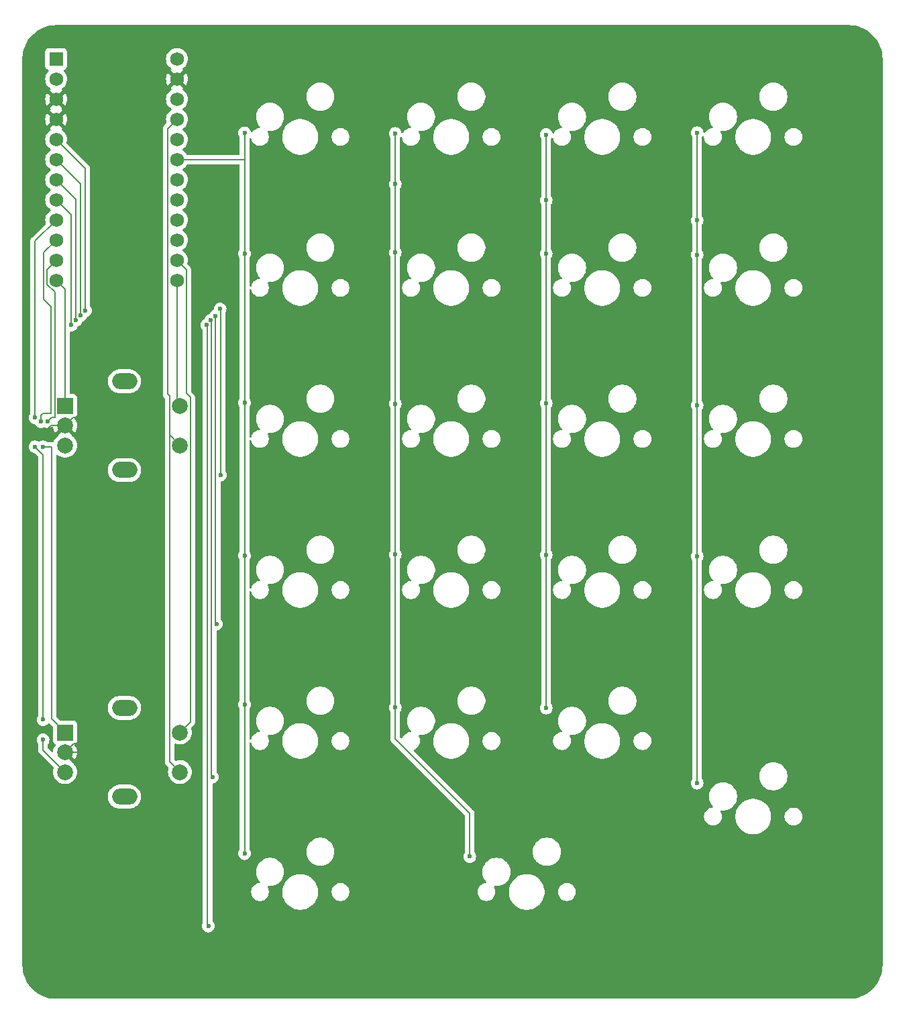
<source format=gtl>
G04 #@! TF.GenerationSoftware,KiCad,Pcbnew,8.0.2*
G04 #@! TF.CreationDate,2024-06-05T18:53:51-04:00*
G04 #@! TF.ProjectId,CSP_macropad_arduino,4353505f-6d61-4637-926f-7061645f6172,rev?*
G04 #@! TF.SameCoordinates,Original*
G04 #@! TF.FileFunction,Copper,L1,Top*
G04 #@! TF.FilePolarity,Positive*
%FSLAX46Y46*%
G04 Gerber Fmt 4.6, Leading zero omitted, Abs format (unit mm)*
G04 Created by KiCad (PCBNEW 8.0.2) date 2024-06-05 18:53:51*
%MOMM*%
%LPD*%
G01*
G04 APERTURE LIST*
G04 #@! TA.AperFunction,WasherPad*
%ADD10O,3.200000X2.000000*%
G04 #@! TD*
G04 #@! TA.AperFunction,ComponentPad*
%ADD11R,2.000000X2.000000*%
G04 #@! TD*
G04 #@! TA.AperFunction,ComponentPad*
%ADD12C,2.000000*%
G04 #@! TD*
G04 #@! TA.AperFunction,ComponentPad*
%ADD13R,1.752600X1.752600*%
G04 #@! TD*
G04 #@! TA.AperFunction,ComponentPad*
%ADD14C,1.752600*%
G04 #@! TD*
G04 #@! TA.AperFunction,ViaPad*
%ADD15C,0.600000*%
G04 #@! TD*
G04 #@! TA.AperFunction,Conductor*
%ADD16C,0.200000*%
G04 #@! TD*
G04 APERTURE END LIST*
D10*
X63570082Y-105702500D03*
X63570082Y-116902500D03*
D11*
X56070082Y-108802500D03*
D12*
X56070082Y-113802500D03*
X56070082Y-111302500D03*
X70570082Y-113802500D03*
X70570082Y-108802500D03*
D10*
X63570082Y-64492500D03*
X63570082Y-75692500D03*
D11*
X56070082Y-67592500D03*
D12*
X56070082Y-72592500D03*
X56070082Y-70092500D03*
X70570082Y-72592500D03*
X70570082Y-67592500D03*
D13*
X54943250Y-23818750D03*
D14*
X54943250Y-26358750D03*
X54943250Y-28898750D03*
X54943250Y-31438750D03*
X54943250Y-33978750D03*
X54943250Y-36518750D03*
X54943250Y-39058750D03*
X54943250Y-41598750D03*
X54943250Y-44138750D03*
X54943250Y-46678750D03*
X54943250Y-49218750D03*
X54943250Y-51758750D03*
X70183250Y-51758750D03*
X70183250Y-49218750D03*
X70183250Y-46678750D03*
X70183250Y-44138750D03*
X70183250Y-41598750D03*
X70183250Y-39058750D03*
X70183250Y-36518750D03*
X70183250Y-33978750D03*
X70183250Y-31438750D03*
X70183250Y-28898750D03*
X70183250Y-26358750D03*
X70183250Y-23818750D03*
D15*
X58640750Y-55585990D03*
X75674832Y-76333000D03*
X75636750Y-55372000D03*
X75166832Y-95129000D03*
X58040750Y-56185990D03*
X75074832Y-56256841D03*
X57440750Y-56804000D03*
X74474832Y-56785990D03*
X74658832Y-114433000D03*
X74150832Y-133229000D03*
X73966832Y-57404000D03*
X56840750Y-57404000D03*
X53838050Y-69596000D03*
X53038047Y-69596000D03*
X53284750Y-72764036D03*
X116783832Y-67245000D03*
X116783832Y-105720000D03*
X116783832Y-86395000D03*
X116783832Y-41656000D03*
X116783832Y-48370000D03*
X116783832Y-33370000D03*
X97733832Y-67320000D03*
X97733832Y-48260000D03*
X97733832Y-105664000D03*
X97733832Y-33220000D03*
X107132750Y-124460000D03*
X97733832Y-86360000D03*
X97733832Y-39624000D03*
X78722832Y-33153000D03*
X78722832Y-48393000D03*
X78722832Y-67189000D03*
X78722832Y-86493000D03*
X78722832Y-124085000D03*
X78722832Y-105289000D03*
X135833832Y-86545000D03*
X135833832Y-67520000D03*
X135833832Y-48520000D03*
X135833832Y-44196000D03*
X135833832Y-33145000D03*
X135833832Y-115195000D03*
X52268750Y-72764036D03*
X53284750Y-107188000D03*
X52268750Y-69088000D03*
X53284750Y-109728000D03*
D16*
X58640750Y-37676250D02*
X54943250Y-33978750D01*
X75654378Y-55389628D02*
X75636750Y-55372000D01*
X75674832Y-76333000D02*
X75674832Y-55389628D01*
X75674832Y-55389628D02*
X75654378Y-55389628D01*
X58640750Y-55585990D02*
X58640750Y-37676250D01*
X75166832Y-95129000D02*
X75074832Y-95037000D01*
X58040750Y-39616250D02*
X54943250Y-36518750D01*
X75074832Y-56388000D02*
X75074832Y-56256841D01*
X75074832Y-95037000D02*
X75074832Y-56388000D01*
X58040750Y-56185990D02*
X58040750Y-39616250D01*
X74566832Y-56877990D02*
X74474832Y-56785990D01*
X74566832Y-114341000D02*
X74566832Y-56896000D01*
X74566832Y-56896000D02*
X74566832Y-56877990D01*
X74658832Y-114433000D02*
X74566832Y-114341000D01*
X57440750Y-56804000D02*
X57440750Y-41556250D01*
X57440750Y-41556250D02*
X54943250Y-39058750D01*
X56840750Y-57404000D02*
X56840750Y-43496250D01*
X74058832Y-57404000D02*
X74058832Y-133137000D01*
X74058832Y-133137000D02*
X74150832Y-133229000D01*
X74058832Y-57404000D02*
X73966832Y-57404000D01*
X56840750Y-43496250D02*
X54943250Y-41598750D01*
X55042582Y-71120000D02*
X54808750Y-71120000D01*
X57605582Y-71628000D02*
X57856750Y-71628000D01*
X57136582Y-110236000D02*
X57856750Y-110236000D01*
X58314250Y-111302500D02*
X58364750Y-111252000D01*
X54312250Y-70092500D02*
X56070082Y-70092500D01*
X54312250Y-70092500D02*
X53792750Y-70612000D01*
X56070082Y-70092500D02*
X57605582Y-71628000D01*
X56070082Y-70092500D02*
X55042582Y-71120000D01*
X57074582Y-69088000D02*
X57856750Y-69088000D01*
X56070082Y-70092500D02*
X57074582Y-69088000D01*
X56070082Y-111302500D02*
X57136582Y-110236000D01*
X56070082Y-111302500D02*
X58314250Y-111302500D01*
X54346050Y-69088000D02*
X54770082Y-69088000D01*
X53838050Y-69596000D02*
X54346050Y-69088000D01*
X54770082Y-53249122D02*
X53766950Y-52245990D01*
X53766950Y-52245990D02*
X53766950Y-50395050D01*
X54770082Y-69088000D02*
X54770082Y-53249122D01*
X53766950Y-50395050D02*
X54943250Y-49218750D01*
X69270082Y-71292500D02*
X69270082Y-112502500D01*
X69270082Y-66372250D02*
X69270082Y-71292500D01*
X69006950Y-66109118D02*
X69270082Y-66372250D01*
X70183250Y-31438750D02*
X69006950Y-32615050D01*
X69006950Y-32615050D02*
X69006950Y-66109118D01*
X69270082Y-112502500D02*
X70570082Y-113802500D01*
X69270082Y-71292500D02*
X70570082Y-72592500D01*
X56070082Y-52885582D02*
X54943250Y-51758750D01*
X56070082Y-67592500D02*
X56070082Y-52885582D01*
X53284750Y-72764036D02*
X54370082Y-72764036D01*
X54300750Y-55096710D02*
X53366950Y-54162910D01*
X54370082Y-107102500D02*
X56070082Y-108802500D01*
X53366950Y-54162910D02*
X53366950Y-48255050D01*
X54231418Y-68580000D02*
X54300750Y-68510668D01*
X53038047Y-69596000D02*
X53038047Y-68781413D01*
X54370082Y-72764036D02*
X54370082Y-107102500D01*
X53239460Y-68580000D02*
X54231418Y-68580000D01*
X54300750Y-68510668D02*
X54300750Y-55096710D01*
X53366950Y-48255050D02*
X54943250Y-46678750D01*
X53038047Y-68781413D02*
X53239460Y-68580000D01*
X116783832Y-67245000D02*
X116783832Y-86395000D01*
X116783832Y-45345000D02*
X116783832Y-67245000D01*
X116783832Y-33370000D02*
X116783832Y-41656000D01*
X116783832Y-41656000D02*
X116783832Y-45345000D01*
X116783832Y-105720000D02*
X116783832Y-86395000D01*
X97733832Y-39624000D02*
X97733832Y-48260000D01*
X97733832Y-48260000D02*
X97733832Y-109626244D01*
X107132750Y-119025162D02*
X107132750Y-124460000D01*
X97733832Y-109626244D02*
X107132750Y-119025162D01*
X97733832Y-33220000D02*
X97733832Y-39624000D01*
X78665582Y-36518750D02*
X78722832Y-36576000D01*
X78722832Y-43313000D02*
X78722832Y-48393000D01*
X78722832Y-36576000D02*
X78722832Y-43313000D01*
X78722832Y-48393000D02*
X78722832Y-67189000D01*
X78722832Y-124085000D02*
X78722832Y-105289000D01*
X70183250Y-36518750D02*
X78665582Y-36518750D01*
X78722832Y-105289000D02*
X78722832Y-67189000D01*
X78722832Y-33153000D02*
X78722832Y-36576000D01*
X135833832Y-33145000D02*
X135833832Y-44196000D01*
X135833832Y-86545000D02*
X135833832Y-115195000D01*
X135833832Y-48520000D02*
X135833832Y-67520000D01*
X135833832Y-67520000D02*
X135833832Y-86545000D01*
X135833832Y-44196000D02*
X135833832Y-45853000D01*
X135833832Y-45853000D02*
X135833832Y-48520000D01*
X70183250Y-51758750D02*
X70183250Y-67205668D01*
X70183250Y-67205668D02*
X70570082Y-67592500D01*
X71870082Y-107502500D02*
X71870082Y-66548000D01*
X71359550Y-50395050D02*
X71359550Y-66037468D01*
X70570082Y-108802500D02*
X71870082Y-107502500D01*
X71359550Y-66037468D02*
X71870082Y-66548000D01*
X70183250Y-49218750D02*
X71359550Y-50395050D01*
X53284750Y-73780036D02*
X52268750Y-72764036D01*
X52268750Y-46813250D02*
X54943250Y-44138750D01*
X56070082Y-113802500D02*
X53284750Y-111017168D01*
X52268750Y-69088000D02*
X52268750Y-46813250D01*
X53284750Y-111017168D02*
X53284750Y-109728000D01*
X53284750Y-107188000D02*
X53284750Y-73780036D01*
G04 #@! TA.AperFunction,Conductor*
G36*
X154907494Y-19555501D02*
G01*
X154916114Y-19555500D01*
X154916118Y-19555502D01*
X154979144Y-19555500D01*
X154984866Y-19555631D01*
X155369665Y-19573415D01*
X155381048Y-19574470D01*
X155759712Y-19627284D01*
X155770956Y-19629385D01*
X156143139Y-19716915D01*
X156154151Y-19720049D01*
X156516657Y-19841543D01*
X156527338Y-19845680D01*
X156527395Y-19845705D01*
X156877085Y-20000103D01*
X156887328Y-20005203D01*
X157045220Y-20093146D01*
X157221346Y-20191245D01*
X157231084Y-20197275D01*
X157546494Y-20413331D01*
X157555634Y-20420233D01*
X157849764Y-20664472D01*
X157858229Y-20672188D01*
X158128581Y-20942538D01*
X158136297Y-20951003D01*
X158380534Y-21245124D01*
X158387437Y-21254264D01*
X158603506Y-21569686D01*
X158609535Y-21579424D01*
X158795569Y-21913419D01*
X158800674Y-21923672D01*
X158955105Y-22273426D01*
X158959243Y-22284106D01*
X159080737Y-22646599D01*
X159083872Y-22657616D01*
X159171404Y-23029793D01*
X159173508Y-23041051D01*
X159226324Y-23419695D01*
X159227381Y-23431100D01*
X159245117Y-23814806D01*
X159245249Y-23820532D01*
X159245249Y-23894624D01*
X159245250Y-23894637D01*
X159245250Y-138145878D01*
X159245118Y-138151605D01*
X159227328Y-138536389D01*
X159226271Y-138547793D01*
X159173451Y-138926445D01*
X159171346Y-138937704D01*
X159083816Y-139309860D01*
X159080682Y-139320876D01*
X158959182Y-139683383D01*
X158955044Y-139694063D01*
X158800622Y-140043796D01*
X158795517Y-140054049D01*
X158609479Y-140388049D01*
X158603450Y-140397787D01*
X158387383Y-140713207D01*
X158380480Y-140722347D01*
X158136242Y-141016472D01*
X158128526Y-141024936D01*
X157858186Y-141295276D01*
X157849722Y-141302992D01*
X157555597Y-141547230D01*
X157546457Y-141554133D01*
X157231037Y-141770200D01*
X157221299Y-141776229D01*
X156887299Y-141962267D01*
X156877046Y-141967372D01*
X156527313Y-142121794D01*
X156516633Y-142125932D01*
X156154126Y-142247432D01*
X156143110Y-142250566D01*
X155770954Y-142338096D01*
X155759695Y-142340201D01*
X155381043Y-142393021D01*
X155369639Y-142394078D01*
X154984855Y-142411868D01*
X154979128Y-142412000D01*
X54944122Y-142412000D01*
X54938395Y-142411868D01*
X54553610Y-142394078D01*
X54542206Y-142393021D01*
X54163554Y-142340201D01*
X54152295Y-142338096D01*
X53780139Y-142250566D01*
X53769123Y-142247432D01*
X53406616Y-142125932D01*
X53395936Y-142121794D01*
X53046199Y-141967370D01*
X53035955Y-141962269D01*
X52878056Y-141874320D01*
X52701950Y-141776229D01*
X52692212Y-141770200D01*
X52376792Y-141554133D01*
X52367652Y-141547230D01*
X52073527Y-141302992D01*
X52065063Y-141295276D01*
X51794723Y-141024936D01*
X51787007Y-141016472D01*
X51542769Y-140722347D01*
X51535866Y-140713207D01*
X51319799Y-140397787D01*
X51313770Y-140388049D01*
X51271552Y-140312254D01*
X51127725Y-140054035D01*
X51122633Y-140043809D01*
X50968200Y-139694050D01*
X50964072Y-139683396D01*
X50842563Y-139320863D01*
X50839436Y-139309873D01*
X50751901Y-138937696D01*
X50749798Y-138926445D01*
X50732223Y-138800456D01*
X50696977Y-138547785D01*
X50695921Y-138536389D01*
X50678132Y-138151605D01*
X50678000Y-138145878D01*
X50678000Y-116784402D01*
X61469582Y-116784402D01*
X61469582Y-117020597D01*
X61506528Y-117253868D01*
X61579515Y-117478496D01*
X61670456Y-117656976D01*
X61686739Y-117688933D01*
X61825565Y-117880010D01*
X61992572Y-118047017D01*
X62183649Y-118185843D01*
X62226328Y-118207589D01*
X62394085Y-118293066D01*
X62394087Y-118293066D01*
X62394090Y-118293068D01*
X62514494Y-118332189D01*
X62618713Y-118366053D01*
X62851985Y-118403000D01*
X62851990Y-118403000D01*
X64288179Y-118403000D01*
X64521450Y-118366053D01*
X64746074Y-118293068D01*
X64956515Y-118185843D01*
X65147592Y-118047017D01*
X65314599Y-117880010D01*
X65453425Y-117688933D01*
X65560650Y-117478492D01*
X65633635Y-117253868D01*
X65642482Y-117198008D01*
X65670582Y-117020597D01*
X65670582Y-116784402D01*
X65633635Y-116551131D01*
X65560648Y-116326503D01*
X65453424Y-116116066D01*
X65314599Y-115924990D01*
X65147592Y-115757983D01*
X64956515Y-115619157D01*
X64746078Y-115511933D01*
X64521450Y-115438946D01*
X64288179Y-115402000D01*
X64288174Y-115402000D01*
X62851990Y-115402000D01*
X62851985Y-115402000D01*
X62618713Y-115438946D01*
X62394085Y-115511933D01*
X62183648Y-115619157D01*
X62116765Y-115667751D01*
X61992572Y-115757983D01*
X61992570Y-115757985D01*
X61992569Y-115757985D01*
X61825567Y-115924987D01*
X61825567Y-115924988D01*
X61825565Y-115924990D01*
X61785330Y-115980369D01*
X61686739Y-116116066D01*
X61579515Y-116326503D01*
X61506528Y-116551131D01*
X61469582Y-116784402D01*
X50678000Y-116784402D01*
X50678000Y-69087996D01*
X51463185Y-69087996D01*
X51463185Y-69088003D01*
X51483380Y-69267249D01*
X51483381Y-69267254D01*
X51542961Y-69437523D01*
X51632248Y-69579622D01*
X51638934Y-69590262D01*
X51766488Y-69717816D01*
X51919228Y-69813789D01*
X51955920Y-69826628D01*
X52089495Y-69873368D01*
X52089500Y-69873369D01*
X52221097Y-69888196D01*
X52285511Y-69915262D01*
X52312207Y-69945443D01*
X52408229Y-70098260D01*
X52408231Y-70098262D01*
X52535785Y-70225816D01*
X52535787Y-70225817D01*
X52684864Y-70319489D01*
X52688525Y-70321789D01*
X52858786Y-70381366D01*
X52858792Y-70381368D01*
X52858797Y-70381369D01*
X53038043Y-70401565D01*
X53038047Y-70401565D01*
X53038051Y-70401565D01*
X53217296Y-70381369D01*
X53217298Y-70381368D01*
X53217302Y-70381368D01*
X53217305Y-70381366D01*
X53217309Y-70381366D01*
X53394142Y-70319489D01*
X53394893Y-70321637D01*
X53453175Y-70312035D01*
X53481639Y-70320391D01*
X53481955Y-70319489D01*
X53488527Y-70321788D01*
X53488528Y-70321789D01*
X53541229Y-70340230D01*
X53658795Y-70381368D01*
X53658800Y-70381369D01*
X53838046Y-70401565D01*
X53838050Y-70401565D01*
X53838054Y-70401565D01*
X54017299Y-70381369D01*
X54017302Y-70381368D01*
X54017305Y-70381368D01*
X54187572Y-70321789D01*
X54340312Y-70225816D01*
X54368789Y-70197338D01*
X54430108Y-70163855D01*
X54499800Y-70168839D01*
X54555734Y-70210709D01*
X54580044Y-70274780D01*
X54585467Y-70340230D01*
X54585469Y-70340238D01*
X54646494Y-70581217D01*
X54746348Y-70808864D01*
X54846646Y-70962382D01*
X55587119Y-70221908D01*
X55604157Y-70285493D01*
X55669983Y-70399507D01*
X55763075Y-70492599D01*
X55877089Y-70558425D01*
X55940672Y-70575462D01*
X55194182Y-71321950D01*
X55183564Y-71368648D01*
X55151458Y-71406056D01*
X55050337Y-71484762D01*
X54881915Y-71667717D01*
X54745909Y-71875891D01*
X54644574Y-72106912D01*
X54599618Y-72160397D01*
X54532881Y-72181087D01*
X54498925Y-72176876D01*
X54486033Y-72173421D01*
X54449139Y-72163536D01*
X54449138Y-72163536D01*
X53867162Y-72163536D01*
X53800123Y-72143851D01*
X53789847Y-72136481D01*
X53787013Y-72134221D01*
X53787012Y-72134220D01*
X53726777Y-72096372D01*
X53634273Y-72038247D01*
X53464004Y-71978667D01*
X53463999Y-71978666D01*
X53284754Y-71958471D01*
X53284746Y-71958471D01*
X53105500Y-71978666D01*
X53105495Y-71978667D01*
X52935226Y-72038247D01*
X52842722Y-72096372D01*
X52775485Y-72115372D01*
X52710778Y-72096372D01*
X52618273Y-72038247D01*
X52448004Y-71978667D01*
X52447999Y-71978666D01*
X52268754Y-71958471D01*
X52268746Y-71958471D01*
X52089500Y-71978666D01*
X52089495Y-71978667D01*
X51919226Y-72038247D01*
X51766487Y-72134220D01*
X51638934Y-72261773D01*
X51542961Y-72414512D01*
X51483381Y-72584781D01*
X51483380Y-72584786D01*
X51463185Y-72764032D01*
X51463185Y-72764039D01*
X51483380Y-72943285D01*
X51483381Y-72943290D01*
X51542961Y-73113559D01*
X51634688Y-73259540D01*
X51638934Y-73266298D01*
X51766488Y-73393852D01*
X51919228Y-73489825D01*
X52089495Y-73549404D01*
X52176419Y-73559197D01*
X52240830Y-73586262D01*
X52250215Y-73594736D01*
X52647931Y-73992452D01*
X52681416Y-74053775D01*
X52684250Y-74080133D01*
X52684250Y-106605587D01*
X52664565Y-106672626D01*
X52657200Y-106682896D01*
X52654936Y-106685734D01*
X52558961Y-106838476D01*
X52499381Y-107008745D01*
X52499380Y-107008750D01*
X52479185Y-107187996D01*
X52479185Y-107188003D01*
X52499380Y-107367249D01*
X52499381Y-107367254D01*
X52558961Y-107537523D01*
X52628250Y-107647795D01*
X52654934Y-107690262D01*
X52782488Y-107817816D01*
X52935228Y-107913789D01*
X53105495Y-107973368D01*
X53105500Y-107973369D01*
X53284746Y-107993565D01*
X53284750Y-107993565D01*
X53284754Y-107993565D01*
X53463999Y-107973369D01*
X53464002Y-107973368D01*
X53464005Y-107973368D01*
X53634272Y-107913789D01*
X53787012Y-107817816D01*
X53914566Y-107690262D01*
X53914566Y-107690261D01*
X53919490Y-107685338D01*
X53920492Y-107686340D01*
X53971307Y-107650659D01*
X54041118Y-107647795D01*
X54098770Y-107680423D01*
X54533263Y-108114916D01*
X54566748Y-108176239D01*
X54569582Y-108202597D01*
X54569582Y-109850370D01*
X54569583Y-109850376D01*
X54575990Y-109909983D01*
X54626284Y-110044828D01*
X54626288Y-110044835D01*
X54712534Y-110160044D01*
X54712537Y-110160047D01*
X54829068Y-110247283D01*
X54870939Y-110303217D01*
X54875923Y-110372908D01*
X54858566Y-110414370D01*
X54746349Y-110586131D01*
X54646494Y-110813782D01*
X54585469Y-111054761D01*
X54585467Y-111054769D01*
X54575888Y-111170374D01*
X54550735Y-111235558D01*
X54494332Y-111276796D01*
X54424589Y-111280994D01*
X54364631Y-111247814D01*
X53921569Y-110804752D01*
X53888084Y-110743429D01*
X53885250Y-110717071D01*
X53885250Y-110310412D01*
X53904935Y-110243373D01*
X53912305Y-110233097D01*
X53914560Y-110230267D01*
X53914566Y-110230262D01*
X54010539Y-110077522D01*
X54070118Y-109907255D01*
X54072646Y-109884818D01*
X54090315Y-109728003D01*
X54090315Y-109727996D01*
X54070119Y-109548750D01*
X54070118Y-109548745D01*
X54065798Y-109536400D01*
X54010539Y-109378478D01*
X53914566Y-109225738D01*
X53787012Y-109098184D01*
X53770201Y-109087621D01*
X53634273Y-109002211D01*
X53464004Y-108942631D01*
X53463999Y-108942630D01*
X53284754Y-108922435D01*
X53284746Y-108922435D01*
X53105500Y-108942630D01*
X53105495Y-108942631D01*
X52935226Y-109002211D01*
X52782487Y-109098184D01*
X52654934Y-109225737D01*
X52558961Y-109378476D01*
X52499381Y-109548745D01*
X52499380Y-109548750D01*
X52479185Y-109727996D01*
X52479185Y-109728003D01*
X52499380Y-109907249D01*
X52499381Y-109907254D01*
X52558961Y-110077523D01*
X52602022Y-110146053D01*
X52642013Y-110209699D01*
X52654935Y-110230263D01*
X52657195Y-110233097D01*
X52658084Y-110235275D01*
X52658639Y-110236158D01*
X52658484Y-110236255D01*
X52683605Y-110297783D01*
X52684250Y-110310412D01*
X52684250Y-110930498D01*
X52684249Y-110930516D01*
X52684249Y-111096222D01*
X52684248Y-111096222D01*
X52694771Y-111135493D01*
X52725173Y-111248953D01*
X52743672Y-111280994D01*
X52754108Y-111299068D01*
X52754109Y-111299072D01*
X52754110Y-111299072D01*
X52804229Y-111385882D01*
X52804231Y-111385885D01*
X52923099Y-111504753D01*
X52923105Y-111504758D01*
X54613564Y-113195217D01*
X54647049Y-113256540D01*
X54646089Y-113313338D01*
X54584974Y-113554674D01*
X54584972Y-113554687D01*
X54564439Y-113802494D01*
X54564439Y-113802505D01*
X54584972Y-114050312D01*
X54584974Y-114050324D01*
X54646018Y-114291381D01*
X54745908Y-114519106D01*
X54881915Y-114727282D01*
X54881918Y-114727285D01*
X55050338Y-114910238D01*
X55246573Y-115062974D01*
X55246575Y-115062975D01*
X55423623Y-115158789D01*
X55465272Y-115181328D01*
X55700468Y-115262071D01*
X55945747Y-115303000D01*
X56194417Y-115303000D01*
X56439696Y-115262071D01*
X56674892Y-115181328D01*
X56893591Y-115062974D01*
X57089826Y-114910238D01*
X57258246Y-114727285D01*
X57394255Y-114519107D01*
X57494145Y-114291381D01*
X57555190Y-114050321D01*
X57572142Y-113845741D01*
X57575725Y-113802505D01*
X57575725Y-113802494D01*
X57555191Y-113554687D01*
X57555189Y-113554675D01*
X57494145Y-113313618D01*
X57394255Y-113085893D01*
X57258248Y-112877717D01*
X57172347Y-112784404D01*
X57089826Y-112694762D01*
X57026046Y-112645120D01*
X56988705Y-112616056D01*
X56947892Y-112559346D01*
X56943779Y-112529749D01*
X56199492Y-111785462D01*
X56263075Y-111768425D01*
X56377089Y-111702599D01*
X56470181Y-111609507D01*
X56536007Y-111495493D01*
X56553044Y-111431910D01*
X57293516Y-112172382D01*
X57393813Y-112018869D01*
X57493669Y-111791217D01*
X57554694Y-111550238D01*
X57554696Y-111550229D01*
X57575223Y-111302505D01*
X57575223Y-111302494D01*
X57554696Y-111054770D01*
X57554694Y-111054761D01*
X57493669Y-110813782D01*
X57393814Y-110586132D01*
X57281597Y-110414370D01*
X57261410Y-110347481D01*
X57280590Y-110280295D01*
X57311095Y-110247282D01*
X57312411Y-110246296D01*
X57312413Y-110246296D01*
X57427628Y-110160046D01*
X57513878Y-110044831D01*
X57564173Y-109909983D01*
X57570582Y-109850373D01*
X57570581Y-107754628D01*
X57564173Y-107695017D01*
X57562162Y-107689626D01*
X57513879Y-107560171D01*
X57513875Y-107560164D01*
X57427629Y-107444955D01*
X57427626Y-107444952D01*
X57312417Y-107358706D01*
X57312410Y-107358702D01*
X57177564Y-107308408D01*
X57177565Y-107308408D01*
X57117965Y-107302001D01*
X57117963Y-107302000D01*
X57117955Y-107302000D01*
X57117947Y-107302000D01*
X55470179Y-107302000D01*
X55403140Y-107282315D01*
X55382498Y-107265681D01*
X55006901Y-106890084D01*
X54973416Y-106828761D01*
X54970582Y-106802403D01*
X54970582Y-105584402D01*
X61469582Y-105584402D01*
X61469582Y-105820597D01*
X61506528Y-106053868D01*
X61579515Y-106278496D01*
X61664756Y-106445789D01*
X61686739Y-106488933D01*
X61825565Y-106680010D01*
X61992572Y-106847017D01*
X62183649Y-106985843D01*
X62202355Y-106995374D01*
X62394085Y-107093066D01*
X62394087Y-107093066D01*
X62394090Y-107093068D01*
X62514494Y-107132189D01*
X62618713Y-107166053D01*
X62851985Y-107203000D01*
X62851990Y-107203000D01*
X64288179Y-107203000D01*
X64521450Y-107166053D01*
X64746074Y-107093068D01*
X64956515Y-106985843D01*
X65147592Y-106847017D01*
X65314599Y-106680010D01*
X65453425Y-106488933D01*
X65560650Y-106278492D01*
X65633635Y-106053868D01*
X65641415Y-106004748D01*
X65670582Y-105820597D01*
X65670582Y-105584402D01*
X65633635Y-105351131D01*
X65599771Y-105246912D01*
X65560650Y-105126508D01*
X65560648Y-105126505D01*
X65560648Y-105126503D01*
X65454854Y-104918872D01*
X65453425Y-104916067D01*
X65314599Y-104724990D01*
X65147592Y-104557983D01*
X64956515Y-104419157D01*
X64746078Y-104311933D01*
X64521450Y-104238946D01*
X64288179Y-104202000D01*
X64288174Y-104202000D01*
X62851990Y-104202000D01*
X62851985Y-104202000D01*
X62618713Y-104238946D01*
X62394085Y-104311933D01*
X62183648Y-104419157D01*
X62074632Y-104498362D01*
X61992572Y-104557983D01*
X61992570Y-104557985D01*
X61992569Y-104557985D01*
X61825567Y-104724987D01*
X61825567Y-104724988D01*
X61825565Y-104724990D01*
X61784986Y-104780842D01*
X61686739Y-104916066D01*
X61579515Y-105126503D01*
X61506528Y-105351131D01*
X61469582Y-105584402D01*
X54970582Y-105584402D01*
X54970582Y-75574402D01*
X61469582Y-75574402D01*
X61469582Y-75810597D01*
X61506528Y-76043868D01*
X61579515Y-76268496D01*
X61686739Y-76478933D01*
X61825565Y-76670010D01*
X61992572Y-76837017D01*
X62183649Y-76975843D01*
X62283073Y-77026502D01*
X62394085Y-77083066D01*
X62394087Y-77083066D01*
X62394090Y-77083068D01*
X62502729Y-77118367D01*
X62618713Y-77156053D01*
X62851985Y-77193000D01*
X62851990Y-77193000D01*
X64288179Y-77193000D01*
X64521450Y-77156053D01*
X64746074Y-77083068D01*
X64956515Y-76975843D01*
X65147592Y-76837017D01*
X65314599Y-76670010D01*
X65453425Y-76478933D01*
X65560650Y-76268492D01*
X65633635Y-76043868D01*
X65643200Y-75983476D01*
X65670582Y-75810597D01*
X65670582Y-75574402D01*
X65633635Y-75341131D01*
X65560648Y-75116503D01*
X65453424Y-74906066D01*
X65314599Y-74714990D01*
X65147592Y-74547983D01*
X64956515Y-74409157D01*
X64746078Y-74301933D01*
X64521450Y-74228946D01*
X64288179Y-74192000D01*
X64288174Y-74192000D01*
X62851990Y-74192000D01*
X62851985Y-74192000D01*
X62618713Y-74228946D01*
X62394085Y-74301933D01*
X62183648Y-74409157D01*
X62074632Y-74488362D01*
X61992572Y-74547983D01*
X61992570Y-74547985D01*
X61992569Y-74547985D01*
X61825567Y-74714987D01*
X61825567Y-74714988D01*
X61825565Y-74714990D01*
X61765944Y-74797050D01*
X61686739Y-74906066D01*
X61579515Y-75116503D01*
X61506528Y-75341131D01*
X61469582Y-75574402D01*
X54970582Y-75574402D01*
X54970582Y-73891807D01*
X54990267Y-73824768D01*
X55043071Y-73779013D01*
X55112229Y-73769069D01*
X55170744Y-73793954D01*
X55246573Y-73852974D01*
X55465272Y-73971328D01*
X55700468Y-74052071D01*
X55945747Y-74093000D01*
X56194417Y-74093000D01*
X56439696Y-74052071D01*
X56674892Y-73971328D01*
X56893591Y-73852974D01*
X57089826Y-73700238D01*
X57258246Y-73517285D01*
X57394255Y-73309107D01*
X57494145Y-73081381D01*
X57555190Y-72840321D01*
X57557243Y-72815543D01*
X57575725Y-72592505D01*
X57575725Y-72592494D01*
X57555191Y-72344687D01*
X57555189Y-72344675D01*
X57494145Y-72103618D01*
X57394255Y-71875893D01*
X57258248Y-71667717D01*
X57218924Y-71625000D01*
X57089826Y-71484762D01*
X56988705Y-71406056D01*
X56947892Y-71349346D01*
X56943779Y-71319749D01*
X56199491Y-70575462D01*
X56263075Y-70558425D01*
X56377089Y-70492599D01*
X56470181Y-70399507D01*
X56536007Y-70285493D01*
X56553044Y-70221910D01*
X57293516Y-70962382D01*
X57393813Y-70808869D01*
X57493669Y-70581217D01*
X57554694Y-70340238D01*
X57554696Y-70340229D01*
X57575223Y-70092505D01*
X57575223Y-70092494D01*
X57554696Y-69844770D01*
X57554694Y-69844761D01*
X57493669Y-69603782D01*
X57393814Y-69376132D01*
X57281597Y-69204370D01*
X57261410Y-69137481D01*
X57280590Y-69070295D01*
X57311095Y-69037282D01*
X57312411Y-69036296D01*
X57312413Y-69036296D01*
X57427628Y-68950046D01*
X57513878Y-68834831D01*
X57564173Y-68699983D01*
X57570582Y-68640373D01*
X57570581Y-66544628D01*
X57564173Y-66485017D01*
X57561494Y-66477835D01*
X57513878Y-66350169D01*
X57513875Y-66350164D01*
X57427629Y-66234955D01*
X57427626Y-66234952D01*
X57365136Y-66188172D01*
X68406448Y-66188172D01*
X68447373Y-66340903D01*
X68452723Y-66350169D01*
X68452724Y-66350171D01*
X68526427Y-66477830D01*
X68526431Y-66477835D01*
X68633263Y-66584667D01*
X68666748Y-66645990D01*
X68669582Y-66672348D01*
X68669582Y-71205830D01*
X68669581Y-71205848D01*
X68669581Y-71381546D01*
X68669582Y-71381559D01*
X68669582Y-112415830D01*
X68669581Y-112415848D01*
X68669581Y-112581554D01*
X68669580Y-112581554D01*
X68710505Y-112734285D01*
X68739440Y-112784400D01*
X68739441Y-112784404D01*
X68739442Y-112784404D01*
X68777632Y-112850553D01*
X68789561Y-112871214D01*
X68789563Y-112871217D01*
X68908431Y-112990085D01*
X68908437Y-112990090D01*
X69113564Y-113195217D01*
X69147049Y-113256540D01*
X69146089Y-113313338D01*
X69084974Y-113554674D01*
X69084972Y-113554687D01*
X69064439Y-113802494D01*
X69064439Y-113802505D01*
X69084972Y-114050312D01*
X69084974Y-114050324D01*
X69146018Y-114291381D01*
X69245908Y-114519106D01*
X69381915Y-114727282D01*
X69381918Y-114727285D01*
X69550338Y-114910238D01*
X69746573Y-115062974D01*
X69746575Y-115062975D01*
X69923623Y-115158789D01*
X69965272Y-115181328D01*
X70200468Y-115262071D01*
X70445747Y-115303000D01*
X70694417Y-115303000D01*
X70939696Y-115262071D01*
X71174892Y-115181328D01*
X71393591Y-115062974D01*
X71589826Y-114910238D01*
X71758246Y-114727285D01*
X71894255Y-114519107D01*
X71994145Y-114291381D01*
X72055190Y-114050321D01*
X72072142Y-113845741D01*
X72075725Y-113802505D01*
X72075725Y-113802494D01*
X72055191Y-113554687D01*
X72055189Y-113554675D01*
X71994145Y-113313618D01*
X71894255Y-113085893D01*
X71758248Y-112877717D01*
X71672347Y-112784404D01*
X71589826Y-112694762D01*
X71393591Y-112542026D01*
X71393589Y-112542025D01*
X71393588Y-112542024D01*
X71174893Y-112423672D01*
X71174884Y-112423669D01*
X70939698Y-112342929D01*
X70694417Y-112302000D01*
X70445747Y-112302000D01*
X70200465Y-112342929D01*
X70094477Y-112379315D01*
X70024678Y-112382465D01*
X69966532Y-112349715D01*
X69906900Y-112290082D01*
X69873416Y-112228758D01*
X69870582Y-112202401D01*
X69870582Y-110322493D01*
X69890267Y-110255454D01*
X69943071Y-110209699D01*
X70012229Y-110199755D01*
X70034840Y-110205210D01*
X70200468Y-110262071D01*
X70445747Y-110303000D01*
X70694417Y-110303000D01*
X70939696Y-110262071D01*
X71174892Y-110181328D01*
X71393591Y-110062974D01*
X71589826Y-109910238D01*
X71758246Y-109727285D01*
X71894255Y-109519107D01*
X71994145Y-109291381D01*
X72055190Y-109050321D01*
X72057091Y-109027379D01*
X72075725Y-108802505D01*
X72075725Y-108802494D01*
X72055191Y-108554687D01*
X72055189Y-108554675D01*
X71994074Y-108313338D01*
X71996699Y-108243518D01*
X72026595Y-108195221D01*
X72350602Y-107871216D01*
X72429659Y-107734284D01*
X72470583Y-107581557D01*
X72470583Y-107423442D01*
X72470583Y-107415847D01*
X72470582Y-107415829D01*
X72470582Y-66468945D01*
X72470580Y-66468936D01*
X72465857Y-66451307D01*
X72429659Y-66316215D01*
X72400721Y-66266095D01*
X72350602Y-66179284D01*
X72238798Y-66067480D01*
X72238797Y-66067479D01*
X72234467Y-66063149D01*
X72234456Y-66063139D01*
X71996369Y-65825052D01*
X71962884Y-65763729D01*
X71960050Y-65737371D01*
X71960050Y-57403996D01*
X73161267Y-57403996D01*
X73161267Y-57404003D01*
X73181462Y-57583249D01*
X73181463Y-57583254D01*
X73241043Y-57753523D01*
X73337016Y-57906262D01*
X73422013Y-57991259D01*
X73455498Y-58052582D01*
X73458332Y-58078940D01*
X73458332Y-132790775D01*
X73439326Y-132856747D01*
X73425041Y-132879481D01*
X73365465Y-133049737D01*
X73365462Y-133049750D01*
X73345267Y-133228996D01*
X73345267Y-133229003D01*
X73365462Y-133408249D01*
X73365463Y-133408254D01*
X73425043Y-133578523D01*
X73521016Y-133731262D01*
X73648570Y-133858816D01*
X73801310Y-133954789D01*
X73971577Y-134014368D01*
X73971582Y-134014369D01*
X74150828Y-134034565D01*
X74150832Y-134034565D01*
X74150836Y-134034565D01*
X74330081Y-134014369D01*
X74330084Y-134014368D01*
X74330087Y-134014368D01*
X74500354Y-133954789D01*
X74653094Y-133858816D01*
X74780648Y-133731262D01*
X74876621Y-133578522D01*
X74936200Y-133408255D01*
X74956397Y-133229000D01*
X74936200Y-133049745D01*
X74876621Y-132879478D01*
X74780648Y-132726738D01*
X74695651Y-132641741D01*
X74662166Y-132580418D01*
X74659332Y-132554060D01*
X74659332Y-128848921D01*
X79542000Y-128848921D01*
X79542000Y-129026078D01*
X79569714Y-129201056D01*
X79624456Y-129369539D01*
X79624457Y-129369542D01*
X79704886Y-129527390D01*
X79809017Y-129670714D01*
X79934286Y-129795983D01*
X80077610Y-129900114D01*
X80146077Y-129935000D01*
X80235457Y-129980542D01*
X80235460Y-129980543D01*
X80319701Y-130007914D01*
X80403945Y-130035286D01*
X80578921Y-130063000D01*
X80578922Y-130063000D01*
X80756078Y-130063000D01*
X80756079Y-130063000D01*
X80931055Y-130035286D01*
X81099542Y-129980542D01*
X81257390Y-129900114D01*
X81400714Y-129795983D01*
X81525983Y-129670714D01*
X81630114Y-129527390D01*
X81710542Y-129369542D01*
X81765286Y-129201055D01*
X81793000Y-129026079D01*
X81793000Y-128848921D01*
X81783665Y-128789986D01*
X83497000Y-128789986D01*
X83497000Y-129085013D01*
X83512278Y-129201055D01*
X83535507Y-129377493D01*
X83611861Y-129662451D01*
X83611864Y-129662461D01*
X83724754Y-129935000D01*
X83724758Y-129935010D01*
X83872261Y-130190493D01*
X84051852Y-130424540D01*
X84051858Y-130424547D01*
X84260452Y-130633141D01*
X84260459Y-130633147D01*
X84494506Y-130812738D01*
X84749989Y-130960241D01*
X84749990Y-130960241D01*
X84749993Y-130960243D01*
X85022548Y-131073139D01*
X85307507Y-131149493D01*
X85599994Y-131188000D01*
X85600001Y-131188000D01*
X85894999Y-131188000D01*
X85895006Y-131188000D01*
X86187493Y-131149493D01*
X86472452Y-131073139D01*
X86745007Y-130960243D01*
X87000494Y-130812738D01*
X87234542Y-130633146D01*
X87443146Y-130424542D01*
X87622738Y-130190494D01*
X87770243Y-129935007D01*
X87883139Y-129662452D01*
X87959493Y-129377493D01*
X87998000Y-129085006D01*
X87998000Y-128848921D01*
X89702000Y-128848921D01*
X89702000Y-129026078D01*
X89729714Y-129201056D01*
X89784456Y-129369539D01*
X89784457Y-129369542D01*
X89864886Y-129527390D01*
X89969017Y-129670714D01*
X90094286Y-129795983D01*
X90237610Y-129900114D01*
X90306077Y-129935000D01*
X90395457Y-129980542D01*
X90395460Y-129980543D01*
X90479701Y-130007914D01*
X90563945Y-130035286D01*
X90738921Y-130063000D01*
X90738922Y-130063000D01*
X90916078Y-130063000D01*
X90916079Y-130063000D01*
X91091055Y-130035286D01*
X91259542Y-129980542D01*
X91417390Y-129900114D01*
X91560714Y-129795983D01*
X91685983Y-129670714D01*
X91790114Y-129527390D01*
X91870542Y-129369542D01*
X91925286Y-129201055D01*
X91953000Y-129026079D01*
X91953000Y-128848921D01*
X108124500Y-128848921D01*
X108124500Y-129026078D01*
X108152214Y-129201056D01*
X108206956Y-129369539D01*
X108206957Y-129369542D01*
X108287386Y-129527390D01*
X108391517Y-129670714D01*
X108516786Y-129795983D01*
X108660110Y-129900114D01*
X108728577Y-129935000D01*
X108817957Y-129980542D01*
X108817960Y-129980543D01*
X108902201Y-130007914D01*
X108986445Y-130035286D01*
X109161421Y-130063000D01*
X109161422Y-130063000D01*
X109338578Y-130063000D01*
X109338579Y-130063000D01*
X109513555Y-130035286D01*
X109682042Y-129980542D01*
X109839890Y-129900114D01*
X109983214Y-129795983D01*
X110108483Y-129670714D01*
X110212614Y-129527390D01*
X110293042Y-129369542D01*
X110347786Y-129201055D01*
X110375500Y-129026079D01*
X110375500Y-128848921D01*
X110366165Y-128789986D01*
X112079500Y-128789986D01*
X112079500Y-129085013D01*
X112094778Y-129201055D01*
X112118007Y-129377493D01*
X112194361Y-129662451D01*
X112194364Y-129662461D01*
X112307254Y-129935000D01*
X112307258Y-129935010D01*
X112454761Y-130190493D01*
X112634352Y-130424540D01*
X112634358Y-130424547D01*
X112842952Y-130633141D01*
X112842959Y-130633147D01*
X113077006Y-130812738D01*
X113332489Y-130960241D01*
X113332490Y-130960241D01*
X113332493Y-130960243D01*
X113605048Y-131073139D01*
X113890007Y-131149493D01*
X114182494Y-131188000D01*
X114182501Y-131188000D01*
X114477499Y-131188000D01*
X114477506Y-131188000D01*
X114769993Y-131149493D01*
X115054952Y-131073139D01*
X115327507Y-130960243D01*
X115582994Y-130812738D01*
X115817042Y-130633146D01*
X116025646Y-130424542D01*
X116205238Y-130190494D01*
X116352743Y-129935007D01*
X116465639Y-129662452D01*
X116541993Y-129377493D01*
X116580500Y-129085006D01*
X116580500Y-128848921D01*
X118284500Y-128848921D01*
X118284500Y-129026078D01*
X118312214Y-129201056D01*
X118366956Y-129369539D01*
X118366957Y-129369542D01*
X118447386Y-129527390D01*
X118551517Y-129670714D01*
X118676786Y-129795983D01*
X118820110Y-129900114D01*
X118888577Y-129935000D01*
X118977957Y-129980542D01*
X118977960Y-129980543D01*
X119062201Y-130007914D01*
X119146445Y-130035286D01*
X119321421Y-130063000D01*
X119321422Y-130063000D01*
X119498578Y-130063000D01*
X119498579Y-130063000D01*
X119673555Y-130035286D01*
X119842042Y-129980542D01*
X119999890Y-129900114D01*
X120143214Y-129795983D01*
X120268483Y-129670714D01*
X120372614Y-129527390D01*
X120453042Y-129369542D01*
X120507786Y-129201055D01*
X120535500Y-129026079D01*
X120535500Y-128848921D01*
X120507786Y-128673945D01*
X120453042Y-128505458D01*
X120453042Y-128505457D01*
X120372613Y-128347609D01*
X120369618Y-128343487D01*
X120268483Y-128204286D01*
X120143214Y-128079017D01*
X119999890Y-127974886D01*
X119842042Y-127894457D01*
X119842039Y-127894456D01*
X119673556Y-127839714D01*
X119586067Y-127825857D01*
X119498579Y-127812000D01*
X119321421Y-127812000D01*
X119263095Y-127821238D01*
X119146443Y-127839714D01*
X118977960Y-127894456D01*
X118977957Y-127894457D01*
X118820109Y-127974886D01*
X118738338Y-128034296D01*
X118676786Y-128079017D01*
X118676784Y-128079019D01*
X118676783Y-128079019D01*
X118551519Y-128204283D01*
X118551519Y-128204284D01*
X118551517Y-128204286D01*
X118506796Y-128265838D01*
X118447386Y-128347609D01*
X118366957Y-128505457D01*
X118366956Y-128505460D01*
X118312214Y-128673943D01*
X118284500Y-128848921D01*
X116580500Y-128848921D01*
X116580500Y-128789994D01*
X116541993Y-128497507D01*
X116465639Y-128212548D01*
X116464615Y-128210077D01*
X116410329Y-128079019D01*
X116352743Y-127939993D01*
X116326453Y-127894458D01*
X116205238Y-127684506D01*
X116025647Y-127450459D01*
X116025641Y-127450452D01*
X115817047Y-127241858D01*
X115817040Y-127241852D01*
X115582993Y-127062261D01*
X115327510Y-126914758D01*
X115327500Y-126914754D01*
X115054961Y-126801864D01*
X115054954Y-126801862D01*
X115054952Y-126801861D01*
X114769993Y-126725507D01*
X114721113Y-126719071D01*
X114477513Y-126687000D01*
X114477506Y-126687000D01*
X114182494Y-126687000D01*
X114182486Y-126687000D01*
X113904085Y-126723653D01*
X113890007Y-126725507D01*
X113605048Y-126801861D01*
X113605038Y-126801864D01*
X113332499Y-126914754D01*
X113332489Y-126914758D01*
X113077006Y-127062261D01*
X112842959Y-127241852D01*
X112842952Y-127241858D01*
X112634358Y-127450452D01*
X112634352Y-127450459D01*
X112454761Y-127684506D01*
X112307258Y-127939989D01*
X112307254Y-127939999D01*
X112194364Y-128212538D01*
X112194361Y-128212548D01*
X112158172Y-128347610D01*
X112118008Y-128497504D01*
X112118006Y-128497515D01*
X112079500Y-128789986D01*
X110366165Y-128789986D01*
X110347786Y-128673945D01*
X110293042Y-128505458D01*
X110293040Y-128505452D01*
X110210513Y-128343487D01*
X110197616Y-128274817D01*
X110223892Y-128210077D01*
X110280998Y-128169819D01*
X110337181Y-128164252D01*
X110396564Y-128172070D01*
X110403612Y-128172998D01*
X110403628Y-128173000D01*
X110403635Y-128173000D01*
X110636365Y-128173000D01*
X110636372Y-128173000D01*
X110867126Y-128142621D01*
X111091940Y-128082382D01*
X111149953Y-128058352D01*
X111306960Y-127993319D01*
X111306963Y-127993317D01*
X111306969Y-127993315D01*
X111508532Y-127876942D01*
X111693181Y-127735256D01*
X111857756Y-127570681D01*
X111999442Y-127386032D01*
X112115815Y-127184469D01*
X112204882Y-126969440D01*
X112265121Y-126744626D01*
X112295500Y-126513872D01*
X112295500Y-126281128D01*
X112265121Y-126050374D01*
X112204882Y-125825560D01*
X112204879Y-125825552D01*
X112115819Y-125610539D01*
X112115811Y-125610523D01*
X111999446Y-125408975D01*
X111999442Y-125408968D01*
X111873908Y-125245369D01*
X111857757Y-125224320D01*
X111857751Y-125224313D01*
X111693186Y-125059748D01*
X111693179Y-125059742D01*
X111508540Y-124918064D01*
X111508538Y-124918062D01*
X111508532Y-124918058D01*
X111508527Y-124918055D01*
X111508524Y-124918053D01*
X111306976Y-124801688D01*
X111306960Y-124801680D01*
X111091947Y-124712620D01*
X110867122Y-124652378D01*
X110636382Y-124622001D01*
X110636377Y-124622000D01*
X110636372Y-124622000D01*
X110403628Y-124622000D01*
X110403622Y-124622000D01*
X110403617Y-124622001D01*
X110172877Y-124652378D01*
X109948052Y-124712620D01*
X109733039Y-124801680D01*
X109733023Y-124801688D01*
X109531475Y-124918053D01*
X109531459Y-124918064D01*
X109346820Y-125059742D01*
X109346813Y-125059748D01*
X109182248Y-125224313D01*
X109182242Y-125224320D01*
X109040564Y-125408959D01*
X109040553Y-125408975D01*
X108924188Y-125610523D01*
X108924180Y-125610539D01*
X108835120Y-125825552D01*
X108774878Y-126050377D01*
X108744501Y-126281117D01*
X108744500Y-126281134D01*
X108744500Y-126513865D01*
X108744501Y-126513882D01*
X108774878Y-126744622D01*
X108835120Y-126969447D01*
X108924180Y-127184460D01*
X108924188Y-127184476D01*
X109040553Y-127386024D01*
X109040564Y-127386040D01*
X109182242Y-127570679D01*
X109182248Y-127570686D01*
X109215636Y-127604074D01*
X109249121Y-127665397D01*
X109244137Y-127735089D01*
X109202265Y-127791022D01*
X109147353Y-127814228D01*
X108986443Y-127839714D01*
X108817960Y-127894456D01*
X108817957Y-127894457D01*
X108660109Y-127974886D01*
X108578338Y-128034296D01*
X108516786Y-128079017D01*
X108516784Y-128079019D01*
X108516783Y-128079019D01*
X108391519Y-128204283D01*
X108391519Y-128204284D01*
X108391517Y-128204286D01*
X108346796Y-128265838D01*
X108287386Y-128347609D01*
X108206957Y-128505457D01*
X108206956Y-128505460D01*
X108152214Y-128673943D01*
X108124500Y-128848921D01*
X91953000Y-128848921D01*
X91925286Y-128673945D01*
X91870542Y-128505458D01*
X91870542Y-128505457D01*
X91790113Y-128347609D01*
X91787118Y-128343487D01*
X91685983Y-128204286D01*
X91560714Y-128079017D01*
X91417390Y-127974886D01*
X91259542Y-127894457D01*
X91259539Y-127894456D01*
X91091056Y-127839714D01*
X91003567Y-127825857D01*
X90916079Y-127812000D01*
X90738921Y-127812000D01*
X90680595Y-127821238D01*
X90563943Y-127839714D01*
X90395460Y-127894456D01*
X90395457Y-127894457D01*
X90237609Y-127974886D01*
X90155838Y-128034296D01*
X90094286Y-128079017D01*
X90094284Y-128079019D01*
X90094283Y-128079019D01*
X89969019Y-128204283D01*
X89969019Y-128204284D01*
X89969017Y-128204286D01*
X89924296Y-128265838D01*
X89864886Y-128347609D01*
X89784457Y-128505457D01*
X89784456Y-128505460D01*
X89729714Y-128673943D01*
X89702000Y-128848921D01*
X87998000Y-128848921D01*
X87998000Y-128789994D01*
X87959493Y-128497507D01*
X87883139Y-128212548D01*
X87882115Y-128210077D01*
X87827829Y-128079019D01*
X87770243Y-127939993D01*
X87743953Y-127894458D01*
X87622738Y-127684506D01*
X87443147Y-127450459D01*
X87443141Y-127450452D01*
X87234547Y-127241858D01*
X87234540Y-127241852D01*
X87000493Y-127062261D01*
X86745010Y-126914758D01*
X86745000Y-126914754D01*
X86472461Y-126801864D01*
X86472454Y-126801862D01*
X86472452Y-126801861D01*
X86187493Y-126725507D01*
X86138613Y-126719071D01*
X85895013Y-126687000D01*
X85895006Y-126687000D01*
X85599994Y-126687000D01*
X85599986Y-126687000D01*
X85321585Y-126723653D01*
X85307507Y-126725507D01*
X85022548Y-126801861D01*
X85022538Y-126801864D01*
X84749999Y-126914754D01*
X84749989Y-126914758D01*
X84494506Y-127062261D01*
X84260459Y-127241852D01*
X84260452Y-127241858D01*
X84051858Y-127450452D01*
X84051852Y-127450459D01*
X83872261Y-127684506D01*
X83724758Y-127939989D01*
X83724754Y-127939999D01*
X83611864Y-128212538D01*
X83611861Y-128212548D01*
X83575672Y-128347610D01*
X83535508Y-128497504D01*
X83535506Y-128497515D01*
X83497000Y-128789986D01*
X81783665Y-128789986D01*
X81765286Y-128673945D01*
X81710542Y-128505458D01*
X81710540Y-128505452D01*
X81628013Y-128343487D01*
X81615116Y-128274817D01*
X81641392Y-128210077D01*
X81698498Y-128169819D01*
X81754681Y-128164252D01*
X81814064Y-128172070D01*
X81821112Y-128172998D01*
X81821128Y-128173000D01*
X81821135Y-128173000D01*
X82053865Y-128173000D01*
X82053872Y-128173000D01*
X82284626Y-128142621D01*
X82509440Y-128082382D01*
X82567453Y-128058352D01*
X82724460Y-127993319D01*
X82724463Y-127993317D01*
X82724469Y-127993315D01*
X82926032Y-127876942D01*
X83110681Y-127735256D01*
X83275256Y-127570681D01*
X83416942Y-127386032D01*
X83533315Y-127184469D01*
X83622382Y-126969440D01*
X83682621Y-126744626D01*
X83713000Y-126513872D01*
X83713000Y-126281128D01*
X83682621Y-126050374D01*
X83622382Y-125825560D01*
X83622379Y-125825552D01*
X83533319Y-125610539D01*
X83533311Y-125610523D01*
X83416946Y-125408975D01*
X83416942Y-125408968D01*
X83291408Y-125245369D01*
X83275257Y-125224320D01*
X83275251Y-125224313D01*
X83110686Y-125059748D01*
X83110679Y-125059742D01*
X82926040Y-124918064D01*
X82926038Y-124918062D01*
X82926032Y-124918058D01*
X82926027Y-124918055D01*
X82926024Y-124918053D01*
X82724476Y-124801688D01*
X82724460Y-124801680D01*
X82509447Y-124712620D01*
X82284622Y-124652378D01*
X82053882Y-124622001D01*
X82053877Y-124622000D01*
X82053872Y-124622000D01*
X81821128Y-124622000D01*
X81821122Y-124622000D01*
X81821117Y-124622001D01*
X81590377Y-124652378D01*
X81365552Y-124712620D01*
X81150539Y-124801680D01*
X81150523Y-124801688D01*
X80948975Y-124918053D01*
X80948959Y-124918064D01*
X80764320Y-125059742D01*
X80764313Y-125059748D01*
X80599748Y-125224313D01*
X80599742Y-125224320D01*
X80458064Y-125408959D01*
X80458053Y-125408975D01*
X80341688Y-125610523D01*
X80341680Y-125610539D01*
X80252620Y-125825552D01*
X80192378Y-126050377D01*
X80162001Y-126281117D01*
X80162000Y-126281134D01*
X80162000Y-126513865D01*
X80162001Y-126513882D01*
X80192378Y-126744622D01*
X80252620Y-126969447D01*
X80341680Y-127184460D01*
X80341688Y-127184476D01*
X80458053Y-127386024D01*
X80458064Y-127386040D01*
X80599742Y-127570679D01*
X80599748Y-127570686D01*
X80633136Y-127604074D01*
X80666621Y-127665397D01*
X80661637Y-127735089D01*
X80619765Y-127791022D01*
X80564853Y-127814228D01*
X80403943Y-127839714D01*
X80235460Y-127894456D01*
X80235457Y-127894457D01*
X80077609Y-127974886D01*
X79995838Y-128034296D01*
X79934286Y-128079017D01*
X79934284Y-128079019D01*
X79934283Y-128079019D01*
X79809019Y-128204283D01*
X79809019Y-128204284D01*
X79809017Y-128204286D01*
X79764296Y-128265838D01*
X79704886Y-128347609D01*
X79624457Y-128505457D01*
X79624456Y-128505460D01*
X79569714Y-128673943D01*
X79542000Y-128848921D01*
X74659332Y-128848921D01*
X74659332Y-115349321D01*
X74679017Y-115282282D01*
X74731821Y-115236527D01*
X74769444Y-115226101D01*
X74838087Y-115218368D01*
X75008354Y-115158789D01*
X75161094Y-115062816D01*
X75288648Y-114935262D01*
X75384621Y-114782522D01*
X75444200Y-114612255D01*
X75454695Y-114519107D01*
X75464397Y-114433003D01*
X75464397Y-114432996D01*
X75444201Y-114253750D01*
X75444200Y-114253745D01*
X75384621Y-114083478D01*
X75363781Y-114050312D01*
X75288647Y-113930737D01*
X75203651Y-113845741D01*
X75170166Y-113784418D01*
X75167332Y-113758060D01*
X75167332Y-96045321D01*
X75187017Y-95978282D01*
X75239821Y-95932527D01*
X75277444Y-95922101D01*
X75346087Y-95914368D01*
X75516354Y-95854789D01*
X75669094Y-95758816D01*
X75796648Y-95631262D01*
X75892621Y-95478522D01*
X75952200Y-95308255D01*
X75972397Y-95129000D01*
X75952200Y-94949745D01*
X75892621Y-94779478D01*
X75796648Y-94626738D01*
X75711651Y-94541741D01*
X75678166Y-94480418D01*
X75675332Y-94454060D01*
X75675332Y-77249321D01*
X75695017Y-77182282D01*
X75747821Y-77136527D01*
X75785444Y-77126101D01*
X75854087Y-77118368D01*
X76024354Y-77058789D01*
X76177094Y-76962816D01*
X76304648Y-76835262D01*
X76400621Y-76682522D01*
X76460200Y-76512255D01*
X76460201Y-76512249D01*
X76480397Y-76333003D01*
X76480397Y-76332996D01*
X76460201Y-76153750D01*
X76460200Y-76153745D01*
X76400620Y-75983476D01*
X76304645Y-75830734D01*
X76302382Y-75827896D01*
X76301491Y-75825715D01*
X76300943Y-75824842D01*
X76301096Y-75824745D01*
X76275976Y-75763209D01*
X76275332Y-75750587D01*
X76275332Y-55896035D01*
X76294338Y-55830063D01*
X76335066Y-55765245D01*
X76362539Y-55721522D01*
X76422118Y-55551255D01*
X76422119Y-55551249D01*
X76442315Y-55372003D01*
X76442315Y-55371996D01*
X76422119Y-55192750D01*
X76422118Y-55192745D01*
X76382977Y-55080886D01*
X76362539Y-55022478D01*
X76266566Y-54869738D01*
X76139012Y-54742184D01*
X76073489Y-54701013D01*
X75986273Y-54646211D01*
X75816004Y-54586631D01*
X75815999Y-54586630D01*
X75636754Y-54566435D01*
X75636746Y-54566435D01*
X75457500Y-54586630D01*
X75457495Y-54586631D01*
X75287226Y-54646211D01*
X75134487Y-54742184D01*
X75006934Y-54869737D01*
X74910961Y-55022476D01*
X74851381Y-55192745D01*
X74851380Y-55192750D01*
X74831185Y-55371996D01*
X74831185Y-55372002D01*
X74833338Y-55391111D01*
X74821284Y-55459933D01*
X74773935Y-55511313D01*
X74751073Y-55522036D01*
X74725312Y-55531050D01*
X74572569Y-55627025D01*
X74445016Y-55754578D01*
X74349044Y-55907316D01*
X74349042Y-55907321D01*
X74339020Y-55935960D01*
X74298297Y-55992735D01*
X74262935Y-56012044D01*
X74125308Y-56060201D01*
X73972569Y-56156174D01*
X73845016Y-56283727D01*
X73749042Y-56436468D01*
X73690754Y-56603048D01*
X73650032Y-56659825D01*
X73623227Y-56674464D01*
X73623578Y-56675193D01*
X73617307Y-56678212D01*
X73464569Y-56774184D01*
X73337016Y-56901737D01*
X73241043Y-57054476D01*
X73181463Y-57224745D01*
X73181462Y-57224750D01*
X73161267Y-57403996D01*
X71960050Y-57403996D01*
X71960050Y-50315995D01*
X71960050Y-50315993D01*
X71919127Y-50163266D01*
X71909448Y-50146502D01*
X71840074Y-50026340D01*
X71840071Y-50026336D01*
X71840070Y-50026334D01*
X71728266Y-49914530D01*
X71728265Y-49914529D01*
X71723935Y-49910199D01*
X71723924Y-49910189D01*
X71537946Y-49724211D01*
X71504461Y-49662888D01*
X71505422Y-49606089D01*
X71545924Y-49446152D01*
X71545927Y-49446141D01*
X71548673Y-49413000D01*
X71564769Y-49218755D01*
X71564769Y-49218744D01*
X71545928Y-48991366D01*
X71545927Y-48991363D01*
X71545927Y-48991359D01*
X71489914Y-48770172D01*
X71398260Y-48561220D01*
X71318573Y-48439249D01*
X71273462Y-48370201D01*
X71118930Y-48202336D01*
X71118926Y-48202332D01*
X70938870Y-48062190D01*
X70938869Y-48062189D01*
X70930767Y-48057804D01*
X70881178Y-48008587D01*
X70866068Y-47940371D01*
X70890238Y-47874815D01*
X70930767Y-47839695D01*
X70938869Y-47835311D01*
X71118927Y-47695167D01*
X71273463Y-47527297D01*
X71398260Y-47336280D01*
X71489914Y-47127328D01*
X71545927Y-46906141D01*
X71547073Y-46892310D01*
X71564769Y-46678755D01*
X71564769Y-46678744D01*
X71545928Y-46451366D01*
X71545927Y-46451363D01*
X71545927Y-46451359D01*
X71489914Y-46230172D01*
X71398260Y-46021220D01*
X71353440Y-45952618D01*
X71273462Y-45830201D01*
X71118930Y-45662336D01*
X71118926Y-45662332D01*
X70938870Y-45522190D01*
X70938869Y-45522189D01*
X70930767Y-45517804D01*
X70881178Y-45468587D01*
X70866068Y-45400371D01*
X70890238Y-45334815D01*
X70930767Y-45299695D01*
X70938869Y-45295311D01*
X71118927Y-45155167D01*
X71273463Y-44987297D01*
X71398260Y-44796280D01*
X71489914Y-44587328D01*
X71545927Y-44366141D01*
X71560025Y-44196003D01*
X71564769Y-44138755D01*
X71564769Y-44138744D01*
X71545928Y-43911366D01*
X71545927Y-43911363D01*
X71545927Y-43911359D01*
X71489914Y-43690172D01*
X71398260Y-43481220D01*
X71273463Y-43290203D01*
X71273462Y-43290201D01*
X71118930Y-43122336D01*
X71118926Y-43122332D01*
X70938870Y-42982190D01*
X70938869Y-42982189D01*
X70930767Y-42977804D01*
X70881178Y-42928587D01*
X70866068Y-42860371D01*
X70890238Y-42794815D01*
X70930767Y-42759695D01*
X70938869Y-42755311D01*
X71118927Y-42615167D01*
X71273463Y-42447297D01*
X71398260Y-42256280D01*
X71489914Y-42047328D01*
X71545927Y-41826141D01*
X71547680Y-41804985D01*
X71564769Y-41598755D01*
X71564769Y-41598744D01*
X71545928Y-41371366D01*
X71545927Y-41371363D01*
X71545927Y-41371359D01*
X71489914Y-41150172D01*
X71398260Y-40941220D01*
X71273463Y-40750203D01*
X71273462Y-40750201D01*
X71118930Y-40582336D01*
X71118926Y-40582332D01*
X70938870Y-40442190D01*
X70938869Y-40442189D01*
X70930767Y-40437804D01*
X70881178Y-40388587D01*
X70866068Y-40320371D01*
X70890238Y-40254815D01*
X70930767Y-40219695D01*
X70938869Y-40215311D01*
X71118927Y-40075167D01*
X71273463Y-39907297D01*
X71398260Y-39716280D01*
X71489914Y-39507328D01*
X71545927Y-39286141D01*
X71545928Y-39286133D01*
X71564769Y-39058755D01*
X71564769Y-39058744D01*
X71545928Y-38831366D01*
X71545927Y-38831363D01*
X71545927Y-38831359D01*
X71489914Y-38610172D01*
X71398260Y-38401220D01*
X71273463Y-38210203D01*
X71273462Y-38210201D01*
X71118930Y-38042336D01*
X71118926Y-38042332D01*
X70938870Y-37902190D01*
X70938869Y-37902189D01*
X70930767Y-37897804D01*
X70881178Y-37848587D01*
X70866068Y-37780371D01*
X70890238Y-37714815D01*
X70930767Y-37679695D01*
X70938869Y-37675311D01*
X71118927Y-37535167D01*
X71273463Y-37367297D01*
X71398260Y-37176280D01*
X71398259Y-37176280D01*
X71398816Y-37175429D01*
X71451962Y-37130072D01*
X71502625Y-37119250D01*
X77998332Y-37119250D01*
X78065371Y-37138935D01*
X78111126Y-37191739D01*
X78122332Y-37243250D01*
X78122332Y-47810587D01*
X78102647Y-47877626D01*
X78095282Y-47887896D01*
X78093018Y-47890734D01*
X77997043Y-48043476D01*
X77937463Y-48213745D01*
X77937462Y-48213750D01*
X77917267Y-48392996D01*
X77917267Y-48393003D01*
X77937462Y-48572249D01*
X77937463Y-48572254D01*
X77997043Y-48742523D01*
X78027867Y-48791578D01*
X78086802Y-48885373D01*
X78093017Y-48895263D01*
X78095277Y-48898097D01*
X78096166Y-48900275D01*
X78096721Y-48901158D01*
X78096566Y-48901255D01*
X78121687Y-48962783D01*
X78122332Y-48975412D01*
X78122332Y-66606587D01*
X78102647Y-66673626D01*
X78095282Y-66683896D01*
X78093018Y-66686734D01*
X77997043Y-66839476D01*
X77937463Y-67009745D01*
X77937462Y-67009750D01*
X77917267Y-67188996D01*
X77917267Y-67189003D01*
X77937462Y-67368249D01*
X77937463Y-67368254D01*
X77997043Y-67538523D01*
X78032230Y-67594522D01*
X78079356Y-67669523D01*
X78093017Y-67691263D01*
X78095277Y-67694097D01*
X78096166Y-67696275D01*
X78096721Y-67697158D01*
X78096566Y-67697255D01*
X78121687Y-67758783D01*
X78122332Y-67771412D01*
X78122332Y-85910587D01*
X78102647Y-85977626D01*
X78095282Y-85987896D01*
X78093018Y-85990734D01*
X77997043Y-86143476D01*
X77937463Y-86313745D01*
X77937462Y-86313750D01*
X77917267Y-86492996D01*
X77917267Y-86493003D01*
X77937462Y-86672249D01*
X77937463Y-86672254D01*
X77997043Y-86842523D01*
X78093017Y-86995263D01*
X78095277Y-86998097D01*
X78096166Y-87000275D01*
X78096721Y-87001158D01*
X78096566Y-87001255D01*
X78121687Y-87062783D01*
X78122332Y-87075412D01*
X78122332Y-104706587D01*
X78102647Y-104773626D01*
X78095282Y-104783896D01*
X78093018Y-104786734D01*
X77997043Y-104939476D01*
X77937463Y-105109745D01*
X77937462Y-105109750D01*
X77917267Y-105288996D01*
X77917267Y-105289003D01*
X77937462Y-105468249D01*
X77937463Y-105468254D01*
X77997043Y-105638523D01*
X78048239Y-105720000D01*
X78092871Y-105791032D01*
X78093017Y-105791263D01*
X78095277Y-105794097D01*
X78096166Y-105796275D01*
X78096721Y-105797158D01*
X78096566Y-105797255D01*
X78121687Y-105858783D01*
X78122332Y-105871412D01*
X78122332Y-123502587D01*
X78102647Y-123569626D01*
X78095282Y-123579896D01*
X78093018Y-123582734D01*
X77997043Y-123735476D01*
X77937463Y-123905745D01*
X77937462Y-123905750D01*
X77917267Y-124084996D01*
X77917267Y-124085003D01*
X77937462Y-124264249D01*
X77937463Y-124264254D01*
X77997043Y-124434523D01*
X78093016Y-124587262D01*
X78220570Y-124714816D01*
X78310912Y-124771582D01*
X78371293Y-124809522D01*
X78373310Y-124810789D01*
X78474006Y-124846024D01*
X78543577Y-124870368D01*
X78543582Y-124870369D01*
X78722828Y-124890565D01*
X78722832Y-124890565D01*
X78722836Y-124890565D01*
X78902081Y-124870369D01*
X78902084Y-124870368D01*
X78902087Y-124870368D01*
X79072354Y-124810789D01*
X79225094Y-124714816D01*
X79352648Y-124587262D01*
X79448621Y-124434522D01*
X79508200Y-124264255D01*
X79514919Y-124204622D01*
X79528397Y-124085003D01*
X79528397Y-124084996D01*
X79508201Y-123905750D01*
X79508200Y-123905745D01*
X79450600Y-123741134D01*
X86512000Y-123741134D01*
X86512000Y-123973865D01*
X86512001Y-123973882D01*
X86526630Y-124085003D01*
X86542379Y-124204626D01*
X86562776Y-124280750D01*
X86602620Y-124429447D01*
X86691680Y-124644460D01*
X86691688Y-124644476D01*
X86808053Y-124846024D01*
X86808064Y-124846040D01*
X86949742Y-125030679D01*
X86949748Y-125030686D01*
X87114313Y-125195251D01*
X87114320Y-125195257D01*
X87245803Y-125296147D01*
X87298968Y-125336942D01*
X87298975Y-125336946D01*
X87500523Y-125453311D01*
X87500539Y-125453319D01*
X87715552Y-125542379D01*
X87715554Y-125542379D01*
X87715560Y-125542382D01*
X87940374Y-125602621D01*
X88171128Y-125633000D01*
X88171135Y-125633000D01*
X88403865Y-125633000D01*
X88403872Y-125633000D01*
X88634626Y-125602621D01*
X88859440Y-125542382D01*
X88917453Y-125518352D01*
X89074460Y-125453319D01*
X89074463Y-125453317D01*
X89074469Y-125453315D01*
X89276032Y-125336942D01*
X89460681Y-125195256D01*
X89625256Y-125030681D01*
X89766942Y-124846032D01*
X89883315Y-124644469D01*
X89892622Y-124622001D01*
X89948352Y-124487453D01*
X89972382Y-124429440D01*
X90032621Y-124204626D01*
X90063000Y-123973872D01*
X90063000Y-123741128D01*
X90032621Y-123510374D01*
X89972382Y-123285560D01*
X89972379Y-123285552D01*
X89883319Y-123070539D01*
X89883311Y-123070523D01*
X89766946Y-122868975D01*
X89766942Y-122868968D01*
X89625256Y-122684319D01*
X89625251Y-122684313D01*
X89460686Y-122519748D01*
X89460679Y-122519742D01*
X89276040Y-122378064D01*
X89276038Y-122378062D01*
X89276032Y-122378058D01*
X89276027Y-122378055D01*
X89276024Y-122378053D01*
X89074476Y-122261688D01*
X89074460Y-122261680D01*
X88859447Y-122172620D01*
X88634622Y-122112378D01*
X88403882Y-122082001D01*
X88403877Y-122082000D01*
X88403872Y-122082000D01*
X88171128Y-122082000D01*
X88171122Y-122082000D01*
X88171117Y-122082001D01*
X87940377Y-122112378D01*
X87715552Y-122172620D01*
X87500539Y-122261680D01*
X87500523Y-122261688D01*
X87298975Y-122378053D01*
X87298959Y-122378064D01*
X87114320Y-122519742D01*
X87114313Y-122519748D01*
X86949748Y-122684313D01*
X86949742Y-122684320D01*
X86808064Y-122868959D01*
X86808053Y-122868975D01*
X86691688Y-123070523D01*
X86691680Y-123070539D01*
X86602620Y-123285552D01*
X86542378Y-123510377D01*
X86512001Y-123741117D01*
X86512000Y-123741134D01*
X79450600Y-123741134D01*
X79448620Y-123735476D01*
X79352645Y-123582734D01*
X79350382Y-123579896D01*
X79349491Y-123577715D01*
X79348943Y-123576842D01*
X79349096Y-123576745D01*
X79323976Y-123515209D01*
X79323332Y-123502587D01*
X79323332Y-110166028D01*
X79343017Y-110098989D01*
X79395821Y-110053234D01*
X79464979Y-110043290D01*
X79528535Y-110072315D01*
X79566309Y-110131093D01*
X79569114Y-110143557D01*
X79569713Y-110146053D01*
X79624456Y-110314539D01*
X79624457Y-110314542D01*
X79675323Y-110414370D01*
X79704886Y-110472390D01*
X79809017Y-110615714D01*
X79934286Y-110740983D01*
X80077610Y-110845114D01*
X80146077Y-110880000D01*
X80235457Y-110925542D01*
X80235460Y-110925543D01*
X80319701Y-110952914D01*
X80403945Y-110980286D01*
X80578921Y-111008000D01*
X80578922Y-111008000D01*
X80756078Y-111008000D01*
X80756079Y-111008000D01*
X80931055Y-110980286D01*
X81099542Y-110925542D01*
X81257390Y-110845114D01*
X81400714Y-110740983D01*
X81525983Y-110615714D01*
X81630114Y-110472390D01*
X81710542Y-110314542D01*
X81765286Y-110146055D01*
X81793000Y-109971079D01*
X81793000Y-109793921D01*
X81783665Y-109734986D01*
X83497000Y-109734986D01*
X83497000Y-110030013D01*
X83525475Y-110246296D01*
X83535507Y-110322493D01*
X83611861Y-110607451D01*
X83611864Y-110607461D01*
X83724754Y-110880000D01*
X83724758Y-110880010D01*
X83872261Y-111135493D01*
X84051852Y-111369540D01*
X84051858Y-111369547D01*
X84260452Y-111578141D01*
X84260459Y-111578147D01*
X84494506Y-111757738D01*
X84749989Y-111905241D01*
X84749990Y-111905241D01*
X84749993Y-111905243D01*
X85022548Y-112018139D01*
X85307507Y-112094493D01*
X85599994Y-112133000D01*
X85600001Y-112133000D01*
X85894999Y-112133000D01*
X85895006Y-112133000D01*
X86187493Y-112094493D01*
X86472452Y-112018139D01*
X86745007Y-111905243D01*
X87000494Y-111757738D01*
X87234542Y-111578146D01*
X87443146Y-111369542D01*
X87622738Y-111135494D01*
X87770243Y-110880007D01*
X87883139Y-110607452D01*
X87959493Y-110322493D01*
X87998000Y-110030006D01*
X87998000Y-109793921D01*
X89702000Y-109793921D01*
X89702000Y-109971079D01*
X89705783Y-109994961D01*
X89729714Y-110146056D01*
X89784456Y-110314539D01*
X89784457Y-110314542D01*
X89835323Y-110414370D01*
X89864886Y-110472390D01*
X89969017Y-110615714D01*
X90094286Y-110740983D01*
X90237610Y-110845114D01*
X90306077Y-110880000D01*
X90395457Y-110925542D01*
X90395460Y-110925543D01*
X90479701Y-110952914D01*
X90563945Y-110980286D01*
X90738921Y-111008000D01*
X90738922Y-111008000D01*
X90916078Y-111008000D01*
X90916079Y-111008000D01*
X91091055Y-110980286D01*
X91259542Y-110925542D01*
X91417390Y-110845114D01*
X91560714Y-110740983D01*
X91685983Y-110615714D01*
X91790114Y-110472390D01*
X91870542Y-110314542D01*
X91925286Y-110146055D01*
X91953000Y-109971079D01*
X91953000Y-109793921D01*
X91925286Y-109618945D01*
X91870542Y-109450458D01*
X91870542Y-109450457D01*
X91790113Y-109292609D01*
X91787118Y-109288487D01*
X91685983Y-109149286D01*
X91560714Y-109024017D01*
X91417390Y-108919886D01*
X91259542Y-108839457D01*
X91259539Y-108839456D01*
X91091056Y-108784714D01*
X91003567Y-108770857D01*
X90916079Y-108757000D01*
X90738921Y-108757000D01*
X90680595Y-108766238D01*
X90563943Y-108784714D01*
X90395460Y-108839456D01*
X90395457Y-108839457D01*
X90237609Y-108919886D01*
X90155838Y-108979296D01*
X90094286Y-109024017D01*
X90094284Y-109024019D01*
X90094283Y-109024019D01*
X89969019Y-109149283D01*
X89969019Y-109149284D01*
X89969017Y-109149286D01*
X89924296Y-109210838D01*
X89864886Y-109292609D01*
X89784457Y-109450457D01*
X89784456Y-109450460D01*
X89729714Y-109618943D01*
X89711333Y-109734994D01*
X89702000Y-109793921D01*
X87998000Y-109793921D01*
X87998000Y-109734994D01*
X87959493Y-109442507D01*
X87883139Y-109157548D01*
X87882115Y-109155077D01*
X87827829Y-109024019D01*
X87770243Y-108884993D01*
X87743953Y-108839458D01*
X87622738Y-108629506D01*
X87443147Y-108395459D01*
X87443141Y-108395452D01*
X87234547Y-108186858D01*
X87234540Y-108186852D01*
X87000493Y-108007261D01*
X86745010Y-107859758D01*
X86745000Y-107859754D01*
X86472461Y-107746864D01*
X86472454Y-107746862D01*
X86472452Y-107746861D01*
X86187493Y-107670507D01*
X86138613Y-107664071D01*
X85895013Y-107632000D01*
X85895006Y-107632000D01*
X85599994Y-107632000D01*
X85599986Y-107632000D01*
X85321585Y-107668653D01*
X85307507Y-107670507D01*
X85233780Y-107690262D01*
X85022548Y-107746861D01*
X85022538Y-107746864D01*
X84749999Y-107859754D01*
X84749989Y-107859758D01*
X84494506Y-108007261D01*
X84260459Y-108186852D01*
X84260452Y-108186858D01*
X84051858Y-108395452D01*
X84051852Y-108395459D01*
X83872261Y-108629506D01*
X83724758Y-108884989D01*
X83724754Y-108884999D01*
X83611864Y-109157538D01*
X83611861Y-109157548D01*
X83543192Y-109413828D01*
X83535508Y-109442504D01*
X83535506Y-109442515D01*
X83497000Y-109734986D01*
X81783665Y-109734986D01*
X81765286Y-109618945D01*
X81710542Y-109450458D01*
X81710540Y-109450452D01*
X81628013Y-109288487D01*
X81615116Y-109219817D01*
X81641392Y-109155077D01*
X81698498Y-109114819D01*
X81754681Y-109109252D01*
X81814064Y-109117070D01*
X81821112Y-109117998D01*
X81821128Y-109118000D01*
X81821135Y-109118000D01*
X82053865Y-109118000D01*
X82053872Y-109118000D01*
X82284626Y-109087621D01*
X82509440Y-109027382D01*
X82714047Y-108942632D01*
X82724460Y-108938319D01*
X82724463Y-108938317D01*
X82724469Y-108938315D01*
X82926032Y-108821942D01*
X83110681Y-108680256D01*
X83275256Y-108515681D01*
X83416942Y-108331032D01*
X83533315Y-108129469D01*
X83622382Y-107914440D01*
X83682621Y-107689626D01*
X83713000Y-107458872D01*
X83713000Y-107226128D01*
X83682621Y-106995374D01*
X83622382Y-106770560D01*
X83587248Y-106685738D01*
X83533319Y-106555539D01*
X83533311Y-106555523D01*
X83416946Y-106353975D01*
X83416942Y-106353968D01*
X83359027Y-106278492D01*
X83275257Y-106169320D01*
X83275251Y-106169313D01*
X83110686Y-106004748D01*
X83110679Y-106004742D01*
X82926040Y-105863064D01*
X82926038Y-105863062D01*
X82926032Y-105863058D01*
X82926027Y-105863055D01*
X82926024Y-105863053D01*
X82724476Y-105746688D01*
X82724460Y-105746680D01*
X82509447Y-105657620D01*
X82438176Y-105638523D01*
X82284626Y-105597379D01*
X82284625Y-105597378D01*
X82284622Y-105597378D01*
X82053882Y-105567001D01*
X82053877Y-105567000D01*
X82053872Y-105567000D01*
X81821128Y-105567000D01*
X81821122Y-105567000D01*
X81821117Y-105567001D01*
X81590377Y-105597378D01*
X81365552Y-105657620D01*
X81150539Y-105746680D01*
X81150523Y-105746688D01*
X80948975Y-105863053D01*
X80948959Y-105863064D01*
X80764320Y-106004742D01*
X80764313Y-106004748D01*
X80599748Y-106169313D01*
X80599742Y-106169320D01*
X80458064Y-106353959D01*
X80458053Y-106353975D01*
X80341688Y-106555523D01*
X80341680Y-106555539D01*
X80252620Y-106770552D01*
X80192378Y-106995377D01*
X80162001Y-107226117D01*
X80162000Y-107226134D01*
X80162000Y-107458865D01*
X80162001Y-107458882D01*
X80192378Y-107689622D01*
X80252620Y-107914447D01*
X80341680Y-108129460D01*
X80341688Y-108129476D01*
X80458053Y-108331024D01*
X80458064Y-108331040D01*
X80599742Y-108515679D01*
X80599748Y-108515686D01*
X80633136Y-108549074D01*
X80666621Y-108610397D01*
X80661637Y-108680089D01*
X80619765Y-108736022D01*
X80564853Y-108759228D01*
X80403943Y-108784714D01*
X80235460Y-108839456D01*
X80235457Y-108839457D01*
X80077609Y-108919886D01*
X79995838Y-108979296D01*
X79934286Y-109024017D01*
X79934284Y-109024019D01*
X79934283Y-109024019D01*
X79809019Y-109149283D01*
X79809019Y-109149284D01*
X79809017Y-109149286D01*
X79764296Y-109210838D01*
X79704886Y-109292609D01*
X79624457Y-109450457D01*
X79624456Y-109450460D01*
X79569713Y-109618946D01*
X79568578Y-109623676D01*
X79567421Y-109623398D01*
X79539874Y-109681505D01*
X79480562Y-109718435D01*
X79410700Y-109717436D01*
X79352468Y-109678825D01*
X79324354Y-109614861D01*
X79323332Y-109598971D01*
X79323332Y-105871412D01*
X79343017Y-105804373D01*
X79350387Y-105794097D01*
X79352642Y-105791267D01*
X79352648Y-105791262D01*
X79448621Y-105638522D01*
X79508200Y-105468255D01*
X79518770Y-105374447D01*
X79528397Y-105289003D01*
X79528397Y-105288996D01*
X79508201Y-105109750D01*
X79508200Y-105109745D01*
X79448620Y-104939476D01*
X79352645Y-104786734D01*
X79350382Y-104783896D01*
X79349491Y-104781715D01*
X79348943Y-104780842D01*
X79349096Y-104780745D01*
X79323976Y-104719209D01*
X79323332Y-104706587D01*
X79323332Y-104686134D01*
X86512000Y-104686134D01*
X86512000Y-104918865D01*
X86512001Y-104918882D01*
X86539334Y-105126503D01*
X86542379Y-105149626D01*
X86601556Y-105370478D01*
X86602620Y-105374447D01*
X86691680Y-105589460D01*
X86691688Y-105589476D01*
X86808053Y-105791024D01*
X86808064Y-105791040D01*
X86949742Y-105975679D01*
X86949748Y-105975686D01*
X87114313Y-106140251D01*
X87114320Y-106140257D01*
X87156021Y-106172255D01*
X87298968Y-106281942D01*
X87298975Y-106281946D01*
X87500523Y-106398311D01*
X87500539Y-106398319D01*
X87715552Y-106487379D01*
X87715554Y-106487379D01*
X87715560Y-106487382D01*
X87940374Y-106547621D01*
X88171128Y-106578000D01*
X88171135Y-106578000D01*
X88403865Y-106578000D01*
X88403872Y-106578000D01*
X88634626Y-106547621D01*
X88859440Y-106487382D01*
X88917453Y-106463352D01*
X89074460Y-106398319D01*
X89074463Y-106398317D01*
X89074469Y-106398315D01*
X89276032Y-106281942D01*
X89460681Y-106140256D01*
X89625256Y-105975681D01*
X89766942Y-105791032D01*
X89883315Y-105589469D01*
X89885412Y-105584408D01*
X89972379Y-105374447D01*
X89972378Y-105374447D01*
X89972382Y-105374440D01*
X90032621Y-105149626D01*
X90063000Y-104918872D01*
X90063000Y-104686128D01*
X90032621Y-104455374D01*
X89972382Y-104230560D01*
X89972379Y-104230552D01*
X89883319Y-104015539D01*
X89883311Y-104015523D01*
X89766946Y-103813975D01*
X89766942Y-103813968D01*
X89625256Y-103629319D01*
X89625251Y-103629313D01*
X89460686Y-103464748D01*
X89460679Y-103464742D01*
X89276040Y-103323064D01*
X89276038Y-103323062D01*
X89276032Y-103323058D01*
X89276027Y-103323055D01*
X89276024Y-103323053D01*
X89074476Y-103206688D01*
X89074460Y-103206680D01*
X88859447Y-103117620D01*
X88634622Y-103057378D01*
X88403882Y-103027001D01*
X88403877Y-103027000D01*
X88403872Y-103027000D01*
X88171128Y-103027000D01*
X88171122Y-103027000D01*
X88171117Y-103027001D01*
X87940377Y-103057378D01*
X87715552Y-103117620D01*
X87500539Y-103206680D01*
X87500523Y-103206688D01*
X87298975Y-103323053D01*
X87298959Y-103323064D01*
X87114320Y-103464742D01*
X87114313Y-103464748D01*
X86949748Y-103629313D01*
X86949742Y-103629320D01*
X86808064Y-103813959D01*
X86808053Y-103813975D01*
X86691688Y-104015523D01*
X86691680Y-104015539D01*
X86602620Y-104230552D01*
X86542378Y-104455377D01*
X86512001Y-104686117D01*
X86512000Y-104686134D01*
X79323332Y-104686134D01*
X79323332Y-91111028D01*
X79343017Y-91043989D01*
X79395821Y-90998234D01*
X79464979Y-90988290D01*
X79528535Y-91017315D01*
X79566309Y-91076093D01*
X79569114Y-91088557D01*
X79569713Y-91091053D01*
X79624456Y-91259539D01*
X79624457Y-91259542D01*
X79704886Y-91417390D01*
X79809017Y-91560714D01*
X79934286Y-91685983D01*
X80077610Y-91790114D01*
X80146077Y-91825000D01*
X80235457Y-91870542D01*
X80235460Y-91870543D01*
X80319701Y-91897914D01*
X80403945Y-91925286D01*
X80578921Y-91953000D01*
X80578922Y-91953000D01*
X80756078Y-91953000D01*
X80756079Y-91953000D01*
X80931055Y-91925286D01*
X81099542Y-91870542D01*
X81257390Y-91790114D01*
X81400714Y-91685983D01*
X81525983Y-91560714D01*
X81630114Y-91417390D01*
X81710542Y-91259542D01*
X81765286Y-91091055D01*
X81793000Y-90916079D01*
X81793000Y-90738921D01*
X81783665Y-90679986D01*
X83497000Y-90679986D01*
X83497000Y-90975013D01*
X83529071Y-91218613D01*
X83535507Y-91267493D01*
X83611861Y-91552451D01*
X83611864Y-91552461D01*
X83724754Y-91825000D01*
X83724758Y-91825010D01*
X83872261Y-92080493D01*
X84051852Y-92314540D01*
X84051858Y-92314547D01*
X84260452Y-92523141D01*
X84260459Y-92523147D01*
X84494506Y-92702738D01*
X84749989Y-92850241D01*
X84749990Y-92850241D01*
X84749993Y-92850243D01*
X85022548Y-92963139D01*
X85307507Y-93039493D01*
X85599994Y-93078000D01*
X85600001Y-93078000D01*
X85894999Y-93078000D01*
X85895006Y-93078000D01*
X86187493Y-93039493D01*
X86472452Y-92963139D01*
X86745007Y-92850243D01*
X87000494Y-92702738D01*
X87234542Y-92523146D01*
X87443146Y-92314542D01*
X87622738Y-92080494D01*
X87770243Y-91825007D01*
X87883139Y-91552452D01*
X87959493Y-91267493D01*
X87998000Y-90975006D01*
X87998000Y-90738921D01*
X89702000Y-90738921D01*
X89702000Y-90916078D01*
X89729714Y-91091056D01*
X89784456Y-91259539D01*
X89784457Y-91259542D01*
X89864886Y-91417390D01*
X89969017Y-91560714D01*
X90094286Y-91685983D01*
X90237610Y-91790114D01*
X90306077Y-91825000D01*
X90395457Y-91870542D01*
X90395460Y-91870543D01*
X90479701Y-91897914D01*
X90563945Y-91925286D01*
X90738921Y-91953000D01*
X90738922Y-91953000D01*
X90916078Y-91953000D01*
X90916079Y-91953000D01*
X91091055Y-91925286D01*
X91259542Y-91870542D01*
X91417390Y-91790114D01*
X91560714Y-91685983D01*
X91685983Y-91560714D01*
X91790114Y-91417390D01*
X91870542Y-91259542D01*
X91925286Y-91091055D01*
X91953000Y-90916079D01*
X91953000Y-90738921D01*
X91925286Y-90563945D01*
X91870542Y-90395458D01*
X91870542Y-90395457D01*
X91790113Y-90237609D01*
X91787118Y-90233487D01*
X91685983Y-90094286D01*
X91560714Y-89969017D01*
X91417390Y-89864886D01*
X91259542Y-89784457D01*
X91259539Y-89784456D01*
X91091056Y-89729714D01*
X91003567Y-89715857D01*
X90916079Y-89702000D01*
X90738921Y-89702000D01*
X90680595Y-89711238D01*
X90563943Y-89729714D01*
X90395460Y-89784456D01*
X90395457Y-89784457D01*
X90237609Y-89864886D01*
X90155838Y-89924296D01*
X90094286Y-89969017D01*
X90094284Y-89969019D01*
X90094283Y-89969019D01*
X89969019Y-90094283D01*
X89969019Y-90094284D01*
X89969017Y-90094286D01*
X89924296Y-90155838D01*
X89864886Y-90237609D01*
X89784457Y-90395457D01*
X89784456Y-90395460D01*
X89729714Y-90563943D01*
X89702000Y-90738921D01*
X87998000Y-90738921D01*
X87998000Y-90679994D01*
X87959493Y-90387507D01*
X87883139Y-90102548D01*
X87882115Y-90100077D01*
X87827829Y-89969019D01*
X87770243Y-89829993D01*
X87743953Y-89784458D01*
X87622738Y-89574506D01*
X87443147Y-89340459D01*
X87443141Y-89340452D01*
X87234547Y-89131858D01*
X87234540Y-89131852D01*
X87000493Y-88952261D01*
X86745010Y-88804758D01*
X86745000Y-88804754D01*
X86472461Y-88691864D01*
X86472454Y-88691862D01*
X86472452Y-88691861D01*
X86187493Y-88615507D01*
X86138613Y-88609071D01*
X85895013Y-88577000D01*
X85895006Y-88577000D01*
X85599994Y-88577000D01*
X85599986Y-88577000D01*
X85321585Y-88613653D01*
X85307507Y-88615507D01*
X85022548Y-88691861D01*
X85022538Y-88691864D01*
X84749999Y-88804754D01*
X84749989Y-88804758D01*
X84494506Y-88952261D01*
X84260459Y-89131852D01*
X84260452Y-89131858D01*
X84051858Y-89340452D01*
X84051852Y-89340459D01*
X83872261Y-89574506D01*
X83724758Y-89829989D01*
X83724754Y-89829999D01*
X83611864Y-90102538D01*
X83611861Y-90102548D01*
X83575672Y-90237610D01*
X83535508Y-90387504D01*
X83535506Y-90387515D01*
X83497000Y-90679986D01*
X81783665Y-90679986D01*
X81765286Y-90563945D01*
X81710542Y-90395458D01*
X81710540Y-90395452D01*
X81628013Y-90233487D01*
X81615116Y-90164817D01*
X81641392Y-90100077D01*
X81698498Y-90059819D01*
X81754681Y-90054252D01*
X81814064Y-90062070D01*
X81821112Y-90062998D01*
X81821128Y-90063000D01*
X81821135Y-90063000D01*
X82053865Y-90063000D01*
X82053872Y-90063000D01*
X82284626Y-90032621D01*
X82509440Y-89972382D01*
X82567453Y-89948352D01*
X82724460Y-89883319D01*
X82724463Y-89883317D01*
X82724469Y-89883315D01*
X82926032Y-89766942D01*
X83110681Y-89625256D01*
X83275256Y-89460681D01*
X83416942Y-89276032D01*
X83533315Y-89074469D01*
X83622382Y-88859440D01*
X83682621Y-88634626D01*
X83713000Y-88403872D01*
X83713000Y-88171128D01*
X83682621Y-87940374D01*
X83622382Y-87715560D01*
X83622379Y-87715552D01*
X83533319Y-87500539D01*
X83533311Y-87500523D01*
X83416946Y-87298975D01*
X83416942Y-87298968D01*
X83275256Y-87114319D01*
X83275251Y-87114313D01*
X83110686Y-86949748D01*
X83110679Y-86949742D01*
X82926040Y-86808064D01*
X82926038Y-86808062D01*
X82926032Y-86808058D01*
X82926027Y-86808055D01*
X82926024Y-86808053D01*
X82724476Y-86691688D01*
X82724460Y-86691680D01*
X82509447Y-86602620D01*
X82403584Y-86574254D01*
X82284626Y-86542379D01*
X82284625Y-86542378D01*
X82284622Y-86542378D01*
X82053882Y-86512001D01*
X82053877Y-86512000D01*
X82053872Y-86512000D01*
X81821128Y-86512000D01*
X81821122Y-86512000D01*
X81821117Y-86512001D01*
X81590377Y-86542378D01*
X81365552Y-86602620D01*
X81150539Y-86691680D01*
X81150523Y-86691688D01*
X80948975Y-86808053D01*
X80948959Y-86808064D01*
X80764320Y-86949742D01*
X80764313Y-86949748D01*
X80599748Y-87114313D01*
X80599742Y-87114320D01*
X80458064Y-87298959D01*
X80458053Y-87298975D01*
X80341688Y-87500523D01*
X80341680Y-87500539D01*
X80252620Y-87715552D01*
X80192378Y-87940377D01*
X80162001Y-88171117D01*
X80162000Y-88171134D01*
X80162000Y-88403865D01*
X80162001Y-88403882D01*
X80192378Y-88634622D01*
X80252620Y-88859447D01*
X80341680Y-89074460D01*
X80341688Y-89074476D01*
X80458053Y-89276024D01*
X80458064Y-89276040D01*
X80599742Y-89460679D01*
X80599748Y-89460686D01*
X80633136Y-89494074D01*
X80666621Y-89555397D01*
X80661637Y-89625089D01*
X80619765Y-89681022D01*
X80564853Y-89704228D01*
X80403943Y-89729714D01*
X80235460Y-89784456D01*
X80235457Y-89784457D01*
X80077609Y-89864886D01*
X79995838Y-89924296D01*
X79934286Y-89969017D01*
X79934284Y-89969019D01*
X79934283Y-89969019D01*
X79809019Y-90094283D01*
X79809019Y-90094284D01*
X79809017Y-90094286D01*
X79764296Y-90155838D01*
X79704886Y-90237609D01*
X79624457Y-90395457D01*
X79624456Y-90395460D01*
X79569713Y-90563946D01*
X79568578Y-90568676D01*
X79567421Y-90568398D01*
X79539874Y-90626505D01*
X79480562Y-90663435D01*
X79410700Y-90662436D01*
X79352468Y-90623825D01*
X79324354Y-90559861D01*
X79323332Y-90543971D01*
X79323332Y-87075412D01*
X79343017Y-87008373D01*
X79350387Y-86998097D01*
X79352642Y-86995267D01*
X79352648Y-86995262D01*
X79448621Y-86842522D01*
X79508200Y-86672255D01*
X79522539Y-86544996D01*
X79528397Y-86493003D01*
X79528397Y-86492996D01*
X79508201Y-86313750D01*
X79508200Y-86313745D01*
X79473908Y-86215745D01*
X79448621Y-86143478D01*
X79352648Y-85990738D01*
X79352646Y-85990736D01*
X79352645Y-85990734D01*
X79350382Y-85987896D01*
X79349491Y-85985715D01*
X79348943Y-85984842D01*
X79349096Y-85984745D01*
X79323976Y-85923209D01*
X79323332Y-85910587D01*
X79323332Y-85631134D01*
X86512000Y-85631134D01*
X86512000Y-85863865D01*
X86512001Y-85863882D01*
X86542378Y-86094622D01*
X86602620Y-86319447D01*
X86691680Y-86534460D01*
X86691688Y-86534476D01*
X86808053Y-86736024D01*
X86808064Y-86736040D01*
X86949742Y-86920679D01*
X86949748Y-86920686D01*
X87114313Y-87085251D01*
X87114320Y-87085257D01*
X87152196Y-87114320D01*
X87298968Y-87226942D01*
X87298975Y-87226946D01*
X87500523Y-87343311D01*
X87500539Y-87343319D01*
X87715552Y-87432379D01*
X87715554Y-87432379D01*
X87715560Y-87432382D01*
X87940374Y-87492621D01*
X88171128Y-87523000D01*
X88171135Y-87523000D01*
X88403865Y-87523000D01*
X88403872Y-87523000D01*
X88634626Y-87492621D01*
X88859440Y-87432382D01*
X88917453Y-87408352D01*
X89074460Y-87343319D01*
X89074463Y-87343317D01*
X89074469Y-87343315D01*
X89276032Y-87226942D01*
X89460681Y-87085256D01*
X89625256Y-86920681D01*
X89766942Y-86736032D01*
X89883315Y-86534469D01*
X89892622Y-86512001D01*
X89972379Y-86319447D01*
X89972378Y-86319447D01*
X89972382Y-86319440D01*
X90032621Y-86094626D01*
X90063000Y-85863872D01*
X90063000Y-85631128D01*
X90032621Y-85400374D01*
X89972382Y-85175560D01*
X89972379Y-85175552D01*
X89883319Y-84960539D01*
X89883311Y-84960523D01*
X89766946Y-84758975D01*
X89766942Y-84758968D01*
X89625256Y-84574319D01*
X89625251Y-84574313D01*
X89460686Y-84409748D01*
X89460679Y-84409742D01*
X89276040Y-84268064D01*
X89276038Y-84268062D01*
X89276032Y-84268058D01*
X89276027Y-84268055D01*
X89276024Y-84268053D01*
X89074476Y-84151688D01*
X89074460Y-84151680D01*
X88859447Y-84062620D01*
X88634622Y-84002378D01*
X88403882Y-83972001D01*
X88403877Y-83972000D01*
X88403872Y-83972000D01*
X88171128Y-83972000D01*
X88171122Y-83972000D01*
X88171117Y-83972001D01*
X87940377Y-84002378D01*
X87715552Y-84062620D01*
X87500539Y-84151680D01*
X87500523Y-84151688D01*
X87298975Y-84268053D01*
X87298959Y-84268064D01*
X87114320Y-84409742D01*
X87114313Y-84409748D01*
X86949748Y-84574313D01*
X86949742Y-84574320D01*
X86808064Y-84758959D01*
X86808053Y-84758975D01*
X86691688Y-84960523D01*
X86691680Y-84960539D01*
X86602620Y-85175552D01*
X86542378Y-85400377D01*
X86512001Y-85631117D01*
X86512000Y-85631134D01*
X79323332Y-85631134D01*
X79323332Y-72056028D01*
X79343017Y-71988989D01*
X79395821Y-71943234D01*
X79464979Y-71933290D01*
X79528535Y-71962315D01*
X79566309Y-72021093D01*
X79569114Y-72033557D01*
X79569713Y-72036053D01*
X79624456Y-72204539D01*
X79624457Y-72204542D01*
X79653619Y-72261774D01*
X79704886Y-72362390D01*
X79809017Y-72505714D01*
X79934286Y-72630983D01*
X80077610Y-72735114D01*
X80134378Y-72764039D01*
X80235457Y-72815542D01*
X80235460Y-72815543D01*
X80311693Y-72840312D01*
X80403945Y-72870286D01*
X80578921Y-72898000D01*
X80578922Y-72898000D01*
X80756078Y-72898000D01*
X80756079Y-72898000D01*
X80931055Y-72870286D01*
X81099542Y-72815542D01*
X81257390Y-72735114D01*
X81400714Y-72630983D01*
X81525983Y-72505714D01*
X81630114Y-72362390D01*
X81710542Y-72204542D01*
X81765286Y-72036055D01*
X81793000Y-71861079D01*
X81793000Y-71683921D01*
X81783665Y-71624986D01*
X83497000Y-71624986D01*
X83497000Y-71920013D01*
X83525202Y-72134220D01*
X83535507Y-72212493D01*
X83589638Y-72414514D01*
X83611861Y-72497451D01*
X83611864Y-72497461D01*
X83724754Y-72770000D01*
X83724758Y-72770010D01*
X83872261Y-73025493D01*
X84051852Y-73259540D01*
X84051858Y-73259547D01*
X84260452Y-73468141D01*
X84260459Y-73468147D01*
X84494506Y-73647738D01*
X84749989Y-73795241D01*
X84749990Y-73795241D01*
X84749993Y-73795243D01*
X85022548Y-73908139D01*
X85307507Y-73984493D01*
X85599994Y-74023000D01*
X85600001Y-74023000D01*
X85894999Y-74023000D01*
X85895006Y-74023000D01*
X86187493Y-73984493D01*
X86472452Y-73908139D01*
X86745007Y-73795243D01*
X87000494Y-73647738D01*
X87234542Y-73468146D01*
X87443146Y-73259542D01*
X87622738Y-73025494D01*
X87770243Y-72770007D01*
X87883139Y-72497452D01*
X87959493Y-72212493D01*
X87998000Y-71920006D01*
X87998000Y-71683921D01*
X89702000Y-71683921D01*
X89702000Y-71861078D01*
X89729714Y-72036056D01*
X89784456Y-72204539D01*
X89784457Y-72204542D01*
X89813619Y-72261774D01*
X89864886Y-72362390D01*
X89969017Y-72505714D01*
X90094286Y-72630983D01*
X90237610Y-72735114D01*
X90294378Y-72764039D01*
X90395457Y-72815542D01*
X90395460Y-72815543D01*
X90471693Y-72840312D01*
X90563945Y-72870286D01*
X90738921Y-72898000D01*
X90738922Y-72898000D01*
X90916078Y-72898000D01*
X90916079Y-72898000D01*
X91091055Y-72870286D01*
X91259542Y-72815542D01*
X91417390Y-72735114D01*
X91560714Y-72630983D01*
X91685983Y-72505714D01*
X91790114Y-72362390D01*
X91870542Y-72204542D01*
X91925286Y-72036055D01*
X91953000Y-71861079D01*
X91953000Y-71683921D01*
X91925286Y-71508945D01*
X91891856Y-71406056D01*
X91870543Y-71340460D01*
X91870542Y-71340457D01*
X91796146Y-71194449D01*
X91790114Y-71182610D01*
X91685983Y-71039286D01*
X91560714Y-70914017D01*
X91417390Y-70809886D01*
X91415384Y-70808864D01*
X91259542Y-70729457D01*
X91259539Y-70729456D01*
X91091056Y-70674714D01*
X91003567Y-70660857D01*
X90916079Y-70647000D01*
X90738921Y-70647000D01*
X90680595Y-70656238D01*
X90563943Y-70674714D01*
X90395460Y-70729456D01*
X90395457Y-70729457D01*
X90237609Y-70809886D01*
X90155838Y-70869296D01*
X90094286Y-70914017D01*
X90094284Y-70914019D01*
X90094283Y-70914019D01*
X89969019Y-71039283D01*
X89969019Y-71039284D01*
X89969017Y-71039286D01*
X89939377Y-71080082D01*
X89864886Y-71182609D01*
X89784457Y-71340457D01*
X89784456Y-71340460D01*
X89729714Y-71508943D01*
X89702000Y-71683921D01*
X87998000Y-71683921D01*
X87998000Y-71624994D01*
X87959493Y-71332507D01*
X87883139Y-71047548D01*
X87882115Y-71045077D01*
X87827829Y-70914019D01*
X87770243Y-70774993D01*
X87743953Y-70729458D01*
X87622738Y-70519506D01*
X87443147Y-70285459D01*
X87443141Y-70285452D01*
X87234547Y-70076858D01*
X87234540Y-70076852D01*
X87000493Y-69897261D01*
X86745010Y-69749758D01*
X86745000Y-69749754D01*
X86472461Y-69636864D01*
X86472454Y-69636862D01*
X86472452Y-69636861D01*
X86187493Y-69560507D01*
X86138613Y-69554071D01*
X85895013Y-69522000D01*
X85895006Y-69522000D01*
X85599994Y-69522000D01*
X85599986Y-69522000D01*
X85321585Y-69558653D01*
X85307507Y-69560507D01*
X85060936Y-69626575D01*
X85022548Y-69636861D01*
X85022538Y-69636864D01*
X84749999Y-69749754D01*
X84749989Y-69749758D01*
X84494506Y-69897261D01*
X84260459Y-70076852D01*
X84260452Y-70076858D01*
X84051858Y-70285452D01*
X84051852Y-70285459D01*
X83872261Y-70519506D01*
X83724758Y-70774989D01*
X83724754Y-70774999D01*
X83611864Y-71047538D01*
X83611861Y-71047548D01*
X83538926Y-71319749D01*
X83535508Y-71332504D01*
X83535506Y-71332515D01*
X83497000Y-71624986D01*
X81783665Y-71624986D01*
X81765286Y-71508945D01*
X81731856Y-71406056D01*
X81710543Y-71340460D01*
X81710540Y-71340452D01*
X81633771Y-71189787D01*
X81630114Y-71182610D01*
X81630113Y-71182609D01*
X81628013Y-71178487D01*
X81615116Y-71109817D01*
X81641392Y-71045077D01*
X81698498Y-71004819D01*
X81754681Y-70999252D01*
X81814064Y-71007070D01*
X81821112Y-71007998D01*
X81821128Y-71008000D01*
X81821135Y-71008000D01*
X82053865Y-71008000D01*
X82053872Y-71008000D01*
X82284626Y-70977621D01*
X82509440Y-70917382D01*
X82567453Y-70893352D01*
X82724460Y-70828319D01*
X82724463Y-70828317D01*
X82724469Y-70828315D01*
X82926032Y-70711942D01*
X83110681Y-70570256D01*
X83275256Y-70405681D01*
X83416942Y-70221032D01*
X83533315Y-70019469D01*
X83587690Y-69888196D01*
X83605681Y-69844761D01*
X83622382Y-69804440D01*
X83682621Y-69579626D01*
X83713000Y-69348872D01*
X83713000Y-69116128D01*
X83682621Y-68885374D01*
X83622382Y-68660560D01*
X83614025Y-68640383D01*
X83533319Y-68445539D01*
X83533311Y-68445523D01*
X83416946Y-68243975D01*
X83416942Y-68243968D01*
X83361669Y-68171935D01*
X83275257Y-68059320D01*
X83275251Y-68059313D01*
X83110686Y-67894748D01*
X83110679Y-67894742D01*
X82926040Y-67753064D01*
X82926038Y-67753062D01*
X82926032Y-67753058D01*
X82926027Y-67753055D01*
X82926024Y-67753053D01*
X82724476Y-67636688D01*
X82724460Y-67636680D01*
X82509447Y-67547620D01*
X82406368Y-67520000D01*
X82284626Y-67487379D01*
X82284625Y-67487378D01*
X82284622Y-67487378D01*
X82053882Y-67457001D01*
X82053877Y-67457000D01*
X82053872Y-67457000D01*
X81821128Y-67457000D01*
X81821122Y-67457000D01*
X81821117Y-67457001D01*
X81590377Y-67487378D01*
X81365552Y-67547620D01*
X81150539Y-67636680D01*
X81150523Y-67636688D01*
X80948975Y-67753053D01*
X80948959Y-67753064D01*
X80764320Y-67894742D01*
X80764313Y-67894748D01*
X80599748Y-68059313D01*
X80599742Y-68059320D01*
X80458064Y-68243959D01*
X80458053Y-68243975D01*
X80341688Y-68445523D01*
X80341680Y-68445539D01*
X80252620Y-68660552D01*
X80192378Y-68885377D01*
X80162001Y-69116117D01*
X80162000Y-69116134D01*
X80162000Y-69348865D01*
X80162001Y-69348882D01*
X80190916Y-69568520D01*
X80192379Y-69579626D01*
X80250926Y-69798127D01*
X80252620Y-69804447D01*
X80341680Y-70019460D01*
X80341688Y-70019476D01*
X80458053Y-70221024D01*
X80458064Y-70221040D01*
X80599742Y-70405679D01*
X80599748Y-70405686D01*
X80633136Y-70439074D01*
X80666621Y-70500397D01*
X80661637Y-70570089D01*
X80619765Y-70626022D01*
X80564853Y-70649228D01*
X80403943Y-70674714D01*
X80235460Y-70729456D01*
X80235457Y-70729457D01*
X80077609Y-70809886D01*
X79995838Y-70869296D01*
X79934286Y-70914017D01*
X79934284Y-70914019D01*
X79934283Y-70914019D01*
X79809019Y-71039283D01*
X79809019Y-71039284D01*
X79809017Y-71039286D01*
X79779377Y-71080082D01*
X79704886Y-71182609D01*
X79624457Y-71340457D01*
X79624456Y-71340460D01*
X79569713Y-71508946D01*
X79568578Y-71513676D01*
X79567421Y-71513398D01*
X79539874Y-71571505D01*
X79480562Y-71608435D01*
X79410700Y-71607436D01*
X79352468Y-71568825D01*
X79324354Y-71504861D01*
X79323332Y-71488971D01*
X79323332Y-67771412D01*
X79343017Y-67704373D01*
X79350387Y-67694097D01*
X79352642Y-67691267D01*
X79352648Y-67691262D01*
X79448621Y-67538522D01*
X79508200Y-67368255D01*
X79513637Y-67320000D01*
X79528397Y-67189003D01*
X79528397Y-67188996D01*
X79508201Y-67009750D01*
X79508200Y-67009745D01*
X79468216Y-66895478D01*
X79448621Y-66839478D01*
X79352648Y-66686738D01*
X79352646Y-66686736D01*
X79352645Y-66686734D01*
X79350382Y-66683896D01*
X79349491Y-66681715D01*
X79348943Y-66680842D01*
X79349096Y-66680745D01*
X79323976Y-66619209D01*
X79323332Y-66606587D01*
X79323332Y-66576134D01*
X86512000Y-66576134D01*
X86512000Y-66808865D01*
X86512001Y-66808882D01*
X86542378Y-67039622D01*
X86602620Y-67264447D01*
X86691680Y-67479460D01*
X86691688Y-67479476D01*
X86808053Y-67681024D01*
X86808064Y-67681040D01*
X86949742Y-67865679D01*
X86949748Y-67865686D01*
X87114313Y-68030251D01*
X87114320Y-68030257D01*
X87206481Y-68100974D01*
X87298968Y-68171942D01*
X87298975Y-68171946D01*
X87500523Y-68288311D01*
X87500539Y-68288319D01*
X87715552Y-68377379D01*
X87715554Y-68377379D01*
X87715560Y-68377382D01*
X87940374Y-68437621D01*
X88171128Y-68468000D01*
X88171135Y-68468000D01*
X88403865Y-68468000D01*
X88403872Y-68468000D01*
X88634626Y-68437621D01*
X88859440Y-68377382D01*
X88917453Y-68353352D01*
X89074460Y-68288319D01*
X89074463Y-68288317D01*
X89074469Y-68288315D01*
X89276032Y-68171942D01*
X89460681Y-68030256D01*
X89625256Y-67865681D01*
X89766942Y-67681032D01*
X89883315Y-67479469D01*
X89892622Y-67457001D01*
X89972379Y-67264447D01*
X89972378Y-67264447D01*
X89972382Y-67264440D01*
X90032621Y-67039626D01*
X90063000Y-66808872D01*
X90063000Y-66576128D01*
X90032621Y-66345374D01*
X89972382Y-66120560D01*
X89963207Y-66098409D01*
X89883319Y-65905539D01*
X89883311Y-65905523D01*
X89766946Y-65703975D01*
X89766942Y-65703968D01*
X89625256Y-65519319D01*
X89625251Y-65519313D01*
X89460686Y-65354748D01*
X89460679Y-65354742D01*
X89276040Y-65213064D01*
X89276038Y-65213062D01*
X89276032Y-65213058D01*
X89276027Y-65213055D01*
X89276024Y-65213053D01*
X89074476Y-65096688D01*
X89074460Y-65096680D01*
X88859447Y-65007620D01*
X88634622Y-64947378D01*
X88403882Y-64917001D01*
X88403877Y-64917000D01*
X88403872Y-64917000D01*
X88171128Y-64917000D01*
X88171122Y-64917000D01*
X88171117Y-64917001D01*
X87940377Y-64947378D01*
X87715552Y-65007620D01*
X87500539Y-65096680D01*
X87500523Y-65096688D01*
X87298975Y-65213053D01*
X87298959Y-65213064D01*
X87114320Y-65354742D01*
X87114313Y-65354748D01*
X86949748Y-65519313D01*
X86949742Y-65519320D01*
X86808064Y-65703959D01*
X86808053Y-65703975D01*
X86691688Y-65905523D01*
X86691680Y-65905539D01*
X86602620Y-66120552D01*
X86542378Y-66345377D01*
X86512001Y-66576117D01*
X86512000Y-66576134D01*
X79323332Y-66576134D01*
X79323332Y-53001028D01*
X79343017Y-52933989D01*
X79395821Y-52888234D01*
X79464979Y-52878290D01*
X79528535Y-52907315D01*
X79566309Y-52966093D01*
X79569114Y-52978557D01*
X79569713Y-52981053D01*
X79624456Y-53149539D01*
X79624457Y-53149542D01*
X79698942Y-53295725D01*
X79704886Y-53307390D01*
X79809017Y-53450714D01*
X79934286Y-53575983D01*
X80077610Y-53680114D01*
X80146077Y-53715000D01*
X80235457Y-53760542D01*
X80235460Y-53760543D01*
X80319701Y-53787914D01*
X80403945Y-53815286D01*
X80578921Y-53843000D01*
X80578922Y-53843000D01*
X80756078Y-53843000D01*
X80756079Y-53843000D01*
X80931055Y-53815286D01*
X81099542Y-53760542D01*
X81257390Y-53680114D01*
X81400714Y-53575983D01*
X81525983Y-53450714D01*
X81630114Y-53307390D01*
X81710542Y-53149542D01*
X81765286Y-52981055D01*
X81793000Y-52806079D01*
X81793000Y-52628921D01*
X81783665Y-52569986D01*
X83497000Y-52569986D01*
X83497000Y-52865013D01*
X83522598Y-53059438D01*
X83535507Y-53157493D01*
X83581242Y-53328179D01*
X83611861Y-53442451D01*
X83611864Y-53442461D01*
X83724754Y-53715000D01*
X83724758Y-53715010D01*
X83872261Y-53970493D01*
X84051852Y-54204540D01*
X84051858Y-54204547D01*
X84260452Y-54413141D01*
X84260459Y-54413147D01*
X84494506Y-54592738D01*
X84749989Y-54740241D01*
X84749990Y-54740241D01*
X84749993Y-54740243D01*
X85022548Y-54853139D01*
X85307507Y-54929493D01*
X85599994Y-54968000D01*
X85600001Y-54968000D01*
X85894999Y-54968000D01*
X85895006Y-54968000D01*
X86187493Y-54929493D01*
X86472452Y-54853139D01*
X86745007Y-54740243D01*
X87000494Y-54592738D01*
X87234542Y-54413146D01*
X87443146Y-54204542D01*
X87622738Y-53970494D01*
X87770243Y-53715007D01*
X87883139Y-53442452D01*
X87959493Y-53157493D01*
X87998000Y-52865006D01*
X87998000Y-52628921D01*
X89702000Y-52628921D01*
X89702000Y-52806078D01*
X89729714Y-52981056D01*
X89784456Y-53149539D01*
X89784457Y-53149542D01*
X89858942Y-53295725D01*
X89864886Y-53307390D01*
X89969017Y-53450714D01*
X90094286Y-53575983D01*
X90237610Y-53680114D01*
X90306077Y-53715000D01*
X90395457Y-53760542D01*
X90395460Y-53760543D01*
X90479701Y-53787914D01*
X90563945Y-53815286D01*
X90738921Y-53843000D01*
X90738922Y-53843000D01*
X90916078Y-53843000D01*
X90916079Y-53843000D01*
X91091055Y-53815286D01*
X91259542Y-53760542D01*
X91417390Y-53680114D01*
X91560714Y-53575983D01*
X91685983Y-53450714D01*
X91790114Y-53307390D01*
X91870542Y-53149542D01*
X91925286Y-52981055D01*
X91953000Y-52806079D01*
X91953000Y-52628921D01*
X91925286Y-52453945D01*
X91870542Y-52285458D01*
X91870542Y-52285457D01*
X91790113Y-52127609D01*
X91787118Y-52123487D01*
X91685983Y-51984286D01*
X91560714Y-51859017D01*
X91417390Y-51754886D01*
X91259542Y-51674457D01*
X91259539Y-51674456D01*
X91091056Y-51619714D01*
X91003567Y-51605857D01*
X90916079Y-51592000D01*
X90738921Y-51592000D01*
X90680595Y-51601238D01*
X90563943Y-51619714D01*
X90395460Y-51674456D01*
X90395457Y-51674457D01*
X90237609Y-51754886D01*
X90155838Y-51814296D01*
X90094286Y-51859017D01*
X90094284Y-51859019D01*
X90094283Y-51859019D01*
X89969019Y-51984283D01*
X89969019Y-51984284D01*
X89969017Y-51984286D01*
X89924296Y-52045838D01*
X89864886Y-52127609D01*
X89784457Y-52285457D01*
X89784456Y-52285460D01*
X89729714Y-52453943D01*
X89702000Y-52628921D01*
X87998000Y-52628921D01*
X87998000Y-52569994D01*
X87959493Y-52277507D01*
X87883139Y-51992548D01*
X87882115Y-51990077D01*
X87827829Y-51859019D01*
X87770243Y-51719993D01*
X87743953Y-51674458D01*
X87622738Y-51464506D01*
X87443147Y-51230459D01*
X87443141Y-51230452D01*
X87234547Y-51021858D01*
X87234540Y-51021852D01*
X87000493Y-50842261D01*
X86745010Y-50694758D01*
X86745000Y-50694754D01*
X86472461Y-50581864D01*
X86472454Y-50581862D01*
X86472452Y-50581861D01*
X86187493Y-50505507D01*
X86138613Y-50499071D01*
X85895013Y-50467000D01*
X85895006Y-50467000D01*
X85599994Y-50467000D01*
X85599986Y-50467000D01*
X85321585Y-50503653D01*
X85307507Y-50505507D01*
X85146729Y-50548587D01*
X85022548Y-50581861D01*
X85022538Y-50581864D01*
X84749999Y-50694754D01*
X84749989Y-50694758D01*
X84494506Y-50842261D01*
X84260459Y-51021852D01*
X84260452Y-51021858D01*
X84051858Y-51230452D01*
X84051852Y-51230459D01*
X83872261Y-51464506D01*
X83724758Y-51719989D01*
X83724754Y-51719999D01*
X83611864Y-51992538D01*
X83611861Y-51992548D01*
X83575672Y-52127610D01*
X83535508Y-52277504D01*
X83535506Y-52277515D01*
X83497000Y-52569986D01*
X81783665Y-52569986D01*
X81765286Y-52453945D01*
X81710542Y-52285458D01*
X81710540Y-52285452D01*
X81628013Y-52123487D01*
X81615116Y-52054817D01*
X81641392Y-51990077D01*
X81698498Y-51949819D01*
X81754681Y-51944252D01*
X81814064Y-51952070D01*
X81821112Y-51952998D01*
X81821128Y-51953000D01*
X81821135Y-51953000D01*
X82053865Y-51953000D01*
X82053872Y-51953000D01*
X82284626Y-51922621D01*
X82509440Y-51862382D01*
X82567453Y-51838352D01*
X82724460Y-51773319D01*
X82724463Y-51773317D01*
X82724469Y-51773315D01*
X82926032Y-51656942D01*
X83110681Y-51515256D01*
X83275256Y-51350681D01*
X83416942Y-51166032D01*
X83533315Y-50964469D01*
X83555562Y-50910761D01*
X83622379Y-50749447D01*
X83622378Y-50749447D01*
X83622382Y-50749440D01*
X83682621Y-50524626D01*
X83713000Y-50293872D01*
X83713000Y-50061128D01*
X83682621Y-49830374D01*
X83622382Y-49605560D01*
X83556354Y-49446152D01*
X83533319Y-49390539D01*
X83533311Y-49390523D01*
X83416946Y-49188975D01*
X83416942Y-49188968D01*
X83275256Y-49004319D01*
X83275251Y-49004313D01*
X83110686Y-48839748D01*
X83110679Y-48839742D01*
X82926040Y-48698064D01*
X82926038Y-48698062D01*
X82926032Y-48698058D01*
X82926027Y-48698055D01*
X82926024Y-48698053D01*
X82724476Y-48581688D01*
X82724460Y-48581680D01*
X82509447Y-48492620D01*
X82310283Y-48439254D01*
X82284626Y-48432379D01*
X82284625Y-48432378D01*
X82284622Y-48432378D01*
X82053882Y-48402001D01*
X82053877Y-48402000D01*
X82053872Y-48402000D01*
X81821128Y-48402000D01*
X81821122Y-48402000D01*
X81821117Y-48402001D01*
X81590377Y-48432378D01*
X81365552Y-48492620D01*
X81150539Y-48581680D01*
X81150523Y-48581688D01*
X80948975Y-48698053D01*
X80948959Y-48698064D01*
X80764320Y-48839742D01*
X80764313Y-48839748D01*
X80599748Y-49004313D01*
X80599742Y-49004320D01*
X80458064Y-49188959D01*
X80458053Y-49188975D01*
X80341688Y-49390523D01*
X80341680Y-49390539D01*
X80252620Y-49605552D01*
X80192378Y-49830377D01*
X80162001Y-50061117D01*
X80162000Y-50061134D01*
X80162000Y-50293865D01*
X80162001Y-50293882D01*
X80189861Y-50505506D01*
X80192379Y-50524626D01*
X80250714Y-50742336D01*
X80252620Y-50749447D01*
X80341680Y-50964460D01*
X80341688Y-50964476D01*
X80458053Y-51166024D01*
X80458064Y-51166040D01*
X80599742Y-51350679D01*
X80599748Y-51350686D01*
X80633136Y-51384074D01*
X80666621Y-51445397D01*
X80661637Y-51515089D01*
X80619765Y-51571022D01*
X80564853Y-51594228D01*
X80403943Y-51619714D01*
X80235460Y-51674456D01*
X80235457Y-51674457D01*
X80077609Y-51754886D01*
X79995838Y-51814296D01*
X79934286Y-51859017D01*
X79934284Y-51859019D01*
X79934283Y-51859019D01*
X79809019Y-51984283D01*
X79809019Y-51984284D01*
X79809017Y-51984286D01*
X79764296Y-52045838D01*
X79704886Y-52127609D01*
X79624457Y-52285457D01*
X79624456Y-52285460D01*
X79569713Y-52453946D01*
X79568578Y-52458676D01*
X79567421Y-52458398D01*
X79539874Y-52516505D01*
X79480562Y-52553435D01*
X79410700Y-52552436D01*
X79352468Y-52513825D01*
X79324354Y-52449861D01*
X79323332Y-52433971D01*
X79323332Y-48975412D01*
X79343017Y-48908373D01*
X79350387Y-48898097D01*
X79352642Y-48895267D01*
X79352648Y-48895262D01*
X79448621Y-48742522D01*
X79508200Y-48572255D01*
X79508201Y-48572249D01*
X79528397Y-48393003D01*
X79528397Y-48392996D01*
X79508201Y-48213750D01*
X79508200Y-48213745D01*
X79493060Y-48170478D01*
X79448621Y-48043478D01*
X79432447Y-48017738D01*
X79386057Y-47943908D01*
X79352648Y-47890738D01*
X79352646Y-47890736D01*
X79352645Y-47890734D01*
X79350382Y-47887896D01*
X79349491Y-47885715D01*
X79348943Y-47884842D01*
X79349096Y-47884745D01*
X79323976Y-47823209D01*
X79323332Y-47810587D01*
X79323332Y-47521134D01*
X86512000Y-47521134D01*
X86512000Y-47753865D01*
X86512001Y-47753882D01*
X86539778Y-47964875D01*
X86542379Y-47984626D01*
X86600714Y-48202336D01*
X86602620Y-48209447D01*
X86691680Y-48424460D01*
X86691688Y-48424476D01*
X86808053Y-48626024D01*
X86808064Y-48626040D01*
X86949742Y-48810679D01*
X86949748Y-48810686D01*
X87114313Y-48975251D01*
X87114320Y-48975257D01*
X87183262Y-49028158D01*
X87298968Y-49116942D01*
X87298975Y-49116946D01*
X87500523Y-49233311D01*
X87500539Y-49233319D01*
X87715552Y-49322379D01*
X87715554Y-49322379D01*
X87715560Y-49322382D01*
X87940374Y-49382621D01*
X88171128Y-49413000D01*
X88171135Y-49413000D01*
X88403865Y-49413000D01*
X88403872Y-49413000D01*
X88634626Y-49382621D01*
X88859440Y-49322382D01*
X88917453Y-49298352D01*
X89074460Y-49233319D01*
X89074463Y-49233317D01*
X89074469Y-49233315D01*
X89276032Y-49116942D01*
X89460681Y-48975256D01*
X89625256Y-48810681D01*
X89766942Y-48626032D01*
X89883315Y-48424469D01*
X89892622Y-48402001D01*
X89972379Y-48209447D01*
X89972378Y-48209447D01*
X89972382Y-48209440D01*
X90032621Y-47984626D01*
X90063000Y-47753872D01*
X90063000Y-47521128D01*
X90032621Y-47290374D01*
X89972382Y-47065560D01*
X89972379Y-47065552D01*
X89883319Y-46850539D01*
X89883311Y-46850523D01*
X89766946Y-46648975D01*
X89766942Y-46648968D01*
X89625256Y-46464319D01*
X89625251Y-46464313D01*
X89460686Y-46299748D01*
X89460679Y-46299742D01*
X89276040Y-46158064D01*
X89276038Y-46158062D01*
X89276032Y-46158058D01*
X89276027Y-46158055D01*
X89276024Y-46158053D01*
X89074476Y-46041688D01*
X89074460Y-46041680D01*
X88859447Y-45952620D01*
X88634622Y-45892378D01*
X88403882Y-45862001D01*
X88403877Y-45862000D01*
X88403872Y-45862000D01*
X88171128Y-45862000D01*
X88171122Y-45862000D01*
X88171117Y-45862001D01*
X87940377Y-45892378D01*
X87715552Y-45952620D01*
X87500539Y-46041680D01*
X87500523Y-46041688D01*
X87298975Y-46158053D01*
X87298959Y-46158064D01*
X87114320Y-46299742D01*
X87114313Y-46299748D01*
X86949748Y-46464313D01*
X86949742Y-46464320D01*
X86808064Y-46648959D01*
X86808053Y-46648975D01*
X86691688Y-46850523D01*
X86691680Y-46850539D01*
X86602620Y-47065552D01*
X86542378Y-47290377D01*
X86512001Y-47521117D01*
X86512000Y-47521134D01*
X79323332Y-47521134D01*
X79323332Y-36665060D01*
X79323333Y-36665047D01*
X79323333Y-36489348D01*
X79323332Y-36489330D01*
X79323332Y-33946028D01*
X79343017Y-33878989D01*
X79395821Y-33833234D01*
X79464979Y-33823290D01*
X79528535Y-33852315D01*
X79566309Y-33911093D01*
X79569114Y-33923557D01*
X79569713Y-33926053D01*
X79624456Y-34094539D01*
X79624457Y-34094542D01*
X79681321Y-34206141D01*
X79704886Y-34252390D01*
X79809017Y-34395714D01*
X79934286Y-34520983D01*
X80077610Y-34625114D01*
X80146077Y-34660000D01*
X80235457Y-34705542D01*
X80235460Y-34705543D01*
X80319701Y-34732914D01*
X80403945Y-34760286D01*
X80578921Y-34788000D01*
X80578922Y-34788000D01*
X80756078Y-34788000D01*
X80756079Y-34788000D01*
X80931055Y-34760286D01*
X81099542Y-34705542D01*
X81257390Y-34625114D01*
X81400714Y-34520983D01*
X81525983Y-34395714D01*
X81630114Y-34252390D01*
X81710542Y-34094542D01*
X81765286Y-33926055D01*
X81793000Y-33751079D01*
X81793000Y-33573921D01*
X81783665Y-33514986D01*
X83497000Y-33514986D01*
X83497000Y-33810013D01*
X83519216Y-33978755D01*
X83535507Y-34102493D01*
X83606137Y-34366089D01*
X83611861Y-34387451D01*
X83611864Y-34387461D01*
X83724754Y-34660000D01*
X83724758Y-34660010D01*
X83872261Y-34915493D01*
X84051852Y-35149540D01*
X84051858Y-35149547D01*
X84260452Y-35358141D01*
X84260459Y-35358147D01*
X84494506Y-35537738D01*
X84749989Y-35685241D01*
X84749990Y-35685241D01*
X84749993Y-35685243D01*
X85022548Y-35798139D01*
X85307507Y-35874493D01*
X85599994Y-35913000D01*
X85600001Y-35913000D01*
X85894999Y-35913000D01*
X85895006Y-35913000D01*
X86187493Y-35874493D01*
X86472452Y-35798139D01*
X86745007Y-35685243D01*
X87000494Y-35537738D01*
X87234542Y-35358146D01*
X87443146Y-35149542D01*
X87622738Y-34915494D01*
X87770243Y-34660007D01*
X87883139Y-34387452D01*
X87959493Y-34102493D01*
X87998000Y-33810006D01*
X87998000Y-33573921D01*
X89702000Y-33573921D01*
X89702000Y-33751079D01*
X89706321Y-33778362D01*
X89729714Y-33926056D01*
X89784456Y-34094539D01*
X89784457Y-34094542D01*
X89841321Y-34206141D01*
X89864886Y-34252390D01*
X89969017Y-34395714D01*
X90094286Y-34520983D01*
X90237610Y-34625114D01*
X90306077Y-34660000D01*
X90395457Y-34705542D01*
X90395460Y-34705543D01*
X90479701Y-34732914D01*
X90563945Y-34760286D01*
X90738921Y-34788000D01*
X90738922Y-34788000D01*
X90916078Y-34788000D01*
X90916079Y-34788000D01*
X91091055Y-34760286D01*
X91259542Y-34705542D01*
X91417390Y-34625114D01*
X91560714Y-34520983D01*
X91685983Y-34395714D01*
X91790114Y-34252390D01*
X91870542Y-34094542D01*
X91925286Y-33926055D01*
X91953000Y-33751079D01*
X91953000Y-33573921D01*
X91925286Y-33398945D01*
X91870542Y-33230458D01*
X91870542Y-33230457D01*
X91865212Y-33219996D01*
X96928267Y-33219996D01*
X96928267Y-33220003D01*
X96948462Y-33399249D01*
X96948463Y-33399254D01*
X97008043Y-33569523D01*
X97065622Y-33661158D01*
X97102294Y-33719522D01*
X97104017Y-33722263D01*
X97106277Y-33725097D01*
X97107166Y-33727275D01*
X97107721Y-33728158D01*
X97107566Y-33728255D01*
X97132687Y-33789783D01*
X97133332Y-33802412D01*
X97133332Y-39041587D01*
X97113647Y-39108626D01*
X97106282Y-39118896D01*
X97104018Y-39121734D01*
X97008043Y-39274476D01*
X96948463Y-39444745D01*
X96948462Y-39444750D01*
X96928267Y-39623996D01*
X96928267Y-39624003D01*
X96948462Y-39803249D01*
X96948463Y-39803254D01*
X97008043Y-39973523D01*
X97104017Y-40126263D01*
X97106277Y-40129097D01*
X97107166Y-40131275D01*
X97107721Y-40132158D01*
X97107566Y-40132255D01*
X97132687Y-40193783D01*
X97133332Y-40206412D01*
X97133332Y-47677587D01*
X97113647Y-47744626D01*
X97106282Y-47754896D01*
X97104018Y-47757734D01*
X97008043Y-47910476D01*
X96948463Y-48080745D01*
X96948462Y-48080750D01*
X96928267Y-48259996D01*
X96928267Y-48260003D01*
X96948462Y-48439249D01*
X96948463Y-48439254D01*
X97008043Y-48609523D01*
X97104017Y-48762263D01*
X97106277Y-48765097D01*
X97107166Y-48767275D01*
X97107721Y-48768158D01*
X97107566Y-48768255D01*
X97132687Y-48829783D01*
X97133332Y-48842412D01*
X97133332Y-66737587D01*
X97113647Y-66804626D01*
X97106282Y-66814896D01*
X97104018Y-66817734D01*
X97008043Y-66970476D01*
X96948463Y-67140745D01*
X96948462Y-67140750D01*
X96928267Y-67319996D01*
X96928267Y-67320003D01*
X96948462Y-67499249D01*
X96948463Y-67499254D01*
X97008043Y-67669523D01*
X97104017Y-67822263D01*
X97106277Y-67825097D01*
X97107166Y-67827275D01*
X97107721Y-67828158D01*
X97107566Y-67828255D01*
X97132687Y-67889783D01*
X97133332Y-67902412D01*
X97133332Y-85777587D01*
X97113647Y-85844626D01*
X97106282Y-85854896D01*
X97104018Y-85857734D01*
X97008043Y-86010476D01*
X96948463Y-86180745D01*
X96948462Y-86180750D01*
X96928267Y-86359996D01*
X96928267Y-86360003D01*
X96948462Y-86539249D01*
X96948463Y-86539254D01*
X97008043Y-86709523D01*
X97104017Y-86862263D01*
X97106277Y-86865097D01*
X97107166Y-86867275D01*
X97107721Y-86868158D01*
X97107566Y-86868255D01*
X97132687Y-86929783D01*
X97133332Y-86942412D01*
X97133332Y-105081587D01*
X97113647Y-105148626D01*
X97106282Y-105158896D01*
X97104018Y-105161734D01*
X97008043Y-105314476D01*
X96948463Y-105484745D01*
X96948462Y-105484750D01*
X96928267Y-105663996D01*
X96928267Y-105664003D01*
X96948462Y-105843249D01*
X96948463Y-105843254D01*
X97008043Y-106013523D01*
X97033394Y-106053868D01*
X97087675Y-106140256D01*
X97104017Y-106166263D01*
X97106277Y-106169097D01*
X97107166Y-106171275D01*
X97107721Y-106172158D01*
X97107566Y-106172255D01*
X97132687Y-106233783D01*
X97133332Y-106246412D01*
X97133332Y-109539574D01*
X97133331Y-109539592D01*
X97133331Y-109705298D01*
X97133330Y-109705298D01*
X97172203Y-109850373D01*
X97174255Y-109858029D01*
X97189722Y-109884818D01*
X97253311Y-109994958D01*
X97253313Y-109994961D01*
X97372181Y-110113829D01*
X97372187Y-110113834D01*
X106495931Y-119237578D01*
X106529416Y-119298901D01*
X106532250Y-119325259D01*
X106532250Y-123877587D01*
X106512565Y-123944626D01*
X106505200Y-123954896D01*
X106502936Y-123957734D01*
X106406961Y-124110476D01*
X106347381Y-124280745D01*
X106347380Y-124280750D01*
X106327185Y-124459996D01*
X106327185Y-124460003D01*
X106347380Y-124639249D01*
X106347381Y-124639254D01*
X106406961Y-124809523D01*
X106502934Y-124962262D01*
X106630488Y-125089816D01*
X106783228Y-125185789D01*
X106953495Y-125245368D01*
X106953500Y-125245369D01*
X107132746Y-125265565D01*
X107132750Y-125265565D01*
X107132754Y-125265565D01*
X107311999Y-125245369D01*
X107312002Y-125245368D01*
X107312005Y-125245368D01*
X107482272Y-125185789D01*
X107635012Y-125089816D01*
X107762566Y-124962262D01*
X107858539Y-124809522D01*
X107918118Y-124639255D01*
X107938315Y-124460000D01*
X107935444Y-124434523D01*
X107918119Y-124280750D01*
X107918118Y-124280745D01*
X107858538Y-124110476D01*
X107772710Y-123973882D01*
X107762566Y-123957738D01*
X107762564Y-123957736D01*
X107762563Y-123957734D01*
X107760300Y-123954896D01*
X107759409Y-123952715D01*
X107758861Y-123951842D01*
X107759014Y-123951745D01*
X107733894Y-123890209D01*
X107733250Y-123877587D01*
X107733250Y-123741134D01*
X115094500Y-123741134D01*
X115094500Y-123973865D01*
X115094501Y-123973882D01*
X115109130Y-124085003D01*
X115124879Y-124204626D01*
X115145276Y-124280750D01*
X115185120Y-124429447D01*
X115274180Y-124644460D01*
X115274188Y-124644476D01*
X115390553Y-124846024D01*
X115390564Y-124846040D01*
X115532242Y-125030679D01*
X115532248Y-125030686D01*
X115696813Y-125195251D01*
X115696820Y-125195257D01*
X115828303Y-125296147D01*
X115881468Y-125336942D01*
X115881475Y-125336946D01*
X116083023Y-125453311D01*
X116083039Y-125453319D01*
X116298052Y-125542379D01*
X116298054Y-125542379D01*
X116298060Y-125542382D01*
X116522874Y-125602621D01*
X116753628Y-125633000D01*
X116753635Y-125633000D01*
X116986365Y-125633000D01*
X116986372Y-125633000D01*
X117217126Y-125602621D01*
X117441940Y-125542382D01*
X117499953Y-125518352D01*
X117656960Y-125453319D01*
X117656963Y-125453317D01*
X117656969Y-125453315D01*
X117858532Y-125336942D01*
X118043181Y-125195256D01*
X118207756Y-125030681D01*
X118349442Y-124846032D01*
X118465815Y-124644469D01*
X118475122Y-124622001D01*
X118530852Y-124487453D01*
X118554882Y-124429440D01*
X118615121Y-124204626D01*
X118645500Y-123973872D01*
X118645500Y-123741128D01*
X118615121Y-123510374D01*
X118554882Y-123285560D01*
X118554879Y-123285552D01*
X118465819Y-123070539D01*
X118465811Y-123070523D01*
X118349446Y-122868975D01*
X118349442Y-122868968D01*
X118207756Y-122684319D01*
X118207751Y-122684313D01*
X118043186Y-122519748D01*
X118043179Y-122519742D01*
X117858540Y-122378064D01*
X117858538Y-122378062D01*
X117858532Y-122378058D01*
X117858527Y-122378055D01*
X117858524Y-122378053D01*
X117656976Y-122261688D01*
X117656960Y-122261680D01*
X117441947Y-122172620D01*
X117217122Y-122112378D01*
X116986382Y-122082001D01*
X116986377Y-122082000D01*
X116986372Y-122082000D01*
X116753628Y-122082000D01*
X116753622Y-122082000D01*
X116753617Y-122082001D01*
X116522877Y-122112378D01*
X116298052Y-122172620D01*
X116083039Y-122261680D01*
X116083023Y-122261688D01*
X115881475Y-122378053D01*
X115881459Y-122378064D01*
X115696820Y-122519742D01*
X115696813Y-122519748D01*
X115532248Y-122684313D01*
X115532242Y-122684320D01*
X115390564Y-122868959D01*
X115390553Y-122868975D01*
X115274188Y-123070523D01*
X115274180Y-123070539D01*
X115185120Y-123285552D01*
X115124878Y-123510377D01*
X115094501Y-123741117D01*
X115094500Y-123741134D01*
X107733250Y-123741134D01*
X107733250Y-119321421D01*
X136707000Y-119321421D01*
X136707000Y-119498578D01*
X136734714Y-119673556D01*
X136789456Y-119842039D01*
X136789457Y-119842042D01*
X136869886Y-119999890D01*
X136974017Y-120143214D01*
X137099286Y-120268483D01*
X137242610Y-120372614D01*
X137311077Y-120407500D01*
X137400457Y-120453042D01*
X137400460Y-120453043D01*
X137484701Y-120480414D01*
X137568945Y-120507786D01*
X137743921Y-120535500D01*
X137743922Y-120535500D01*
X137921078Y-120535500D01*
X137921079Y-120535500D01*
X138096055Y-120507786D01*
X138264542Y-120453042D01*
X138422390Y-120372614D01*
X138565714Y-120268483D01*
X138690983Y-120143214D01*
X138795114Y-119999890D01*
X138875542Y-119842042D01*
X138930286Y-119673555D01*
X138958000Y-119498579D01*
X138958000Y-119321421D01*
X138948665Y-119262486D01*
X140662000Y-119262486D01*
X140662000Y-119557513D01*
X140677278Y-119673555D01*
X140700507Y-119849993D01*
X140776861Y-120134951D01*
X140776864Y-120134961D01*
X140889754Y-120407500D01*
X140889758Y-120407510D01*
X141037261Y-120662993D01*
X141216852Y-120897040D01*
X141216858Y-120897047D01*
X141425452Y-121105641D01*
X141425459Y-121105647D01*
X141659506Y-121285238D01*
X141914989Y-121432741D01*
X141914990Y-121432741D01*
X141914993Y-121432743D01*
X142187548Y-121545639D01*
X142472507Y-121621993D01*
X142764994Y-121660500D01*
X142765001Y-121660500D01*
X143059999Y-121660500D01*
X143060006Y-121660500D01*
X143352493Y-121621993D01*
X143637452Y-121545639D01*
X143910007Y-121432743D01*
X144165494Y-121285238D01*
X144399542Y-121105646D01*
X144608146Y-120897042D01*
X144787738Y-120662994D01*
X144935243Y-120407507D01*
X145048139Y-120134952D01*
X145124493Y-119849993D01*
X145163000Y-119557506D01*
X145163000Y-119321421D01*
X146867000Y-119321421D01*
X146867000Y-119498578D01*
X146894714Y-119673556D01*
X146949456Y-119842039D01*
X146949457Y-119842042D01*
X147029886Y-119999890D01*
X147134017Y-120143214D01*
X147259286Y-120268483D01*
X147402610Y-120372614D01*
X147471077Y-120407500D01*
X147560457Y-120453042D01*
X147560460Y-120453043D01*
X147644701Y-120480414D01*
X147728945Y-120507786D01*
X147903921Y-120535500D01*
X147903922Y-120535500D01*
X148081078Y-120535500D01*
X148081079Y-120535500D01*
X148256055Y-120507786D01*
X148424542Y-120453042D01*
X148582390Y-120372614D01*
X148725714Y-120268483D01*
X148850983Y-120143214D01*
X148955114Y-119999890D01*
X149035542Y-119842042D01*
X149090286Y-119673555D01*
X149118000Y-119498579D01*
X149118000Y-119321421D01*
X149090286Y-119146445D01*
X149035542Y-118977958D01*
X149035542Y-118977957D01*
X148955113Y-118820109D01*
X148947147Y-118809145D01*
X148850983Y-118676786D01*
X148725714Y-118551517D01*
X148582390Y-118447386D01*
X148424542Y-118366957D01*
X148424539Y-118366956D01*
X148256056Y-118312214D01*
X148135174Y-118293068D01*
X148081079Y-118284500D01*
X147903921Y-118284500D01*
X147849826Y-118293068D01*
X147728943Y-118312214D01*
X147560460Y-118366956D01*
X147560457Y-118366957D01*
X147402609Y-118447386D01*
X147320838Y-118506796D01*
X147259286Y-118551517D01*
X147259284Y-118551519D01*
X147259283Y-118551519D01*
X147134019Y-118676783D01*
X147134019Y-118676784D01*
X147134017Y-118676786D01*
X147089296Y-118738338D01*
X147029886Y-118820109D01*
X146949457Y-118977957D01*
X146949456Y-118977960D01*
X146894714Y-119146443D01*
X146867000Y-119321421D01*
X145163000Y-119321421D01*
X145163000Y-119262494D01*
X145124493Y-118970007D01*
X145048139Y-118685048D01*
X145047115Y-118682577D01*
X144992829Y-118551519D01*
X144935243Y-118412493D01*
X144929762Y-118403000D01*
X144787738Y-118157006D01*
X144608147Y-117922959D01*
X144608141Y-117922952D01*
X144399547Y-117714358D01*
X144399540Y-117714352D01*
X144165493Y-117534761D01*
X143910010Y-117387258D01*
X143910000Y-117387254D01*
X143637461Y-117274364D01*
X143637454Y-117274362D01*
X143637452Y-117274361D01*
X143352493Y-117198007D01*
X143303613Y-117191571D01*
X143060013Y-117159500D01*
X143060006Y-117159500D01*
X142764994Y-117159500D01*
X142764986Y-117159500D01*
X142486585Y-117196153D01*
X142472507Y-117198007D01*
X142187548Y-117274361D01*
X142187538Y-117274364D01*
X141914999Y-117387254D01*
X141914989Y-117387258D01*
X141659506Y-117534761D01*
X141425459Y-117714352D01*
X141425452Y-117714358D01*
X141216858Y-117922952D01*
X141216852Y-117922959D01*
X141037261Y-118157006D01*
X140889758Y-118412489D01*
X140889754Y-118412499D01*
X140776864Y-118685038D01*
X140776862Y-118685044D01*
X140776861Y-118685048D01*
X140706911Y-118946107D01*
X140700508Y-118970004D01*
X140700506Y-118970015D01*
X140662000Y-119262486D01*
X138948665Y-119262486D01*
X138930286Y-119146445D01*
X138875542Y-118977958D01*
X138875540Y-118977952D01*
X138793013Y-118815987D01*
X138780116Y-118747317D01*
X138806392Y-118682577D01*
X138863498Y-118642319D01*
X138919681Y-118636752D01*
X138979064Y-118644570D01*
X138986112Y-118645498D01*
X138986128Y-118645500D01*
X138986135Y-118645500D01*
X139218865Y-118645500D01*
X139218872Y-118645500D01*
X139449626Y-118615121D01*
X139674440Y-118554882D01*
X139732453Y-118530852D01*
X139889460Y-118465819D01*
X139889463Y-118465817D01*
X139889469Y-118465815D01*
X140091032Y-118349442D01*
X140275681Y-118207756D01*
X140440256Y-118043181D01*
X140581942Y-117858532D01*
X140698315Y-117656969D01*
X140787382Y-117441940D01*
X140847621Y-117217126D01*
X140878000Y-116986372D01*
X140878000Y-116753628D01*
X140847621Y-116522874D01*
X140787382Y-116298060D01*
X140711999Y-116116067D01*
X140698319Y-116083039D01*
X140698311Y-116083023D01*
X140581946Y-115881475D01*
X140581942Y-115881468D01*
X140440256Y-115696819D01*
X140440251Y-115696813D01*
X140275686Y-115532248D01*
X140275679Y-115532242D01*
X140091040Y-115390564D01*
X140091038Y-115390562D01*
X140091032Y-115390558D01*
X140091027Y-115390555D01*
X140091024Y-115390553D01*
X139889476Y-115274188D01*
X139889460Y-115274180D01*
X139674447Y-115185120D01*
X139660295Y-115181328D01*
X139449626Y-115124879D01*
X139449625Y-115124878D01*
X139449622Y-115124878D01*
X139218882Y-115094501D01*
X139218877Y-115094500D01*
X139218872Y-115094500D01*
X138986128Y-115094500D01*
X138986122Y-115094500D01*
X138986117Y-115094501D01*
X138755377Y-115124878D01*
X138530552Y-115185120D01*
X138315539Y-115274180D01*
X138315523Y-115274188D01*
X138113975Y-115390553D01*
X138113959Y-115390564D01*
X137929320Y-115532242D01*
X137929313Y-115532248D01*
X137764748Y-115696813D01*
X137764742Y-115696820D01*
X137623064Y-115881459D01*
X137623053Y-115881475D01*
X137506688Y-116083023D01*
X137506680Y-116083039D01*
X137417620Y-116298052D01*
X137357378Y-116522877D01*
X137327001Y-116753617D01*
X137327000Y-116753634D01*
X137327000Y-116986365D01*
X137327001Y-116986382D01*
X137357378Y-117217122D01*
X137417620Y-117441947D01*
X137506680Y-117656960D01*
X137506688Y-117656976D01*
X137623053Y-117858524D01*
X137623064Y-117858540D01*
X137764742Y-118043179D01*
X137764748Y-118043186D01*
X137798136Y-118076574D01*
X137831621Y-118137897D01*
X137826637Y-118207589D01*
X137784765Y-118263522D01*
X137729853Y-118286728D01*
X137568943Y-118312214D01*
X137400460Y-118366956D01*
X137400457Y-118366957D01*
X137242609Y-118447386D01*
X137160838Y-118506796D01*
X137099286Y-118551517D01*
X137099284Y-118551519D01*
X137099283Y-118551519D01*
X136974019Y-118676783D01*
X136974019Y-118676784D01*
X136974017Y-118676786D01*
X136929296Y-118738338D01*
X136869886Y-118820109D01*
X136789457Y-118977957D01*
X136789456Y-118977960D01*
X136734714Y-119146443D01*
X136707000Y-119321421D01*
X107733250Y-119321421D01*
X107733250Y-118946107D01*
X107733250Y-118946105D01*
X107696552Y-118809145D01*
X107696552Y-118809144D01*
X107692327Y-118793377D01*
X107629783Y-118685048D01*
X107629782Y-118685046D01*
X107613272Y-118656449D01*
X107613271Y-118656448D01*
X107613270Y-118656446D01*
X107501466Y-118544642D01*
X107501465Y-118544641D01*
X107497135Y-118540311D01*
X107497124Y-118540301D01*
X100092195Y-111135372D01*
X100058710Y-111074049D01*
X100063694Y-111004357D01*
X100105566Y-110948424D01*
X100141562Y-110929759D01*
X100154542Y-110925542D01*
X100312390Y-110845114D01*
X100455714Y-110740983D01*
X100580983Y-110615714D01*
X100685114Y-110472390D01*
X100765542Y-110314542D01*
X100820286Y-110146055D01*
X100848000Y-109971079D01*
X100848000Y-109793921D01*
X100838665Y-109734986D01*
X102552000Y-109734986D01*
X102552000Y-110030013D01*
X102580475Y-110246296D01*
X102590507Y-110322493D01*
X102666861Y-110607451D01*
X102666864Y-110607461D01*
X102779754Y-110880000D01*
X102779758Y-110880010D01*
X102927261Y-111135493D01*
X103106852Y-111369540D01*
X103106858Y-111369547D01*
X103315452Y-111578141D01*
X103315459Y-111578147D01*
X103549506Y-111757738D01*
X103804989Y-111905241D01*
X103804990Y-111905241D01*
X103804993Y-111905243D01*
X104077548Y-112018139D01*
X104362507Y-112094493D01*
X104654994Y-112133000D01*
X104655001Y-112133000D01*
X104949999Y-112133000D01*
X104950006Y-112133000D01*
X105242493Y-112094493D01*
X105527452Y-112018139D01*
X105800007Y-111905243D01*
X106055494Y-111757738D01*
X106289542Y-111578146D01*
X106498146Y-111369542D01*
X106677738Y-111135494D01*
X106825243Y-110880007D01*
X106938139Y-110607452D01*
X107014493Y-110322493D01*
X107053000Y-110030006D01*
X107053000Y-109793921D01*
X108757000Y-109793921D01*
X108757000Y-109971079D01*
X108760783Y-109994961D01*
X108784714Y-110146056D01*
X108839456Y-110314539D01*
X108839457Y-110314542D01*
X108890323Y-110414370D01*
X108919886Y-110472390D01*
X109024017Y-110615714D01*
X109149286Y-110740983D01*
X109292610Y-110845114D01*
X109361077Y-110880000D01*
X109450457Y-110925542D01*
X109450460Y-110925543D01*
X109534701Y-110952914D01*
X109618945Y-110980286D01*
X109793921Y-111008000D01*
X109793922Y-111008000D01*
X109971078Y-111008000D01*
X109971079Y-111008000D01*
X110146055Y-110980286D01*
X110314542Y-110925542D01*
X110472390Y-110845114D01*
X110615714Y-110740983D01*
X110740983Y-110615714D01*
X110845114Y-110472390D01*
X110925542Y-110314542D01*
X110980286Y-110146055D01*
X111008000Y-109971079D01*
X111008000Y-109793921D01*
X117652000Y-109793921D01*
X117652000Y-109971079D01*
X117655783Y-109994961D01*
X117679714Y-110146056D01*
X117734456Y-110314539D01*
X117734457Y-110314542D01*
X117785323Y-110414370D01*
X117814886Y-110472390D01*
X117919017Y-110615714D01*
X118044286Y-110740983D01*
X118187610Y-110845114D01*
X118256077Y-110880000D01*
X118345457Y-110925542D01*
X118345460Y-110925543D01*
X118429701Y-110952914D01*
X118513945Y-110980286D01*
X118688921Y-111008000D01*
X118688922Y-111008000D01*
X118866078Y-111008000D01*
X118866079Y-111008000D01*
X119041055Y-110980286D01*
X119209542Y-110925542D01*
X119367390Y-110845114D01*
X119510714Y-110740983D01*
X119635983Y-110615714D01*
X119740114Y-110472390D01*
X119820542Y-110314542D01*
X119875286Y-110146055D01*
X119903000Y-109971079D01*
X119903000Y-109793921D01*
X119893665Y-109734986D01*
X121607000Y-109734986D01*
X121607000Y-110030013D01*
X121635475Y-110246296D01*
X121645507Y-110322493D01*
X121721861Y-110607451D01*
X121721864Y-110607461D01*
X121834754Y-110880000D01*
X121834758Y-110880010D01*
X121982261Y-111135493D01*
X122161852Y-111369540D01*
X122161858Y-111369547D01*
X122370452Y-111578141D01*
X122370459Y-111578147D01*
X122604506Y-111757738D01*
X122859989Y-111905241D01*
X122859990Y-111905241D01*
X122859993Y-111905243D01*
X123132548Y-112018139D01*
X123417507Y-112094493D01*
X123709994Y-112133000D01*
X123710001Y-112133000D01*
X124004999Y-112133000D01*
X124005006Y-112133000D01*
X124297493Y-112094493D01*
X124582452Y-112018139D01*
X124855007Y-111905243D01*
X125110494Y-111757738D01*
X125344542Y-111578146D01*
X125553146Y-111369542D01*
X125732738Y-111135494D01*
X125880243Y-110880007D01*
X125993139Y-110607452D01*
X126069493Y-110322493D01*
X126108000Y-110030006D01*
X126108000Y-109793921D01*
X127812000Y-109793921D01*
X127812000Y-109971079D01*
X127815783Y-109994961D01*
X127839714Y-110146056D01*
X127894456Y-110314539D01*
X127894457Y-110314542D01*
X127945323Y-110414370D01*
X127974886Y-110472390D01*
X128079017Y-110615714D01*
X128204286Y-110740983D01*
X128347610Y-110845114D01*
X128416077Y-110880000D01*
X128505457Y-110925542D01*
X128505460Y-110925543D01*
X128589701Y-110952914D01*
X128673945Y-110980286D01*
X128848921Y-111008000D01*
X128848922Y-111008000D01*
X129026078Y-111008000D01*
X129026079Y-111008000D01*
X129201055Y-110980286D01*
X129369542Y-110925542D01*
X129527390Y-110845114D01*
X129670714Y-110740983D01*
X129795983Y-110615714D01*
X129900114Y-110472390D01*
X129980542Y-110314542D01*
X130035286Y-110146055D01*
X130063000Y-109971079D01*
X130063000Y-109793921D01*
X130035286Y-109618945D01*
X129980542Y-109450458D01*
X129980542Y-109450457D01*
X129900113Y-109292609D01*
X129897118Y-109288487D01*
X129795983Y-109149286D01*
X129670714Y-109024017D01*
X129527390Y-108919886D01*
X129369542Y-108839457D01*
X129369539Y-108839456D01*
X129201056Y-108784714D01*
X129113567Y-108770857D01*
X129026079Y-108757000D01*
X128848921Y-108757000D01*
X128790595Y-108766238D01*
X128673943Y-108784714D01*
X128505460Y-108839456D01*
X128505457Y-108839457D01*
X128347609Y-108919886D01*
X128265838Y-108979296D01*
X128204286Y-109024017D01*
X128204284Y-109024019D01*
X128204283Y-109024019D01*
X128079019Y-109149283D01*
X128079019Y-109149284D01*
X128079017Y-109149286D01*
X128034296Y-109210838D01*
X127974886Y-109292609D01*
X127894457Y-109450457D01*
X127894456Y-109450460D01*
X127839714Y-109618943D01*
X127821333Y-109734994D01*
X127812000Y-109793921D01*
X126108000Y-109793921D01*
X126108000Y-109734994D01*
X126069493Y-109442507D01*
X125993139Y-109157548D01*
X125992115Y-109155077D01*
X125937829Y-109024019D01*
X125880243Y-108884993D01*
X125853953Y-108839458D01*
X125732738Y-108629506D01*
X125553147Y-108395459D01*
X125553141Y-108395452D01*
X125344547Y-108186858D01*
X125344540Y-108186852D01*
X125110493Y-108007261D01*
X124855010Y-107859758D01*
X124855000Y-107859754D01*
X124582461Y-107746864D01*
X124582454Y-107746862D01*
X124582452Y-107746861D01*
X124297493Y-107670507D01*
X124248613Y-107664071D01*
X124005013Y-107632000D01*
X124005006Y-107632000D01*
X123709994Y-107632000D01*
X123709986Y-107632000D01*
X123431585Y-107668653D01*
X123417507Y-107670507D01*
X123343780Y-107690262D01*
X123132548Y-107746861D01*
X123132538Y-107746864D01*
X122859999Y-107859754D01*
X122859989Y-107859758D01*
X122604506Y-108007261D01*
X122370459Y-108186852D01*
X122370452Y-108186858D01*
X122161858Y-108395452D01*
X122161852Y-108395459D01*
X121982261Y-108629506D01*
X121834758Y-108884989D01*
X121834754Y-108884999D01*
X121721864Y-109157538D01*
X121721861Y-109157548D01*
X121653192Y-109413828D01*
X121645508Y-109442504D01*
X121645506Y-109442515D01*
X121607000Y-109734986D01*
X119893665Y-109734986D01*
X119875286Y-109618945D01*
X119820542Y-109450458D01*
X119820540Y-109450452D01*
X119738013Y-109288487D01*
X119725116Y-109219817D01*
X119751392Y-109155077D01*
X119808498Y-109114819D01*
X119864681Y-109109252D01*
X119924064Y-109117070D01*
X119931112Y-109117998D01*
X119931128Y-109118000D01*
X119931135Y-109118000D01*
X120163865Y-109118000D01*
X120163872Y-109118000D01*
X120394626Y-109087621D01*
X120619440Y-109027382D01*
X120824047Y-108942632D01*
X120834460Y-108938319D01*
X120834463Y-108938317D01*
X120834469Y-108938315D01*
X121036032Y-108821942D01*
X121220681Y-108680256D01*
X121385256Y-108515681D01*
X121526942Y-108331032D01*
X121643315Y-108129469D01*
X121732382Y-107914440D01*
X121792621Y-107689626D01*
X121823000Y-107458872D01*
X121823000Y-107226128D01*
X121792621Y-106995374D01*
X121732382Y-106770560D01*
X121697248Y-106685738D01*
X121643319Y-106555539D01*
X121643311Y-106555523D01*
X121526946Y-106353975D01*
X121526942Y-106353968D01*
X121469027Y-106278492D01*
X121385257Y-106169320D01*
X121385251Y-106169313D01*
X121220686Y-106004748D01*
X121220679Y-106004742D01*
X121036040Y-105863064D01*
X121036038Y-105863062D01*
X121036032Y-105863058D01*
X121036027Y-105863055D01*
X121036024Y-105863053D01*
X120834476Y-105746688D01*
X120834460Y-105746680D01*
X120619447Y-105657620D01*
X120548176Y-105638523D01*
X120394626Y-105597379D01*
X120394625Y-105597378D01*
X120394622Y-105597378D01*
X120163882Y-105567001D01*
X120163877Y-105567000D01*
X120163872Y-105567000D01*
X119931128Y-105567000D01*
X119931122Y-105567000D01*
X119931117Y-105567001D01*
X119700377Y-105597378D01*
X119475552Y-105657620D01*
X119260539Y-105746680D01*
X119260523Y-105746688D01*
X119058975Y-105863053D01*
X119058959Y-105863064D01*
X118874320Y-106004742D01*
X118874313Y-106004748D01*
X118709748Y-106169313D01*
X118709742Y-106169320D01*
X118568064Y-106353959D01*
X118568053Y-106353975D01*
X118451688Y-106555523D01*
X118451680Y-106555539D01*
X118362620Y-106770552D01*
X118302378Y-106995377D01*
X118272001Y-107226117D01*
X118272000Y-107226134D01*
X118272000Y-107458865D01*
X118272001Y-107458882D01*
X118302378Y-107689622D01*
X118362620Y-107914447D01*
X118451680Y-108129460D01*
X118451688Y-108129476D01*
X118568053Y-108331024D01*
X118568064Y-108331040D01*
X118709742Y-108515679D01*
X118709748Y-108515686D01*
X118743136Y-108549074D01*
X118776621Y-108610397D01*
X118771637Y-108680089D01*
X118729765Y-108736022D01*
X118674853Y-108759228D01*
X118513943Y-108784714D01*
X118345460Y-108839456D01*
X118345457Y-108839457D01*
X118187609Y-108919886D01*
X118105838Y-108979296D01*
X118044286Y-109024017D01*
X118044284Y-109024019D01*
X118044283Y-109024019D01*
X117919019Y-109149283D01*
X117919019Y-109149284D01*
X117919017Y-109149286D01*
X117874296Y-109210838D01*
X117814886Y-109292609D01*
X117734457Y-109450457D01*
X117734456Y-109450460D01*
X117679714Y-109618943D01*
X117661333Y-109734994D01*
X117652000Y-109793921D01*
X111008000Y-109793921D01*
X110980286Y-109618945D01*
X110925542Y-109450458D01*
X110925542Y-109450457D01*
X110845113Y-109292609D01*
X110842118Y-109288487D01*
X110740983Y-109149286D01*
X110615714Y-109024017D01*
X110472390Y-108919886D01*
X110314542Y-108839457D01*
X110314539Y-108839456D01*
X110146056Y-108784714D01*
X110058567Y-108770857D01*
X109971079Y-108757000D01*
X109793921Y-108757000D01*
X109735595Y-108766238D01*
X109618943Y-108784714D01*
X109450460Y-108839456D01*
X109450457Y-108839457D01*
X109292609Y-108919886D01*
X109210838Y-108979296D01*
X109149286Y-109024017D01*
X109149284Y-109024019D01*
X109149283Y-109024019D01*
X109024019Y-109149283D01*
X109024019Y-109149284D01*
X109024017Y-109149286D01*
X108979296Y-109210838D01*
X108919886Y-109292609D01*
X108839457Y-109450457D01*
X108839456Y-109450460D01*
X108784714Y-109618943D01*
X108766333Y-109734994D01*
X108757000Y-109793921D01*
X107053000Y-109793921D01*
X107053000Y-109734994D01*
X107014493Y-109442507D01*
X106938139Y-109157548D01*
X106937115Y-109155077D01*
X106882829Y-109024019D01*
X106825243Y-108884993D01*
X106798953Y-108839458D01*
X106677738Y-108629506D01*
X106498147Y-108395459D01*
X106498141Y-108395452D01*
X106289547Y-108186858D01*
X106289540Y-108186852D01*
X106055493Y-108007261D01*
X105800010Y-107859758D01*
X105800000Y-107859754D01*
X105527461Y-107746864D01*
X105527454Y-107746862D01*
X105527452Y-107746861D01*
X105242493Y-107670507D01*
X105193613Y-107664071D01*
X104950013Y-107632000D01*
X104950006Y-107632000D01*
X104654994Y-107632000D01*
X104654986Y-107632000D01*
X104376585Y-107668653D01*
X104362507Y-107670507D01*
X104288780Y-107690262D01*
X104077548Y-107746861D01*
X104077538Y-107746864D01*
X103804999Y-107859754D01*
X103804989Y-107859758D01*
X103549506Y-108007261D01*
X103315459Y-108186852D01*
X103315452Y-108186858D01*
X103106858Y-108395452D01*
X103106852Y-108395459D01*
X102927261Y-108629506D01*
X102779758Y-108884989D01*
X102779754Y-108884999D01*
X102666864Y-109157538D01*
X102666861Y-109157548D01*
X102598192Y-109413828D01*
X102590508Y-109442504D01*
X102590506Y-109442515D01*
X102552000Y-109734986D01*
X100838665Y-109734986D01*
X100820286Y-109618945D01*
X100765542Y-109450458D01*
X100765540Y-109450452D01*
X100683013Y-109288487D01*
X100670116Y-109219817D01*
X100696392Y-109155077D01*
X100753498Y-109114819D01*
X100809681Y-109109252D01*
X100869064Y-109117070D01*
X100876112Y-109117998D01*
X100876128Y-109118000D01*
X100876135Y-109118000D01*
X101108865Y-109118000D01*
X101108872Y-109118000D01*
X101339626Y-109087621D01*
X101564440Y-109027382D01*
X101769047Y-108942632D01*
X101779460Y-108938319D01*
X101779463Y-108938317D01*
X101779469Y-108938315D01*
X101981032Y-108821942D01*
X102165681Y-108680256D01*
X102330256Y-108515681D01*
X102471942Y-108331032D01*
X102588315Y-108129469D01*
X102677382Y-107914440D01*
X102737621Y-107689626D01*
X102768000Y-107458872D01*
X102768000Y-107226128D01*
X102737621Y-106995374D01*
X102677382Y-106770560D01*
X102642248Y-106685738D01*
X102588319Y-106555539D01*
X102588311Y-106555523D01*
X102471946Y-106353975D01*
X102471942Y-106353968D01*
X102414027Y-106278492D01*
X102330257Y-106169320D01*
X102330251Y-106169313D01*
X102165686Y-106004748D01*
X102165679Y-106004742D01*
X101981040Y-105863064D01*
X101981038Y-105863062D01*
X101981032Y-105863058D01*
X101981027Y-105863055D01*
X101981024Y-105863053D01*
X101779476Y-105746688D01*
X101779460Y-105746680D01*
X101564447Y-105657620D01*
X101493176Y-105638523D01*
X101339626Y-105597379D01*
X101339625Y-105597378D01*
X101339622Y-105597378D01*
X101108882Y-105567001D01*
X101108877Y-105567000D01*
X101108872Y-105567000D01*
X100876128Y-105567000D01*
X100876122Y-105567000D01*
X100876117Y-105567001D01*
X100645377Y-105597378D01*
X100420552Y-105657620D01*
X100205539Y-105746680D01*
X100205523Y-105746688D01*
X100003975Y-105863053D01*
X100003959Y-105863064D01*
X99819320Y-106004742D01*
X99819313Y-106004748D01*
X99654748Y-106169313D01*
X99654742Y-106169320D01*
X99513064Y-106353959D01*
X99513053Y-106353975D01*
X99396688Y-106555523D01*
X99396680Y-106555539D01*
X99307620Y-106770552D01*
X99247378Y-106995377D01*
X99217001Y-107226117D01*
X99217000Y-107226134D01*
X99217000Y-107458865D01*
X99217001Y-107458882D01*
X99247378Y-107689622D01*
X99307620Y-107914447D01*
X99396680Y-108129460D01*
X99396688Y-108129476D01*
X99513053Y-108331024D01*
X99513064Y-108331040D01*
X99654742Y-108515679D01*
X99654748Y-108515686D01*
X99688136Y-108549074D01*
X99721621Y-108610397D01*
X99716637Y-108680089D01*
X99674765Y-108736022D01*
X99619853Y-108759228D01*
X99458943Y-108784714D01*
X99290460Y-108839456D01*
X99290457Y-108839457D01*
X99132609Y-108919886D01*
X99050838Y-108979296D01*
X98989286Y-109024017D01*
X98989284Y-109024019D01*
X98989283Y-109024019D01*
X98864019Y-109149283D01*
X98864019Y-109149284D01*
X98864017Y-109149286D01*
X98819296Y-109210838D01*
X98759886Y-109292609D01*
X98679457Y-109450457D01*
X98675239Y-109463442D01*
X98635800Y-109521117D01*
X98571442Y-109548315D01*
X98502595Y-109536400D01*
X98469627Y-109512804D01*
X98370651Y-109413828D01*
X98337166Y-109352505D01*
X98334332Y-109326147D01*
X98334332Y-106246412D01*
X98354017Y-106179373D01*
X98361387Y-106169097D01*
X98363642Y-106166267D01*
X98363648Y-106166262D01*
X98459621Y-106013522D01*
X98519200Y-105843255D01*
X98521753Y-105820597D01*
X98539397Y-105664003D01*
X98539397Y-105663996D01*
X98519201Y-105484750D01*
X98519200Y-105484745D01*
X98480605Y-105374447D01*
X98459621Y-105314478D01*
X98363648Y-105161738D01*
X98363646Y-105161736D01*
X98363645Y-105161734D01*
X98361382Y-105158896D01*
X98360491Y-105156715D01*
X98359943Y-105155842D01*
X98360096Y-105155745D01*
X98334976Y-105094209D01*
X98334332Y-105081587D01*
X98334332Y-104686134D01*
X105567000Y-104686134D01*
X105567000Y-104918865D01*
X105567001Y-104918882D01*
X105594334Y-105126503D01*
X105597379Y-105149626D01*
X105656556Y-105370478D01*
X105657620Y-105374447D01*
X105746680Y-105589460D01*
X105746688Y-105589476D01*
X105863053Y-105791024D01*
X105863064Y-105791040D01*
X106004742Y-105975679D01*
X106004748Y-105975686D01*
X106169313Y-106140251D01*
X106169320Y-106140257D01*
X106211021Y-106172255D01*
X106353968Y-106281942D01*
X106353975Y-106281946D01*
X106555523Y-106398311D01*
X106555539Y-106398319D01*
X106770552Y-106487379D01*
X106770554Y-106487379D01*
X106770560Y-106487382D01*
X106995374Y-106547621D01*
X107226128Y-106578000D01*
X107226135Y-106578000D01*
X107458865Y-106578000D01*
X107458872Y-106578000D01*
X107689626Y-106547621D01*
X107914440Y-106487382D01*
X107972453Y-106463352D01*
X108129460Y-106398319D01*
X108129463Y-106398317D01*
X108129469Y-106398315D01*
X108331032Y-106281942D01*
X108515681Y-106140256D01*
X108680256Y-105975681D01*
X108821942Y-105791032D01*
X108938315Y-105589469D01*
X108940412Y-105584408D01*
X109027379Y-105374447D01*
X109027378Y-105374447D01*
X109027382Y-105374440D01*
X109087621Y-105149626D01*
X109118000Y-104918872D01*
X109118000Y-104686128D01*
X109087621Y-104455374D01*
X109027382Y-104230560D01*
X109027379Y-104230552D01*
X108938319Y-104015539D01*
X108938311Y-104015523D01*
X108821946Y-103813975D01*
X108821942Y-103813968D01*
X108680256Y-103629319D01*
X108680251Y-103629313D01*
X108515686Y-103464748D01*
X108515679Y-103464742D01*
X108331040Y-103323064D01*
X108331038Y-103323062D01*
X108331032Y-103323058D01*
X108331027Y-103323055D01*
X108331024Y-103323053D01*
X108129476Y-103206688D01*
X108129460Y-103206680D01*
X107914447Y-103117620D01*
X107689622Y-103057378D01*
X107458882Y-103027001D01*
X107458877Y-103027000D01*
X107458872Y-103027000D01*
X107226128Y-103027000D01*
X107226122Y-103027000D01*
X107226117Y-103027001D01*
X106995377Y-103057378D01*
X106770552Y-103117620D01*
X106555539Y-103206680D01*
X106555523Y-103206688D01*
X106353975Y-103323053D01*
X106353959Y-103323064D01*
X106169320Y-103464742D01*
X106169313Y-103464748D01*
X106004748Y-103629313D01*
X106004742Y-103629320D01*
X105863064Y-103813959D01*
X105863053Y-103813975D01*
X105746688Y-104015523D01*
X105746680Y-104015539D01*
X105657620Y-104230552D01*
X105597378Y-104455377D01*
X105567001Y-104686117D01*
X105567000Y-104686134D01*
X98334332Y-104686134D01*
X98334332Y-90738921D01*
X98597000Y-90738921D01*
X98597000Y-90916078D01*
X98624714Y-91091056D01*
X98679456Y-91259539D01*
X98679457Y-91259542D01*
X98759886Y-91417390D01*
X98864017Y-91560714D01*
X98989286Y-91685983D01*
X99132610Y-91790114D01*
X99201077Y-91825000D01*
X99290457Y-91870542D01*
X99290460Y-91870543D01*
X99374701Y-91897914D01*
X99458945Y-91925286D01*
X99633921Y-91953000D01*
X99633922Y-91953000D01*
X99811078Y-91953000D01*
X99811079Y-91953000D01*
X99986055Y-91925286D01*
X100154542Y-91870542D01*
X100312390Y-91790114D01*
X100455714Y-91685983D01*
X100580983Y-91560714D01*
X100685114Y-91417390D01*
X100765542Y-91259542D01*
X100820286Y-91091055D01*
X100848000Y-90916079D01*
X100848000Y-90738921D01*
X100838665Y-90679986D01*
X102552000Y-90679986D01*
X102552000Y-90975013D01*
X102584071Y-91218613D01*
X102590507Y-91267493D01*
X102666861Y-91552451D01*
X102666864Y-91552461D01*
X102779754Y-91825000D01*
X102779758Y-91825010D01*
X102927261Y-92080493D01*
X103106852Y-92314540D01*
X103106858Y-92314547D01*
X103315452Y-92523141D01*
X103315459Y-92523147D01*
X103549506Y-92702738D01*
X103804989Y-92850241D01*
X103804990Y-92850241D01*
X103804993Y-92850243D01*
X104077548Y-92963139D01*
X104362507Y-93039493D01*
X104654994Y-93078000D01*
X104655001Y-93078000D01*
X104949999Y-93078000D01*
X104950006Y-93078000D01*
X105242493Y-93039493D01*
X105527452Y-92963139D01*
X105800007Y-92850243D01*
X106055494Y-92702738D01*
X106289542Y-92523146D01*
X106498146Y-92314542D01*
X106677738Y-92080494D01*
X106825243Y-91825007D01*
X106938139Y-91552452D01*
X107014493Y-91267493D01*
X107053000Y-90975006D01*
X107053000Y-90738921D01*
X108757000Y-90738921D01*
X108757000Y-90916078D01*
X108784714Y-91091056D01*
X108839456Y-91259539D01*
X108839457Y-91259542D01*
X108919886Y-91417390D01*
X109024017Y-91560714D01*
X109149286Y-91685983D01*
X109292610Y-91790114D01*
X109361077Y-91825000D01*
X109450457Y-91870542D01*
X109450460Y-91870543D01*
X109534701Y-91897914D01*
X109618945Y-91925286D01*
X109793921Y-91953000D01*
X109793922Y-91953000D01*
X109971078Y-91953000D01*
X109971079Y-91953000D01*
X110146055Y-91925286D01*
X110314542Y-91870542D01*
X110472390Y-91790114D01*
X110615714Y-91685983D01*
X110740983Y-91560714D01*
X110845114Y-91417390D01*
X110925542Y-91259542D01*
X110980286Y-91091055D01*
X111008000Y-90916079D01*
X111008000Y-90738921D01*
X110980286Y-90563945D01*
X110925542Y-90395458D01*
X110925542Y-90395457D01*
X110845113Y-90237609D01*
X110842118Y-90233487D01*
X110740983Y-90094286D01*
X110615714Y-89969017D01*
X110472390Y-89864886D01*
X110314542Y-89784457D01*
X110314539Y-89784456D01*
X110146056Y-89729714D01*
X110058567Y-89715857D01*
X109971079Y-89702000D01*
X109793921Y-89702000D01*
X109735595Y-89711238D01*
X109618943Y-89729714D01*
X109450460Y-89784456D01*
X109450457Y-89784457D01*
X109292609Y-89864886D01*
X109210838Y-89924296D01*
X109149286Y-89969017D01*
X109149284Y-89969019D01*
X109149283Y-89969019D01*
X109024019Y-90094283D01*
X109024019Y-90094284D01*
X109024017Y-90094286D01*
X108979296Y-90155838D01*
X108919886Y-90237609D01*
X108839457Y-90395457D01*
X108839456Y-90395460D01*
X108784714Y-90563943D01*
X108757000Y-90738921D01*
X107053000Y-90738921D01*
X107053000Y-90679994D01*
X107014493Y-90387507D01*
X106938139Y-90102548D01*
X106937115Y-90100077D01*
X106882829Y-89969019D01*
X106825243Y-89829993D01*
X106798953Y-89784458D01*
X106677738Y-89574506D01*
X106498147Y-89340459D01*
X106498141Y-89340452D01*
X106289547Y-89131858D01*
X106289540Y-89131852D01*
X106055493Y-88952261D01*
X105800010Y-88804758D01*
X105800000Y-88804754D01*
X105527461Y-88691864D01*
X105527454Y-88691862D01*
X105527452Y-88691861D01*
X105242493Y-88615507D01*
X105193613Y-88609071D01*
X104950013Y-88577000D01*
X104950006Y-88577000D01*
X104654994Y-88577000D01*
X104654986Y-88577000D01*
X104376585Y-88613653D01*
X104362507Y-88615507D01*
X104077548Y-88691861D01*
X104077538Y-88691864D01*
X103804999Y-88804754D01*
X103804989Y-88804758D01*
X103549506Y-88952261D01*
X103315459Y-89131852D01*
X103315452Y-89131858D01*
X103106858Y-89340452D01*
X103106852Y-89340459D01*
X102927261Y-89574506D01*
X102779758Y-89829989D01*
X102779754Y-89829999D01*
X102666864Y-90102538D01*
X102666861Y-90102548D01*
X102630672Y-90237610D01*
X102590508Y-90387504D01*
X102590506Y-90387515D01*
X102552000Y-90679986D01*
X100838665Y-90679986D01*
X100820286Y-90563945D01*
X100765542Y-90395458D01*
X100765540Y-90395452D01*
X100683013Y-90233487D01*
X100670116Y-90164817D01*
X100696392Y-90100077D01*
X100753498Y-90059819D01*
X100809681Y-90054252D01*
X100869064Y-90062070D01*
X100876112Y-90062998D01*
X100876128Y-90063000D01*
X100876135Y-90063000D01*
X101108865Y-90063000D01*
X101108872Y-90063000D01*
X101339626Y-90032621D01*
X101564440Y-89972382D01*
X101622453Y-89948352D01*
X101779460Y-89883319D01*
X101779463Y-89883317D01*
X101779469Y-89883315D01*
X101981032Y-89766942D01*
X102165681Y-89625256D01*
X102330256Y-89460681D01*
X102471942Y-89276032D01*
X102588315Y-89074469D01*
X102677382Y-88859440D01*
X102737621Y-88634626D01*
X102768000Y-88403872D01*
X102768000Y-88171128D01*
X102737621Y-87940374D01*
X102677382Y-87715560D01*
X102677379Y-87715552D01*
X102588319Y-87500539D01*
X102588311Y-87500523D01*
X102471946Y-87298975D01*
X102471942Y-87298968D01*
X102330256Y-87114319D01*
X102330251Y-87114313D01*
X102165686Y-86949748D01*
X102165679Y-86949742D01*
X101981040Y-86808064D01*
X101981038Y-86808062D01*
X101981032Y-86808058D01*
X101981027Y-86808055D01*
X101981024Y-86808053D01*
X101779476Y-86691688D01*
X101779460Y-86691680D01*
X101564447Y-86602620D01*
X101458584Y-86574254D01*
X101339626Y-86542379D01*
X101339625Y-86542378D01*
X101339622Y-86542378D01*
X101108882Y-86512001D01*
X101108877Y-86512000D01*
X101108872Y-86512000D01*
X100876128Y-86512000D01*
X100876122Y-86512000D01*
X100876117Y-86512001D01*
X100645377Y-86542378D01*
X100420552Y-86602620D01*
X100205539Y-86691680D01*
X100205523Y-86691688D01*
X100003975Y-86808053D01*
X100003959Y-86808064D01*
X99819320Y-86949742D01*
X99819313Y-86949748D01*
X99654748Y-87114313D01*
X99654742Y-87114320D01*
X99513064Y-87298959D01*
X99513053Y-87298975D01*
X99396688Y-87500523D01*
X99396680Y-87500539D01*
X99307620Y-87715552D01*
X99247378Y-87940377D01*
X99217001Y-88171117D01*
X99217000Y-88171134D01*
X99217000Y-88403865D01*
X99217001Y-88403882D01*
X99247378Y-88634622D01*
X99307620Y-88859447D01*
X99396680Y-89074460D01*
X99396688Y-89074476D01*
X99513053Y-89276024D01*
X99513064Y-89276040D01*
X99654742Y-89460679D01*
X99654748Y-89460686D01*
X99688136Y-89494074D01*
X99721621Y-89555397D01*
X99716637Y-89625089D01*
X99674765Y-89681022D01*
X99619853Y-89704228D01*
X99458943Y-89729714D01*
X99290460Y-89784456D01*
X99290457Y-89784457D01*
X99132609Y-89864886D01*
X99050838Y-89924296D01*
X98989286Y-89969017D01*
X98989284Y-89969019D01*
X98989283Y-89969019D01*
X98864019Y-90094283D01*
X98864019Y-90094284D01*
X98864017Y-90094286D01*
X98819296Y-90155838D01*
X98759886Y-90237609D01*
X98679457Y-90395457D01*
X98679456Y-90395460D01*
X98624714Y-90563943D01*
X98597000Y-90738921D01*
X98334332Y-90738921D01*
X98334332Y-86942412D01*
X98354017Y-86875373D01*
X98361387Y-86865097D01*
X98363642Y-86862267D01*
X98363648Y-86862262D01*
X98459621Y-86709522D01*
X98519200Y-86539255D01*
X98519201Y-86539249D01*
X98539397Y-86360003D01*
X98539397Y-86359996D01*
X98519201Y-86180750D01*
X98519200Y-86180745D01*
X98469915Y-86039896D01*
X98459621Y-86010478D01*
X98363648Y-85857738D01*
X98363646Y-85857736D01*
X98363645Y-85857734D01*
X98361382Y-85854896D01*
X98360491Y-85852715D01*
X98359943Y-85851842D01*
X98360096Y-85851745D01*
X98334976Y-85790209D01*
X98334332Y-85777587D01*
X98334332Y-85631134D01*
X105567000Y-85631134D01*
X105567000Y-85863865D01*
X105567001Y-85863882D01*
X105597378Y-86094622D01*
X105657620Y-86319447D01*
X105746680Y-86534460D01*
X105746688Y-86534476D01*
X105863053Y-86736024D01*
X105863064Y-86736040D01*
X106004742Y-86920679D01*
X106004748Y-86920686D01*
X106169313Y-87085251D01*
X106169320Y-87085257D01*
X106207196Y-87114320D01*
X106353968Y-87226942D01*
X106353975Y-87226946D01*
X106555523Y-87343311D01*
X106555539Y-87343319D01*
X106770552Y-87432379D01*
X106770554Y-87432379D01*
X106770560Y-87432382D01*
X106995374Y-87492621D01*
X107226128Y-87523000D01*
X107226135Y-87523000D01*
X107458865Y-87523000D01*
X107458872Y-87523000D01*
X107689626Y-87492621D01*
X107914440Y-87432382D01*
X107972453Y-87408352D01*
X108129460Y-87343319D01*
X108129463Y-87343317D01*
X108129469Y-87343315D01*
X108331032Y-87226942D01*
X108515681Y-87085256D01*
X108680256Y-86920681D01*
X108821942Y-86736032D01*
X108938315Y-86534469D01*
X108947622Y-86512001D01*
X109027379Y-86319447D01*
X109027378Y-86319447D01*
X109027382Y-86319440D01*
X109087621Y-86094626D01*
X109118000Y-85863872D01*
X109118000Y-85631128D01*
X109087621Y-85400374D01*
X109027382Y-85175560D01*
X109027379Y-85175552D01*
X108938319Y-84960539D01*
X108938311Y-84960523D01*
X108821946Y-84758975D01*
X108821942Y-84758968D01*
X108680256Y-84574319D01*
X108680251Y-84574313D01*
X108515686Y-84409748D01*
X108515679Y-84409742D01*
X108331040Y-84268064D01*
X108331038Y-84268062D01*
X108331032Y-84268058D01*
X108331027Y-84268055D01*
X108331024Y-84268053D01*
X108129476Y-84151688D01*
X108129460Y-84151680D01*
X107914447Y-84062620D01*
X107689622Y-84002378D01*
X107458882Y-83972001D01*
X107458877Y-83972000D01*
X107458872Y-83972000D01*
X107226128Y-83972000D01*
X107226122Y-83972000D01*
X107226117Y-83972001D01*
X106995377Y-84002378D01*
X106770552Y-84062620D01*
X106555539Y-84151680D01*
X106555523Y-84151688D01*
X106353975Y-84268053D01*
X106353959Y-84268064D01*
X106169320Y-84409742D01*
X106169313Y-84409748D01*
X106004748Y-84574313D01*
X106004742Y-84574320D01*
X105863064Y-84758959D01*
X105863053Y-84758975D01*
X105746688Y-84960523D01*
X105746680Y-84960539D01*
X105657620Y-85175552D01*
X105597378Y-85400377D01*
X105567001Y-85631117D01*
X105567000Y-85631134D01*
X98334332Y-85631134D01*
X98334332Y-71683921D01*
X98597000Y-71683921D01*
X98597000Y-71861078D01*
X98624714Y-72036056D01*
X98679456Y-72204539D01*
X98679457Y-72204542D01*
X98708619Y-72261774D01*
X98759886Y-72362390D01*
X98864017Y-72505714D01*
X98989286Y-72630983D01*
X99132610Y-72735114D01*
X99189378Y-72764039D01*
X99290457Y-72815542D01*
X99290460Y-72815543D01*
X99366693Y-72840312D01*
X99458945Y-72870286D01*
X99633921Y-72898000D01*
X99633922Y-72898000D01*
X99811078Y-72898000D01*
X99811079Y-72898000D01*
X99986055Y-72870286D01*
X100154542Y-72815542D01*
X100312390Y-72735114D01*
X100455714Y-72630983D01*
X100580983Y-72505714D01*
X100685114Y-72362390D01*
X100765542Y-72204542D01*
X100820286Y-72036055D01*
X100848000Y-71861079D01*
X100848000Y-71683921D01*
X100838665Y-71624986D01*
X102552000Y-71624986D01*
X102552000Y-71920013D01*
X102580202Y-72134220D01*
X102590507Y-72212493D01*
X102644638Y-72414514D01*
X102666861Y-72497451D01*
X102666864Y-72497461D01*
X102779754Y-72770000D01*
X102779758Y-72770010D01*
X102927261Y-73025493D01*
X103106852Y-73259540D01*
X103106858Y-73259547D01*
X103315452Y-73468141D01*
X103315459Y-73468147D01*
X103549506Y-73647738D01*
X103804989Y-73795241D01*
X103804990Y-73795241D01*
X103804993Y-73795243D01*
X104077548Y-73908139D01*
X104362507Y-73984493D01*
X104654994Y-74023000D01*
X104655001Y-74023000D01*
X104949999Y-74023000D01*
X104950006Y-74023000D01*
X105242493Y-73984493D01*
X105527452Y-73908139D01*
X105800007Y-73795243D01*
X106055494Y-73647738D01*
X106289542Y-73468146D01*
X106498146Y-73259542D01*
X106677738Y-73025494D01*
X106825243Y-72770007D01*
X106938139Y-72497452D01*
X107014493Y-72212493D01*
X107053000Y-71920006D01*
X107053000Y-71683921D01*
X108757000Y-71683921D01*
X108757000Y-71861078D01*
X108784714Y-72036056D01*
X108839456Y-72204539D01*
X108839457Y-72204542D01*
X108868619Y-72261774D01*
X108919886Y-72362390D01*
X109024017Y-72505714D01*
X109149286Y-72630983D01*
X109292610Y-72735114D01*
X109349378Y-72764039D01*
X109450457Y-72815542D01*
X109450460Y-72815543D01*
X109526693Y-72840312D01*
X109618945Y-72870286D01*
X109793921Y-72898000D01*
X109793922Y-72898000D01*
X109971078Y-72898000D01*
X109971079Y-72898000D01*
X110146055Y-72870286D01*
X110314542Y-72815542D01*
X110472390Y-72735114D01*
X110615714Y-72630983D01*
X110740983Y-72505714D01*
X110845114Y-72362390D01*
X110925542Y-72204542D01*
X110980286Y-72036055D01*
X111008000Y-71861079D01*
X111008000Y-71683921D01*
X110980286Y-71508945D01*
X110946856Y-71406056D01*
X110925543Y-71340460D01*
X110925542Y-71340457D01*
X110851146Y-71194449D01*
X110845114Y-71182610D01*
X110740983Y-71039286D01*
X110615714Y-70914017D01*
X110472390Y-70809886D01*
X110470384Y-70808864D01*
X110314542Y-70729457D01*
X110314539Y-70729456D01*
X110146056Y-70674714D01*
X110058567Y-70660857D01*
X109971079Y-70647000D01*
X109793921Y-70647000D01*
X109735595Y-70656238D01*
X109618943Y-70674714D01*
X109450460Y-70729456D01*
X109450457Y-70729457D01*
X109292609Y-70809886D01*
X109210838Y-70869296D01*
X109149286Y-70914017D01*
X109149284Y-70914019D01*
X109149283Y-70914019D01*
X109024019Y-71039283D01*
X109024019Y-71039284D01*
X109024017Y-71039286D01*
X108994377Y-71080082D01*
X108919886Y-71182609D01*
X108839457Y-71340457D01*
X108839456Y-71340460D01*
X108784714Y-71508943D01*
X108757000Y-71683921D01*
X107053000Y-71683921D01*
X107053000Y-71624994D01*
X107014493Y-71332507D01*
X106938139Y-71047548D01*
X106937115Y-71045077D01*
X106882829Y-70914019D01*
X106825243Y-70774993D01*
X106798953Y-70729458D01*
X106677738Y-70519506D01*
X106498147Y-70285459D01*
X106498141Y-70285452D01*
X106289547Y-70076858D01*
X106289540Y-70076852D01*
X106055493Y-69897261D01*
X105800010Y-69749758D01*
X105800000Y-69749754D01*
X105527461Y-69636864D01*
X105527454Y-69636862D01*
X105527452Y-69636861D01*
X105242493Y-69560507D01*
X105193613Y-69554071D01*
X104950013Y-69522000D01*
X104950006Y-69522000D01*
X104654994Y-69522000D01*
X104654986Y-69522000D01*
X104376585Y-69558653D01*
X104362507Y-69560507D01*
X104115936Y-69626575D01*
X104077548Y-69636861D01*
X104077538Y-69636864D01*
X103804999Y-69749754D01*
X103804989Y-69749758D01*
X103549506Y-69897261D01*
X103315459Y-70076852D01*
X103315452Y-70076858D01*
X103106858Y-70285452D01*
X103106852Y-70285459D01*
X102927261Y-70519506D01*
X102779758Y-70774989D01*
X102779754Y-70774999D01*
X102666864Y-71047538D01*
X102666861Y-71047548D01*
X102593926Y-71319749D01*
X102590508Y-71332504D01*
X102590506Y-71332515D01*
X102552000Y-71624986D01*
X100838665Y-71624986D01*
X100820286Y-71508945D01*
X100786856Y-71406056D01*
X100765543Y-71340460D01*
X100765540Y-71340452D01*
X100688771Y-71189787D01*
X100685114Y-71182610D01*
X100685113Y-71182609D01*
X100683013Y-71178487D01*
X100670116Y-71109817D01*
X100696392Y-71045077D01*
X100753498Y-71004819D01*
X100809681Y-70999252D01*
X100869064Y-71007070D01*
X100876112Y-71007998D01*
X100876128Y-71008000D01*
X100876135Y-71008000D01*
X101108865Y-71008000D01*
X101108872Y-71008000D01*
X101339626Y-70977621D01*
X101564440Y-70917382D01*
X101622453Y-70893352D01*
X101779460Y-70828319D01*
X101779463Y-70828317D01*
X101779469Y-70828315D01*
X101981032Y-70711942D01*
X102165681Y-70570256D01*
X102330256Y-70405681D01*
X102471942Y-70221032D01*
X102588315Y-70019469D01*
X102642690Y-69888196D01*
X102660681Y-69844761D01*
X102677382Y-69804440D01*
X102737621Y-69579626D01*
X102768000Y-69348872D01*
X102768000Y-69116128D01*
X102737621Y-68885374D01*
X102677382Y-68660560D01*
X102669025Y-68640383D01*
X102588319Y-68445539D01*
X102588311Y-68445523D01*
X102471946Y-68243975D01*
X102471942Y-68243968D01*
X102416669Y-68171935D01*
X102330257Y-68059320D01*
X102330251Y-68059313D01*
X102165686Y-67894748D01*
X102165679Y-67894742D01*
X101981040Y-67753064D01*
X101981038Y-67753062D01*
X101981032Y-67753058D01*
X101981027Y-67753055D01*
X101981024Y-67753053D01*
X101779476Y-67636688D01*
X101779460Y-67636680D01*
X101564447Y-67547620D01*
X101461368Y-67520000D01*
X101339626Y-67487379D01*
X101339625Y-67487378D01*
X101339622Y-67487378D01*
X101108882Y-67457001D01*
X101108877Y-67457000D01*
X101108872Y-67457000D01*
X100876128Y-67457000D01*
X100876122Y-67457000D01*
X100876117Y-67457001D01*
X100645377Y-67487378D01*
X100420552Y-67547620D01*
X100205539Y-67636680D01*
X100205523Y-67636688D01*
X100003975Y-67753053D01*
X100003959Y-67753064D01*
X99819320Y-67894742D01*
X99819313Y-67894748D01*
X99654748Y-68059313D01*
X99654742Y-68059320D01*
X99513064Y-68243959D01*
X99513053Y-68243975D01*
X99396688Y-68445523D01*
X99396680Y-68445539D01*
X99307620Y-68660552D01*
X99247378Y-68885377D01*
X99217001Y-69116117D01*
X99217000Y-69116134D01*
X99217000Y-69348865D01*
X99217001Y-69348882D01*
X99245916Y-69568520D01*
X99247379Y-69579626D01*
X99305926Y-69798127D01*
X99307620Y-69804447D01*
X99396680Y-70019460D01*
X99396688Y-70019476D01*
X99513053Y-70221024D01*
X99513064Y-70221040D01*
X99654742Y-70405679D01*
X99654748Y-70405686D01*
X99688136Y-70439074D01*
X99721621Y-70500397D01*
X99716637Y-70570089D01*
X99674765Y-70626022D01*
X99619853Y-70649228D01*
X99458943Y-70674714D01*
X99290460Y-70729456D01*
X99290457Y-70729457D01*
X99132609Y-70809886D01*
X99050838Y-70869296D01*
X98989286Y-70914017D01*
X98989284Y-70914019D01*
X98989283Y-70914019D01*
X98864019Y-71039283D01*
X98864019Y-71039284D01*
X98864017Y-71039286D01*
X98834377Y-71080082D01*
X98759886Y-71182609D01*
X98679457Y-71340457D01*
X98679456Y-71340460D01*
X98624714Y-71508943D01*
X98597000Y-71683921D01*
X98334332Y-71683921D01*
X98334332Y-67902412D01*
X98354017Y-67835373D01*
X98361387Y-67825097D01*
X98363642Y-67822267D01*
X98363648Y-67822262D01*
X98459621Y-67669522D01*
X98519200Y-67499255D01*
X98520538Y-67487379D01*
X98539397Y-67320003D01*
X98539397Y-67319996D01*
X98519201Y-67140750D01*
X98519200Y-67140745D01*
X98483817Y-67039626D01*
X98459621Y-66970478D01*
X98363648Y-66817738D01*
X98363646Y-66817736D01*
X98363645Y-66817734D01*
X98361382Y-66814896D01*
X98360491Y-66812715D01*
X98359943Y-66811842D01*
X98360096Y-66811745D01*
X98334976Y-66750209D01*
X98334332Y-66737587D01*
X98334332Y-66576134D01*
X105567000Y-66576134D01*
X105567000Y-66808865D01*
X105567001Y-66808882D01*
X105597378Y-67039622D01*
X105657620Y-67264447D01*
X105746680Y-67479460D01*
X105746688Y-67479476D01*
X105863053Y-67681024D01*
X105863064Y-67681040D01*
X106004742Y-67865679D01*
X106004748Y-67865686D01*
X106169313Y-68030251D01*
X106169320Y-68030257D01*
X106261481Y-68100974D01*
X106353968Y-68171942D01*
X106353975Y-68171946D01*
X106555523Y-68288311D01*
X106555539Y-68288319D01*
X106770552Y-68377379D01*
X106770554Y-68377379D01*
X106770560Y-68377382D01*
X106995374Y-68437621D01*
X107226128Y-68468000D01*
X107226135Y-68468000D01*
X107458865Y-68468000D01*
X107458872Y-68468000D01*
X107689626Y-68437621D01*
X107914440Y-68377382D01*
X107972453Y-68353352D01*
X108129460Y-68288319D01*
X108129463Y-68288317D01*
X108129469Y-68288315D01*
X108331032Y-68171942D01*
X108515681Y-68030256D01*
X108680256Y-67865681D01*
X108821942Y-67681032D01*
X108938315Y-67479469D01*
X108947622Y-67457001D01*
X109027379Y-67264447D01*
X109027378Y-67264447D01*
X109027382Y-67264440D01*
X109087621Y-67039626D01*
X109118000Y-66808872D01*
X109118000Y-66576128D01*
X109087621Y-66345374D01*
X109027382Y-66120560D01*
X109018207Y-66098409D01*
X108938319Y-65905539D01*
X108938311Y-65905523D01*
X108821946Y-65703975D01*
X108821942Y-65703968D01*
X108680256Y-65519319D01*
X108680251Y-65519313D01*
X108515686Y-65354748D01*
X108515679Y-65354742D01*
X108331040Y-65213064D01*
X108331038Y-65213062D01*
X108331032Y-65213058D01*
X108331027Y-65213055D01*
X108331024Y-65213053D01*
X108129476Y-65096688D01*
X108129460Y-65096680D01*
X107914447Y-65007620D01*
X107689622Y-64947378D01*
X107458882Y-64917001D01*
X107458877Y-64917000D01*
X107458872Y-64917000D01*
X107226128Y-64917000D01*
X107226122Y-64917000D01*
X107226117Y-64917001D01*
X106995377Y-64947378D01*
X106770552Y-65007620D01*
X106555539Y-65096680D01*
X106555523Y-65096688D01*
X106353975Y-65213053D01*
X106353959Y-65213064D01*
X106169320Y-65354742D01*
X106169313Y-65354748D01*
X106004748Y-65519313D01*
X106004742Y-65519320D01*
X105863064Y-65703959D01*
X105863053Y-65703975D01*
X105746688Y-65905523D01*
X105746680Y-65905539D01*
X105657620Y-66120552D01*
X105597378Y-66345377D01*
X105567001Y-66576117D01*
X105567000Y-66576134D01*
X98334332Y-66576134D01*
X98334332Y-52628921D01*
X98597000Y-52628921D01*
X98597000Y-52806078D01*
X98624714Y-52981056D01*
X98679456Y-53149539D01*
X98679457Y-53149542D01*
X98753942Y-53295725D01*
X98759886Y-53307390D01*
X98864017Y-53450714D01*
X98989286Y-53575983D01*
X99132610Y-53680114D01*
X99201077Y-53715000D01*
X99290457Y-53760542D01*
X99290460Y-53760543D01*
X99374701Y-53787914D01*
X99458945Y-53815286D01*
X99633921Y-53843000D01*
X99633922Y-53843000D01*
X99811078Y-53843000D01*
X99811079Y-53843000D01*
X99986055Y-53815286D01*
X100154542Y-53760542D01*
X100312390Y-53680114D01*
X100455714Y-53575983D01*
X100580983Y-53450714D01*
X100685114Y-53307390D01*
X100765542Y-53149542D01*
X100820286Y-52981055D01*
X100848000Y-52806079D01*
X100848000Y-52628921D01*
X100838665Y-52569986D01*
X102552000Y-52569986D01*
X102552000Y-52865013D01*
X102577598Y-53059438D01*
X102590507Y-53157493D01*
X102636242Y-53328179D01*
X102666861Y-53442451D01*
X102666864Y-53442461D01*
X102779754Y-53715000D01*
X102779758Y-53715010D01*
X102927261Y-53970493D01*
X103106852Y-54204540D01*
X103106858Y-54204547D01*
X103315452Y-54413141D01*
X103315459Y-54413147D01*
X103549506Y-54592738D01*
X103804989Y-54740241D01*
X103804990Y-54740241D01*
X103804993Y-54740243D01*
X104077548Y-54853139D01*
X104362507Y-54929493D01*
X104654994Y-54968000D01*
X104655001Y-54968000D01*
X104949999Y-54968000D01*
X104950006Y-54968000D01*
X105242493Y-54929493D01*
X105527452Y-54853139D01*
X105800007Y-54740243D01*
X106055494Y-54592738D01*
X106289542Y-54413146D01*
X106498146Y-54204542D01*
X106677738Y-53970494D01*
X106825243Y-53715007D01*
X106938139Y-53442452D01*
X107014493Y-53157493D01*
X107053000Y-52865006D01*
X107053000Y-52628921D01*
X108757000Y-52628921D01*
X108757000Y-52806078D01*
X108784714Y-52981056D01*
X108839456Y-53149539D01*
X108839457Y-53149542D01*
X108913942Y-53295725D01*
X108919886Y-53307390D01*
X109024017Y-53450714D01*
X109149286Y-53575983D01*
X109292610Y-53680114D01*
X109361077Y-53715000D01*
X109450457Y-53760542D01*
X109450460Y-53760543D01*
X109534701Y-53787914D01*
X109618945Y-53815286D01*
X109793921Y-53843000D01*
X109793922Y-53843000D01*
X109971078Y-53843000D01*
X109971079Y-53843000D01*
X110146055Y-53815286D01*
X110314542Y-53760542D01*
X110472390Y-53680114D01*
X110615714Y-53575983D01*
X110740983Y-53450714D01*
X110845114Y-53307390D01*
X110925542Y-53149542D01*
X110980286Y-52981055D01*
X111008000Y-52806079D01*
X111008000Y-52628921D01*
X110980286Y-52453945D01*
X110925542Y-52285458D01*
X110925542Y-52285457D01*
X110845113Y-52127609D01*
X110842118Y-52123487D01*
X110740983Y-51984286D01*
X110615714Y-51859017D01*
X110472390Y-51754886D01*
X110314542Y-51674457D01*
X110314539Y-51674456D01*
X110146056Y-51619714D01*
X110058567Y-51605857D01*
X109971079Y-51592000D01*
X109793921Y-51592000D01*
X109735595Y-51601238D01*
X109618943Y-51619714D01*
X109450460Y-51674456D01*
X109450457Y-51674457D01*
X109292609Y-51754886D01*
X109210838Y-51814296D01*
X109149286Y-51859017D01*
X109149284Y-51859019D01*
X109149283Y-51859019D01*
X109024019Y-51984283D01*
X109024019Y-51984284D01*
X109024017Y-51984286D01*
X108979296Y-52045838D01*
X108919886Y-52127609D01*
X108839457Y-52285457D01*
X108839456Y-52285460D01*
X108784714Y-52453943D01*
X108757000Y-52628921D01*
X107053000Y-52628921D01*
X107053000Y-52569994D01*
X107014493Y-52277507D01*
X106938139Y-51992548D01*
X106937115Y-51990077D01*
X106882829Y-51859019D01*
X106825243Y-51719993D01*
X106798953Y-51674458D01*
X106677738Y-51464506D01*
X106498147Y-51230459D01*
X106498141Y-51230452D01*
X106289547Y-51021858D01*
X106289540Y-51021852D01*
X106055493Y-50842261D01*
X105800010Y-50694758D01*
X105800000Y-50694754D01*
X105527461Y-50581864D01*
X105527454Y-50581862D01*
X105527452Y-50581861D01*
X105242493Y-50505507D01*
X105193613Y-50499071D01*
X104950013Y-50467000D01*
X104950006Y-50467000D01*
X104654994Y-50467000D01*
X104654986Y-50467000D01*
X104376585Y-50503653D01*
X104362507Y-50505507D01*
X104201729Y-50548587D01*
X104077548Y-50581861D01*
X104077538Y-50581864D01*
X103804999Y-50694754D01*
X103804989Y-50694758D01*
X103549506Y-50842261D01*
X103315459Y-51021852D01*
X103315452Y-51021858D01*
X103106858Y-51230452D01*
X103106852Y-51230459D01*
X102927261Y-51464506D01*
X102779758Y-51719989D01*
X102779754Y-51719999D01*
X102666864Y-51992538D01*
X102666861Y-51992548D01*
X102630672Y-52127610D01*
X102590508Y-52277504D01*
X102590506Y-52277515D01*
X102552000Y-52569986D01*
X100838665Y-52569986D01*
X100820286Y-52453945D01*
X100765542Y-52285458D01*
X100765540Y-52285452D01*
X100683013Y-52123487D01*
X100670116Y-52054817D01*
X100696392Y-51990077D01*
X100753498Y-51949819D01*
X100809681Y-51944252D01*
X100869064Y-51952070D01*
X100876112Y-51952998D01*
X100876128Y-51953000D01*
X100876135Y-51953000D01*
X101108865Y-51953000D01*
X101108872Y-51953000D01*
X101339626Y-51922621D01*
X101564440Y-51862382D01*
X101622453Y-51838352D01*
X101779460Y-51773319D01*
X101779463Y-51773317D01*
X101779469Y-51773315D01*
X101981032Y-51656942D01*
X102165681Y-51515256D01*
X102330256Y-51350681D01*
X102471942Y-51166032D01*
X102588315Y-50964469D01*
X102610562Y-50910761D01*
X102677379Y-50749447D01*
X102677378Y-50749447D01*
X102677382Y-50749440D01*
X102737621Y-50524626D01*
X102768000Y-50293872D01*
X102768000Y-50061128D01*
X102737621Y-49830374D01*
X102677382Y-49605560D01*
X102611354Y-49446152D01*
X102588319Y-49390539D01*
X102588311Y-49390523D01*
X102471946Y-49188975D01*
X102471942Y-49188968D01*
X102330256Y-49004319D01*
X102330251Y-49004313D01*
X102165686Y-48839748D01*
X102165679Y-48839742D01*
X101981040Y-48698064D01*
X101981038Y-48698062D01*
X101981032Y-48698058D01*
X101981027Y-48698055D01*
X101981024Y-48698053D01*
X101779476Y-48581688D01*
X101779460Y-48581680D01*
X101564447Y-48492620D01*
X101365283Y-48439254D01*
X101339626Y-48432379D01*
X101339625Y-48432378D01*
X101339622Y-48432378D01*
X101108882Y-48402001D01*
X101108877Y-48402000D01*
X101108872Y-48402000D01*
X100876128Y-48402000D01*
X100876122Y-48402000D01*
X100876117Y-48402001D01*
X100645377Y-48432378D01*
X100420552Y-48492620D01*
X100205539Y-48581680D01*
X100205523Y-48581688D01*
X100003975Y-48698053D01*
X100003959Y-48698064D01*
X99819320Y-48839742D01*
X99819313Y-48839748D01*
X99654748Y-49004313D01*
X99654742Y-49004320D01*
X99513064Y-49188959D01*
X99513053Y-49188975D01*
X99396688Y-49390523D01*
X99396680Y-49390539D01*
X99307620Y-49605552D01*
X99247378Y-49830377D01*
X99217001Y-50061117D01*
X99217000Y-50061134D01*
X99217000Y-50293865D01*
X99217001Y-50293882D01*
X99244861Y-50505506D01*
X99247379Y-50524626D01*
X99305714Y-50742336D01*
X99307620Y-50749447D01*
X99396680Y-50964460D01*
X99396688Y-50964476D01*
X99513053Y-51166024D01*
X99513064Y-51166040D01*
X99654742Y-51350679D01*
X99654748Y-51350686D01*
X99688136Y-51384074D01*
X99721621Y-51445397D01*
X99716637Y-51515089D01*
X99674765Y-51571022D01*
X99619853Y-51594228D01*
X99458943Y-51619714D01*
X99290460Y-51674456D01*
X99290457Y-51674457D01*
X99132609Y-51754886D01*
X99050838Y-51814296D01*
X98989286Y-51859017D01*
X98989284Y-51859019D01*
X98989283Y-51859019D01*
X98864019Y-51984283D01*
X98864019Y-51984284D01*
X98864017Y-51984286D01*
X98819296Y-52045838D01*
X98759886Y-52127609D01*
X98679457Y-52285457D01*
X98679456Y-52285460D01*
X98624714Y-52453943D01*
X98597000Y-52628921D01*
X98334332Y-52628921D01*
X98334332Y-48842412D01*
X98354017Y-48775373D01*
X98361387Y-48765097D01*
X98363642Y-48762267D01*
X98363648Y-48762262D01*
X98459621Y-48609522D01*
X98519200Y-48439255D01*
X98519975Y-48432378D01*
X98539397Y-48260003D01*
X98539397Y-48259996D01*
X98519201Y-48080750D01*
X98519200Y-48080745D01*
X98486895Y-47988422D01*
X98459621Y-47910478D01*
X98437212Y-47874815D01*
X98374199Y-47774530D01*
X98363648Y-47757738D01*
X98363646Y-47757736D01*
X98363645Y-47757734D01*
X98361382Y-47754896D01*
X98360491Y-47752715D01*
X98359943Y-47751842D01*
X98360096Y-47751745D01*
X98334976Y-47690209D01*
X98334332Y-47677587D01*
X98334332Y-47521134D01*
X105567000Y-47521134D01*
X105567000Y-47753865D01*
X105567001Y-47753882D01*
X105594778Y-47964875D01*
X105597379Y-47984626D01*
X105655714Y-48202336D01*
X105657620Y-48209447D01*
X105746680Y-48424460D01*
X105746688Y-48424476D01*
X105863053Y-48626024D01*
X105863064Y-48626040D01*
X106004742Y-48810679D01*
X106004748Y-48810686D01*
X106169313Y-48975251D01*
X106169320Y-48975257D01*
X106238262Y-49028158D01*
X106353968Y-49116942D01*
X106353975Y-49116946D01*
X106555523Y-49233311D01*
X106555539Y-49233319D01*
X106770552Y-49322379D01*
X106770554Y-49322379D01*
X106770560Y-49322382D01*
X106995374Y-49382621D01*
X107226128Y-49413000D01*
X107226135Y-49413000D01*
X107458865Y-49413000D01*
X107458872Y-49413000D01*
X107689626Y-49382621D01*
X107914440Y-49322382D01*
X107972453Y-49298352D01*
X108129460Y-49233319D01*
X108129463Y-49233317D01*
X108129469Y-49233315D01*
X108331032Y-49116942D01*
X108515681Y-48975256D01*
X108680256Y-48810681D01*
X108821942Y-48626032D01*
X108938315Y-48424469D01*
X108947622Y-48402001D01*
X109027379Y-48209447D01*
X109027378Y-48209447D01*
X109027382Y-48209440D01*
X109087621Y-47984626D01*
X109118000Y-47753872D01*
X109118000Y-47521128D01*
X109087621Y-47290374D01*
X109027382Y-47065560D01*
X109027379Y-47065552D01*
X108938319Y-46850539D01*
X108938311Y-46850523D01*
X108821946Y-46648975D01*
X108821942Y-46648968D01*
X108680256Y-46464319D01*
X108680251Y-46464313D01*
X108515686Y-46299748D01*
X108515679Y-46299742D01*
X108331040Y-46158064D01*
X108331038Y-46158062D01*
X108331032Y-46158058D01*
X108331027Y-46158055D01*
X108331024Y-46158053D01*
X108129476Y-46041688D01*
X108129460Y-46041680D01*
X107914447Y-45952620D01*
X107689622Y-45892378D01*
X107458882Y-45862001D01*
X107458877Y-45862000D01*
X107458872Y-45862000D01*
X107226128Y-45862000D01*
X107226122Y-45862000D01*
X107226117Y-45862001D01*
X106995377Y-45892378D01*
X106770552Y-45952620D01*
X106555539Y-46041680D01*
X106555523Y-46041688D01*
X106353975Y-46158053D01*
X106353959Y-46158064D01*
X106169320Y-46299742D01*
X106169313Y-46299748D01*
X106004748Y-46464313D01*
X106004742Y-46464320D01*
X105863064Y-46648959D01*
X105863053Y-46648975D01*
X105746688Y-46850523D01*
X105746680Y-46850539D01*
X105657620Y-47065552D01*
X105597378Y-47290377D01*
X105567001Y-47521117D01*
X105567000Y-47521134D01*
X98334332Y-47521134D01*
X98334332Y-40206412D01*
X98354017Y-40139373D01*
X98361387Y-40129097D01*
X98363642Y-40126267D01*
X98363648Y-40126262D01*
X98459621Y-39973522D01*
X98519200Y-39803255D01*
X98539397Y-39624000D01*
X98532660Y-39564211D01*
X98519201Y-39444750D01*
X98519200Y-39444745D01*
X98459620Y-39274476D01*
X98363645Y-39121734D01*
X98361382Y-39118896D01*
X98360491Y-39116715D01*
X98359943Y-39115842D01*
X98360096Y-39115745D01*
X98334976Y-39054209D01*
X98334332Y-39041587D01*
X98334332Y-33802412D01*
X98354017Y-33735373D01*
X98361387Y-33725097D01*
X98363645Y-33722265D01*
X98363648Y-33722262D01*
X98370594Y-33711206D01*
X98422926Y-33664916D01*
X98491979Y-33654266D01*
X98555828Y-33682639D01*
X98594202Y-33741028D01*
X98598061Y-33757780D01*
X98624714Y-33926056D01*
X98679456Y-34094539D01*
X98679457Y-34094542D01*
X98736321Y-34206141D01*
X98759886Y-34252390D01*
X98864017Y-34395714D01*
X98989286Y-34520983D01*
X99132610Y-34625114D01*
X99201077Y-34660000D01*
X99290457Y-34705542D01*
X99290460Y-34705543D01*
X99374701Y-34732914D01*
X99458945Y-34760286D01*
X99633921Y-34788000D01*
X99633922Y-34788000D01*
X99811078Y-34788000D01*
X99811079Y-34788000D01*
X99986055Y-34760286D01*
X100154542Y-34705542D01*
X100312390Y-34625114D01*
X100455714Y-34520983D01*
X100580983Y-34395714D01*
X100685114Y-34252390D01*
X100765542Y-34094542D01*
X100820286Y-33926055D01*
X100848000Y-33751079D01*
X100848000Y-33573921D01*
X100838665Y-33514986D01*
X102552000Y-33514986D01*
X102552000Y-33810013D01*
X102574216Y-33978755D01*
X102590507Y-34102493D01*
X102661137Y-34366089D01*
X102666861Y-34387451D01*
X102666864Y-34387461D01*
X102779754Y-34660000D01*
X102779758Y-34660010D01*
X102927261Y-34915493D01*
X103106852Y-35149540D01*
X103106858Y-35149547D01*
X103315452Y-35358141D01*
X103315459Y-35358147D01*
X103549506Y-35537738D01*
X103804989Y-35685241D01*
X103804990Y-35685241D01*
X103804993Y-35685243D01*
X104077548Y-35798139D01*
X104362507Y-35874493D01*
X104654994Y-35913000D01*
X104655001Y-35913000D01*
X104949999Y-35913000D01*
X104950006Y-35913000D01*
X105242493Y-35874493D01*
X105527452Y-35798139D01*
X105800007Y-35685243D01*
X106055494Y-35537738D01*
X106289542Y-35358146D01*
X106498146Y-35149542D01*
X106677738Y-34915494D01*
X106825243Y-34660007D01*
X106938139Y-34387452D01*
X107014493Y-34102493D01*
X107053000Y-33810006D01*
X107053000Y-33573921D01*
X108757000Y-33573921D01*
X108757000Y-33751079D01*
X108761321Y-33778362D01*
X108784714Y-33926056D01*
X108839456Y-34094539D01*
X108839457Y-34094542D01*
X108896321Y-34206141D01*
X108919886Y-34252390D01*
X109024017Y-34395714D01*
X109149286Y-34520983D01*
X109292610Y-34625114D01*
X109361077Y-34660000D01*
X109450457Y-34705542D01*
X109450460Y-34705543D01*
X109534701Y-34732914D01*
X109618945Y-34760286D01*
X109793921Y-34788000D01*
X109793922Y-34788000D01*
X109971078Y-34788000D01*
X109971079Y-34788000D01*
X110146055Y-34760286D01*
X110314542Y-34705542D01*
X110472390Y-34625114D01*
X110615714Y-34520983D01*
X110740983Y-34395714D01*
X110845114Y-34252390D01*
X110925542Y-34094542D01*
X110980286Y-33926055D01*
X111008000Y-33751079D01*
X111008000Y-33573921D01*
X110980286Y-33398945D01*
X110970880Y-33369996D01*
X115978267Y-33369996D01*
X115978267Y-33370003D01*
X115998462Y-33549249D01*
X115998463Y-33549254D01*
X116058043Y-33719523D01*
X116114898Y-33810006D01*
X116153364Y-33871225D01*
X116154017Y-33872263D01*
X116156277Y-33875097D01*
X116157166Y-33877275D01*
X116157721Y-33878158D01*
X116157566Y-33878255D01*
X116182687Y-33939783D01*
X116183332Y-33952412D01*
X116183332Y-41073587D01*
X116163647Y-41140626D01*
X116156282Y-41150896D01*
X116154018Y-41153734D01*
X116058043Y-41306476D01*
X115998463Y-41476745D01*
X115998462Y-41476750D01*
X115978267Y-41655996D01*
X115978267Y-41656003D01*
X115998462Y-41835249D01*
X115998463Y-41835254D01*
X116058043Y-42005523D01*
X116154017Y-42158263D01*
X116156277Y-42161097D01*
X116157166Y-42163275D01*
X116157721Y-42164158D01*
X116157566Y-42164255D01*
X116182687Y-42225783D01*
X116183332Y-42238412D01*
X116183332Y-47787587D01*
X116163647Y-47854626D01*
X116156282Y-47864896D01*
X116154018Y-47867734D01*
X116058043Y-48020476D01*
X115998463Y-48190745D01*
X115998462Y-48190750D01*
X115978267Y-48369996D01*
X115978267Y-48370003D01*
X115998462Y-48549249D01*
X115998463Y-48549254D01*
X116058043Y-48719523D01*
X116103319Y-48791578D01*
X116152294Y-48869522D01*
X116154017Y-48872263D01*
X116156277Y-48875097D01*
X116157166Y-48877275D01*
X116157721Y-48878158D01*
X116157566Y-48878255D01*
X116182687Y-48939783D01*
X116183332Y-48952412D01*
X116183332Y-66662587D01*
X116163647Y-66729626D01*
X116156282Y-66739896D01*
X116154018Y-66742734D01*
X116058043Y-66895476D01*
X115998463Y-67065745D01*
X115998462Y-67065750D01*
X115978267Y-67244996D01*
X115978267Y-67245003D01*
X115998462Y-67424249D01*
X115998463Y-67424254D01*
X116058043Y-67594523D01*
X116105169Y-67669522D01*
X116137249Y-67720578D01*
X116154017Y-67747263D01*
X116156277Y-67750097D01*
X116157166Y-67752275D01*
X116157721Y-67753158D01*
X116157566Y-67753255D01*
X116182687Y-67814783D01*
X116183332Y-67827412D01*
X116183332Y-85812587D01*
X116163647Y-85879626D01*
X116156282Y-85889896D01*
X116154018Y-85892734D01*
X116058043Y-86045476D01*
X115998463Y-86215745D01*
X115998462Y-86215750D01*
X115978267Y-86394996D01*
X115978267Y-86395003D01*
X115998462Y-86574249D01*
X115998463Y-86574254D01*
X116058043Y-86744523D01*
X116097962Y-86808053D01*
X116152294Y-86894522D01*
X116154017Y-86897263D01*
X116156277Y-86900097D01*
X116157166Y-86902275D01*
X116157721Y-86903158D01*
X116157566Y-86903255D01*
X116182687Y-86964783D01*
X116183332Y-86977412D01*
X116183332Y-105137587D01*
X116163647Y-105204626D01*
X116156282Y-105214896D01*
X116154018Y-105217734D01*
X116058043Y-105370476D01*
X115998463Y-105540745D01*
X115998462Y-105540750D01*
X115978267Y-105719996D01*
X115978267Y-105720003D01*
X115998462Y-105899249D01*
X115998463Y-105899254D01*
X116058043Y-106069523D01*
X116122594Y-106172255D01*
X116154016Y-106222262D01*
X116281570Y-106349816D01*
X116434310Y-106445789D01*
X116604577Y-106505368D01*
X116604582Y-106505369D01*
X116783828Y-106525565D01*
X116783832Y-106525565D01*
X116783836Y-106525565D01*
X116963081Y-106505369D01*
X116963084Y-106505368D01*
X116963087Y-106505368D01*
X117133354Y-106445789D01*
X117286094Y-106349816D01*
X117413648Y-106222262D01*
X117509621Y-106069522D01*
X117569200Y-105899255D01*
X117573278Y-105863064D01*
X117589397Y-105720003D01*
X117589397Y-105719996D01*
X117569201Y-105540750D01*
X117569200Y-105540745D01*
X117509621Y-105370478D01*
X117497464Y-105351131D01*
X117413645Y-105217734D01*
X117411382Y-105214896D01*
X117410491Y-105212715D01*
X117409943Y-105211842D01*
X117410096Y-105211745D01*
X117384976Y-105150209D01*
X117384332Y-105137587D01*
X117384332Y-104686134D01*
X124622000Y-104686134D01*
X124622000Y-104918865D01*
X124622001Y-104918882D01*
X124649334Y-105126503D01*
X124652379Y-105149626D01*
X124711556Y-105370478D01*
X124712620Y-105374447D01*
X124801680Y-105589460D01*
X124801688Y-105589476D01*
X124918053Y-105791024D01*
X124918064Y-105791040D01*
X125059742Y-105975679D01*
X125059748Y-105975686D01*
X125224313Y-106140251D01*
X125224320Y-106140257D01*
X125266021Y-106172255D01*
X125408968Y-106281942D01*
X125408975Y-106281946D01*
X125610523Y-106398311D01*
X125610539Y-106398319D01*
X125825552Y-106487379D01*
X125825554Y-106487379D01*
X125825560Y-106487382D01*
X126050374Y-106547621D01*
X126281128Y-106578000D01*
X126281135Y-106578000D01*
X126513865Y-106578000D01*
X126513872Y-106578000D01*
X126744626Y-106547621D01*
X126969440Y-106487382D01*
X127027453Y-106463352D01*
X127184460Y-106398319D01*
X127184463Y-106398317D01*
X127184469Y-106398315D01*
X127386032Y-106281942D01*
X127570681Y-106140256D01*
X127735256Y-105975681D01*
X127876942Y-105791032D01*
X127993315Y-105589469D01*
X127995412Y-105584408D01*
X128082379Y-105374447D01*
X128082378Y-105374447D01*
X128082382Y-105374440D01*
X128142621Y-105149626D01*
X128173000Y-104918872D01*
X128173000Y-104686128D01*
X128142621Y-104455374D01*
X128082382Y-104230560D01*
X128082379Y-104230552D01*
X127993319Y-104015539D01*
X127993311Y-104015523D01*
X127876946Y-103813975D01*
X127876942Y-103813968D01*
X127735256Y-103629319D01*
X127735251Y-103629313D01*
X127570686Y-103464748D01*
X127570679Y-103464742D01*
X127386040Y-103323064D01*
X127386038Y-103323062D01*
X127386032Y-103323058D01*
X127386027Y-103323055D01*
X127386024Y-103323053D01*
X127184476Y-103206688D01*
X127184460Y-103206680D01*
X126969447Y-103117620D01*
X126744622Y-103057378D01*
X126513882Y-103027001D01*
X126513877Y-103027000D01*
X126513872Y-103027000D01*
X126281128Y-103027000D01*
X126281122Y-103027000D01*
X126281117Y-103027001D01*
X126050377Y-103057378D01*
X125825552Y-103117620D01*
X125610539Y-103206680D01*
X125610523Y-103206688D01*
X125408975Y-103323053D01*
X125408959Y-103323064D01*
X125224320Y-103464742D01*
X125224313Y-103464748D01*
X125059748Y-103629313D01*
X125059742Y-103629320D01*
X124918064Y-103813959D01*
X124918053Y-103813975D01*
X124801688Y-104015523D01*
X124801680Y-104015539D01*
X124712620Y-104230552D01*
X124652378Y-104455377D01*
X124622001Y-104686117D01*
X124622000Y-104686134D01*
X117384332Y-104686134D01*
X117384332Y-90738921D01*
X117652000Y-90738921D01*
X117652000Y-90916078D01*
X117679714Y-91091056D01*
X117734456Y-91259539D01*
X117734457Y-91259542D01*
X117814886Y-91417390D01*
X117919017Y-91560714D01*
X118044286Y-91685983D01*
X118187610Y-91790114D01*
X118256077Y-91825000D01*
X118345457Y-91870542D01*
X118345460Y-91870543D01*
X118429701Y-91897914D01*
X118513945Y-91925286D01*
X118688921Y-91953000D01*
X118688922Y-91953000D01*
X118866078Y-91953000D01*
X118866079Y-91953000D01*
X119041055Y-91925286D01*
X119209542Y-91870542D01*
X119367390Y-91790114D01*
X119510714Y-91685983D01*
X119635983Y-91560714D01*
X119740114Y-91417390D01*
X119820542Y-91259542D01*
X119875286Y-91091055D01*
X119903000Y-90916079D01*
X119903000Y-90738921D01*
X119893665Y-90679986D01*
X121607000Y-90679986D01*
X121607000Y-90975013D01*
X121639071Y-91218613D01*
X121645507Y-91267493D01*
X121721861Y-91552451D01*
X121721864Y-91552461D01*
X121834754Y-91825000D01*
X121834758Y-91825010D01*
X121982261Y-92080493D01*
X122161852Y-92314540D01*
X122161858Y-92314547D01*
X122370452Y-92523141D01*
X122370459Y-92523147D01*
X122604506Y-92702738D01*
X122859989Y-92850241D01*
X122859990Y-92850241D01*
X122859993Y-92850243D01*
X123132548Y-92963139D01*
X123417507Y-93039493D01*
X123709994Y-93078000D01*
X123710001Y-93078000D01*
X124004999Y-93078000D01*
X124005006Y-93078000D01*
X124297493Y-93039493D01*
X124582452Y-92963139D01*
X124855007Y-92850243D01*
X125110494Y-92702738D01*
X125344542Y-92523146D01*
X125553146Y-92314542D01*
X125732738Y-92080494D01*
X125880243Y-91825007D01*
X125993139Y-91552452D01*
X126069493Y-91267493D01*
X126108000Y-90975006D01*
X126108000Y-90738921D01*
X127812000Y-90738921D01*
X127812000Y-90916078D01*
X127839714Y-91091056D01*
X127894456Y-91259539D01*
X127894457Y-91259542D01*
X127974886Y-91417390D01*
X128079017Y-91560714D01*
X128204286Y-91685983D01*
X128347610Y-91790114D01*
X128416077Y-91825000D01*
X128505457Y-91870542D01*
X128505460Y-91870543D01*
X128589701Y-91897914D01*
X128673945Y-91925286D01*
X128848921Y-91953000D01*
X128848922Y-91953000D01*
X129026078Y-91953000D01*
X129026079Y-91953000D01*
X129201055Y-91925286D01*
X129369542Y-91870542D01*
X129527390Y-91790114D01*
X129670714Y-91685983D01*
X129795983Y-91560714D01*
X129900114Y-91417390D01*
X129980542Y-91259542D01*
X130035286Y-91091055D01*
X130063000Y-90916079D01*
X130063000Y-90738921D01*
X130035286Y-90563945D01*
X129980542Y-90395458D01*
X129980542Y-90395457D01*
X129900113Y-90237609D01*
X129897118Y-90233487D01*
X129795983Y-90094286D01*
X129670714Y-89969017D01*
X129527390Y-89864886D01*
X129369542Y-89784457D01*
X129369539Y-89784456D01*
X129201056Y-89729714D01*
X129113567Y-89715857D01*
X129026079Y-89702000D01*
X128848921Y-89702000D01*
X128790595Y-89711238D01*
X128673943Y-89729714D01*
X128505460Y-89784456D01*
X128505457Y-89784457D01*
X128347609Y-89864886D01*
X128265838Y-89924296D01*
X128204286Y-89969017D01*
X128204284Y-89969019D01*
X128204283Y-89969019D01*
X128079019Y-90094283D01*
X128079019Y-90094284D01*
X128079017Y-90094286D01*
X128034296Y-90155838D01*
X127974886Y-90237609D01*
X127894457Y-90395457D01*
X127894456Y-90395460D01*
X127839714Y-90563943D01*
X127812000Y-90738921D01*
X126108000Y-90738921D01*
X126108000Y-90679994D01*
X126069493Y-90387507D01*
X125993139Y-90102548D01*
X125992115Y-90100077D01*
X125937829Y-89969019D01*
X125880243Y-89829993D01*
X125853953Y-89784458D01*
X125732738Y-89574506D01*
X125553147Y-89340459D01*
X125553141Y-89340452D01*
X125344547Y-89131858D01*
X125344540Y-89131852D01*
X125110493Y-88952261D01*
X124855010Y-88804758D01*
X124855000Y-88804754D01*
X124582461Y-88691864D01*
X124582454Y-88691862D01*
X124582452Y-88691861D01*
X124297493Y-88615507D01*
X124248613Y-88609071D01*
X124005013Y-88577000D01*
X124005006Y-88577000D01*
X123709994Y-88577000D01*
X123709986Y-88577000D01*
X123431585Y-88613653D01*
X123417507Y-88615507D01*
X123132548Y-88691861D01*
X123132538Y-88691864D01*
X122859999Y-88804754D01*
X122859989Y-88804758D01*
X122604506Y-88952261D01*
X122370459Y-89131852D01*
X122370452Y-89131858D01*
X122161858Y-89340452D01*
X122161852Y-89340459D01*
X121982261Y-89574506D01*
X121834758Y-89829989D01*
X121834754Y-89829999D01*
X121721864Y-90102538D01*
X121721861Y-90102548D01*
X121685672Y-90237610D01*
X121645508Y-90387504D01*
X121645506Y-90387515D01*
X121607000Y-90679986D01*
X119893665Y-90679986D01*
X119875286Y-90563945D01*
X119820542Y-90395458D01*
X119820540Y-90395452D01*
X119738013Y-90233487D01*
X119725116Y-90164817D01*
X119751392Y-90100077D01*
X119808498Y-90059819D01*
X119864681Y-90054252D01*
X119924064Y-90062070D01*
X119931112Y-90062998D01*
X119931128Y-90063000D01*
X119931135Y-90063000D01*
X120163865Y-90063000D01*
X120163872Y-90063000D01*
X120394626Y-90032621D01*
X120619440Y-89972382D01*
X120677453Y-89948352D01*
X120834460Y-89883319D01*
X120834463Y-89883317D01*
X120834469Y-89883315D01*
X121036032Y-89766942D01*
X121220681Y-89625256D01*
X121385256Y-89460681D01*
X121526942Y-89276032D01*
X121643315Y-89074469D01*
X121732382Y-88859440D01*
X121792621Y-88634626D01*
X121823000Y-88403872D01*
X121823000Y-88171128D01*
X121792621Y-87940374D01*
X121732382Y-87715560D01*
X121732379Y-87715552D01*
X121643319Y-87500539D01*
X121643311Y-87500523D01*
X121526946Y-87298975D01*
X121526942Y-87298968D01*
X121385256Y-87114319D01*
X121385251Y-87114313D01*
X121220686Y-86949748D01*
X121220679Y-86949742D01*
X121036040Y-86808064D01*
X121036038Y-86808062D01*
X121036032Y-86808058D01*
X121036027Y-86808055D01*
X121036024Y-86808053D01*
X120834476Y-86691688D01*
X120834460Y-86691680D01*
X120619447Y-86602620D01*
X120513584Y-86574254D01*
X120394626Y-86542379D01*
X120394625Y-86542378D01*
X120394622Y-86542378D01*
X120163882Y-86512001D01*
X120163877Y-86512000D01*
X120163872Y-86512000D01*
X119931128Y-86512000D01*
X119931122Y-86512000D01*
X119931117Y-86512001D01*
X119700377Y-86542378D01*
X119475552Y-86602620D01*
X119260539Y-86691680D01*
X119260523Y-86691688D01*
X119058975Y-86808053D01*
X119058959Y-86808064D01*
X118874320Y-86949742D01*
X118874313Y-86949748D01*
X118709748Y-87114313D01*
X118709742Y-87114320D01*
X118568064Y-87298959D01*
X118568053Y-87298975D01*
X118451688Y-87500523D01*
X118451680Y-87500539D01*
X118362620Y-87715552D01*
X118302378Y-87940377D01*
X118272001Y-88171117D01*
X118272000Y-88171134D01*
X118272000Y-88403865D01*
X118272001Y-88403882D01*
X118302378Y-88634622D01*
X118362620Y-88859447D01*
X118451680Y-89074460D01*
X118451688Y-89074476D01*
X118568053Y-89276024D01*
X118568064Y-89276040D01*
X118709742Y-89460679D01*
X118709748Y-89460686D01*
X118743136Y-89494074D01*
X118776621Y-89555397D01*
X118771637Y-89625089D01*
X118729765Y-89681022D01*
X118674853Y-89704228D01*
X118513943Y-89729714D01*
X118345460Y-89784456D01*
X118345457Y-89784457D01*
X118187609Y-89864886D01*
X118105838Y-89924296D01*
X118044286Y-89969017D01*
X118044284Y-89969019D01*
X118044283Y-89969019D01*
X117919019Y-90094283D01*
X117919019Y-90094284D01*
X117919017Y-90094286D01*
X117874296Y-90155838D01*
X117814886Y-90237609D01*
X117734457Y-90395457D01*
X117734456Y-90395460D01*
X117679714Y-90563943D01*
X117652000Y-90738921D01*
X117384332Y-90738921D01*
X117384332Y-86977412D01*
X117404017Y-86910373D01*
X117411387Y-86900097D01*
X117413642Y-86897267D01*
X117413648Y-86897262D01*
X117509621Y-86744522D01*
X117569200Y-86574255D01*
X117572496Y-86545003D01*
X117589397Y-86395003D01*
X117589397Y-86394996D01*
X117569201Y-86215750D01*
X117569200Y-86215745D01*
X117543912Y-86143476D01*
X117509621Y-86045478D01*
X117507899Y-86042738D01*
X117413645Y-85892734D01*
X117411382Y-85889896D01*
X117410491Y-85887715D01*
X117409943Y-85886842D01*
X117410096Y-85886745D01*
X117384976Y-85825209D01*
X117384332Y-85812587D01*
X117384332Y-85631134D01*
X124622000Y-85631134D01*
X124622000Y-85863865D01*
X124622001Y-85863882D01*
X124652378Y-86094622D01*
X124712620Y-86319447D01*
X124801680Y-86534460D01*
X124801688Y-86534476D01*
X124918053Y-86736024D01*
X124918064Y-86736040D01*
X125059742Y-86920679D01*
X125059748Y-86920686D01*
X125224313Y-87085251D01*
X125224320Y-87085257D01*
X125262196Y-87114320D01*
X125408968Y-87226942D01*
X125408975Y-87226946D01*
X125610523Y-87343311D01*
X125610539Y-87343319D01*
X125825552Y-87432379D01*
X125825554Y-87432379D01*
X125825560Y-87432382D01*
X126050374Y-87492621D01*
X126281128Y-87523000D01*
X126281135Y-87523000D01*
X126513865Y-87523000D01*
X126513872Y-87523000D01*
X126744626Y-87492621D01*
X126969440Y-87432382D01*
X127027453Y-87408352D01*
X127184460Y-87343319D01*
X127184463Y-87343317D01*
X127184469Y-87343315D01*
X127386032Y-87226942D01*
X127570681Y-87085256D01*
X127735256Y-86920681D01*
X127876942Y-86736032D01*
X127993315Y-86534469D01*
X128002622Y-86512001D01*
X128082379Y-86319447D01*
X128082378Y-86319447D01*
X128082382Y-86319440D01*
X128142621Y-86094626D01*
X128173000Y-85863872D01*
X128173000Y-85631128D01*
X128142621Y-85400374D01*
X128082382Y-85175560D01*
X128082379Y-85175552D01*
X127993319Y-84960539D01*
X127993311Y-84960523D01*
X127876946Y-84758975D01*
X127876942Y-84758968D01*
X127735256Y-84574319D01*
X127735251Y-84574313D01*
X127570686Y-84409748D01*
X127570679Y-84409742D01*
X127386040Y-84268064D01*
X127386038Y-84268062D01*
X127386032Y-84268058D01*
X127386027Y-84268055D01*
X127386024Y-84268053D01*
X127184476Y-84151688D01*
X127184460Y-84151680D01*
X126969447Y-84062620D01*
X126744622Y-84002378D01*
X126513882Y-83972001D01*
X126513877Y-83972000D01*
X126513872Y-83972000D01*
X126281128Y-83972000D01*
X126281122Y-83972000D01*
X126281117Y-83972001D01*
X126050377Y-84002378D01*
X125825552Y-84062620D01*
X125610539Y-84151680D01*
X125610523Y-84151688D01*
X125408975Y-84268053D01*
X125408959Y-84268064D01*
X125224320Y-84409742D01*
X125224313Y-84409748D01*
X125059748Y-84574313D01*
X125059742Y-84574320D01*
X124918064Y-84758959D01*
X124918053Y-84758975D01*
X124801688Y-84960523D01*
X124801680Y-84960539D01*
X124712620Y-85175552D01*
X124652378Y-85400377D01*
X124622001Y-85631117D01*
X124622000Y-85631134D01*
X117384332Y-85631134D01*
X117384332Y-71683921D01*
X117652000Y-71683921D01*
X117652000Y-71861078D01*
X117679714Y-72036056D01*
X117734456Y-72204539D01*
X117734457Y-72204542D01*
X117763619Y-72261774D01*
X117814886Y-72362390D01*
X117919017Y-72505714D01*
X118044286Y-72630983D01*
X118187610Y-72735114D01*
X118244378Y-72764039D01*
X118345457Y-72815542D01*
X118345460Y-72815543D01*
X118421693Y-72840312D01*
X118513945Y-72870286D01*
X118688921Y-72898000D01*
X118688922Y-72898000D01*
X118866078Y-72898000D01*
X118866079Y-72898000D01*
X119041055Y-72870286D01*
X119209542Y-72815542D01*
X119367390Y-72735114D01*
X119510714Y-72630983D01*
X119635983Y-72505714D01*
X119740114Y-72362390D01*
X119820542Y-72204542D01*
X119875286Y-72036055D01*
X119903000Y-71861079D01*
X119903000Y-71683921D01*
X119893665Y-71624986D01*
X121607000Y-71624986D01*
X121607000Y-71920013D01*
X121635202Y-72134220D01*
X121645507Y-72212493D01*
X121699638Y-72414514D01*
X121721861Y-72497451D01*
X121721864Y-72497461D01*
X121834754Y-72770000D01*
X121834758Y-72770010D01*
X121982261Y-73025493D01*
X122161852Y-73259540D01*
X122161858Y-73259547D01*
X122370452Y-73468141D01*
X122370459Y-73468147D01*
X122604506Y-73647738D01*
X122859989Y-73795241D01*
X122859990Y-73795241D01*
X122859993Y-73795243D01*
X123132548Y-73908139D01*
X123417507Y-73984493D01*
X123709994Y-74023000D01*
X123710001Y-74023000D01*
X124004999Y-74023000D01*
X124005006Y-74023000D01*
X124297493Y-73984493D01*
X124582452Y-73908139D01*
X124855007Y-73795243D01*
X125110494Y-73647738D01*
X125344542Y-73468146D01*
X125553146Y-73259542D01*
X125732738Y-73025494D01*
X125880243Y-72770007D01*
X125993139Y-72497452D01*
X126069493Y-72212493D01*
X126108000Y-71920006D01*
X126108000Y-71683921D01*
X127812000Y-71683921D01*
X127812000Y-71861078D01*
X127839714Y-72036056D01*
X127894456Y-72204539D01*
X127894457Y-72204542D01*
X127923619Y-72261774D01*
X127974886Y-72362390D01*
X128079017Y-72505714D01*
X128204286Y-72630983D01*
X128347610Y-72735114D01*
X128404378Y-72764039D01*
X128505457Y-72815542D01*
X128505460Y-72815543D01*
X128581693Y-72840312D01*
X128673945Y-72870286D01*
X128848921Y-72898000D01*
X128848922Y-72898000D01*
X129026078Y-72898000D01*
X129026079Y-72898000D01*
X129201055Y-72870286D01*
X129369542Y-72815542D01*
X129527390Y-72735114D01*
X129670714Y-72630983D01*
X129795983Y-72505714D01*
X129900114Y-72362390D01*
X129980542Y-72204542D01*
X130035286Y-72036055D01*
X130063000Y-71861079D01*
X130063000Y-71683921D01*
X130035286Y-71508945D01*
X130001856Y-71406056D01*
X129980543Y-71340460D01*
X129980542Y-71340457D01*
X129906146Y-71194449D01*
X129900114Y-71182610D01*
X129795983Y-71039286D01*
X129670714Y-70914017D01*
X129527390Y-70809886D01*
X129525384Y-70808864D01*
X129369542Y-70729457D01*
X129369539Y-70729456D01*
X129201056Y-70674714D01*
X129113567Y-70660857D01*
X129026079Y-70647000D01*
X128848921Y-70647000D01*
X128790595Y-70656238D01*
X128673943Y-70674714D01*
X128505460Y-70729456D01*
X128505457Y-70729457D01*
X128347609Y-70809886D01*
X128265838Y-70869296D01*
X128204286Y-70914017D01*
X128204284Y-70914019D01*
X128204283Y-70914019D01*
X128079019Y-71039283D01*
X128079019Y-71039284D01*
X128079017Y-71039286D01*
X128049377Y-71080082D01*
X127974886Y-71182609D01*
X127894457Y-71340457D01*
X127894456Y-71340460D01*
X127839714Y-71508943D01*
X127812000Y-71683921D01*
X126108000Y-71683921D01*
X126108000Y-71624994D01*
X126069493Y-71332507D01*
X125993139Y-71047548D01*
X125992115Y-71045077D01*
X125937829Y-70914019D01*
X125880243Y-70774993D01*
X125853953Y-70729458D01*
X125732738Y-70519506D01*
X125553147Y-70285459D01*
X125553141Y-70285452D01*
X125344547Y-70076858D01*
X125344540Y-70076852D01*
X125110493Y-69897261D01*
X124855010Y-69749758D01*
X124855000Y-69749754D01*
X124582461Y-69636864D01*
X124582454Y-69636862D01*
X124582452Y-69636861D01*
X124297493Y-69560507D01*
X124248613Y-69554071D01*
X124005013Y-69522000D01*
X124005006Y-69522000D01*
X123709994Y-69522000D01*
X123709986Y-69522000D01*
X123431585Y-69558653D01*
X123417507Y-69560507D01*
X123170936Y-69626575D01*
X123132548Y-69636861D01*
X123132538Y-69636864D01*
X122859999Y-69749754D01*
X122859989Y-69749758D01*
X122604506Y-69897261D01*
X122370459Y-70076852D01*
X122370452Y-70076858D01*
X122161858Y-70285452D01*
X122161852Y-70285459D01*
X121982261Y-70519506D01*
X121834758Y-70774989D01*
X121834754Y-70774999D01*
X121721864Y-71047538D01*
X121721861Y-71047548D01*
X121648926Y-71319749D01*
X121645508Y-71332504D01*
X121645506Y-71332515D01*
X121607000Y-71624986D01*
X119893665Y-71624986D01*
X119875286Y-71508945D01*
X119841856Y-71406056D01*
X119820543Y-71340460D01*
X119820540Y-71340452D01*
X119743771Y-71189787D01*
X119740114Y-71182610D01*
X119740113Y-71182609D01*
X119738013Y-71178487D01*
X119725116Y-71109817D01*
X119751392Y-71045077D01*
X119808498Y-71004819D01*
X119864681Y-70999252D01*
X119924064Y-71007070D01*
X119931112Y-71007998D01*
X119931128Y-71008000D01*
X119931135Y-71008000D01*
X120163865Y-71008000D01*
X120163872Y-71008000D01*
X120394626Y-70977621D01*
X120619440Y-70917382D01*
X120677453Y-70893352D01*
X120834460Y-70828319D01*
X120834463Y-70828317D01*
X120834469Y-70828315D01*
X121036032Y-70711942D01*
X121220681Y-70570256D01*
X121385256Y-70405681D01*
X121526942Y-70221032D01*
X121643315Y-70019469D01*
X121697690Y-69888196D01*
X121715681Y-69844761D01*
X121732382Y-69804440D01*
X121792621Y-69579626D01*
X121823000Y-69348872D01*
X121823000Y-69116128D01*
X121792621Y-68885374D01*
X121732382Y-68660560D01*
X121724025Y-68640383D01*
X121643319Y-68445539D01*
X121643311Y-68445523D01*
X121526946Y-68243975D01*
X121526942Y-68243968D01*
X121471669Y-68171935D01*
X121385257Y-68059320D01*
X121385251Y-68059313D01*
X121220686Y-67894748D01*
X121220679Y-67894742D01*
X121036040Y-67753064D01*
X121036038Y-67753062D01*
X121036032Y-67753058D01*
X121036027Y-67753055D01*
X121036024Y-67753053D01*
X120834476Y-67636688D01*
X120834460Y-67636680D01*
X120619447Y-67547620D01*
X120516368Y-67520000D01*
X120394626Y-67487379D01*
X120394625Y-67487378D01*
X120394622Y-67487378D01*
X120163882Y-67457001D01*
X120163877Y-67457000D01*
X120163872Y-67457000D01*
X119931128Y-67457000D01*
X119931122Y-67457000D01*
X119931117Y-67457001D01*
X119700377Y-67487378D01*
X119475552Y-67547620D01*
X119260539Y-67636680D01*
X119260523Y-67636688D01*
X119058975Y-67753053D01*
X119058959Y-67753064D01*
X118874320Y-67894742D01*
X118874313Y-67894748D01*
X118709748Y-68059313D01*
X118709742Y-68059320D01*
X118568064Y-68243959D01*
X118568053Y-68243975D01*
X118451688Y-68445523D01*
X118451680Y-68445539D01*
X118362620Y-68660552D01*
X118302378Y-68885377D01*
X118272001Y-69116117D01*
X118272000Y-69116134D01*
X118272000Y-69348865D01*
X118272001Y-69348882D01*
X118300916Y-69568520D01*
X118302379Y-69579626D01*
X118360926Y-69798127D01*
X118362620Y-69804447D01*
X118451680Y-70019460D01*
X118451688Y-70019476D01*
X118568053Y-70221024D01*
X118568064Y-70221040D01*
X118709742Y-70405679D01*
X118709748Y-70405686D01*
X118743136Y-70439074D01*
X118776621Y-70500397D01*
X118771637Y-70570089D01*
X118729765Y-70626022D01*
X118674853Y-70649228D01*
X118513943Y-70674714D01*
X118345460Y-70729456D01*
X118345457Y-70729457D01*
X118187609Y-70809886D01*
X118105838Y-70869296D01*
X118044286Y-70914017D01*
X118044284Y-70914019D01*
X118044283Y-70914019D01*
X117919019Y-71039283D01*
X117919019Y-71039284D01*
X117919017Y-71039286D01*
X117889377Y-71080082D01*
X117814886Y-71182609D01*
X117734457Y-71340457D01*
X117734456Y-71340460D01*
X117679714Y-71508943D01*
X117652000Y-71683921D01*
X117384332Y-71683921D01*
X117384332Y-67827412D01*
X117404017Y-67760373D01*
X117411387Y-67750097D01*
X117413642Y-67747267D01*
X117413648Y-67747262D01*
X117509621Y-67594522D01*
X117569200Y-67424255D01*
X117575510Y-67368254D01*
X117589397Y-67245003D01*
X117589397Y-67244996D01*
X117569201Y-67065750D01*
X117569200Y-67065745D01*
X117550644Y-67012715D01*
X117509621Y-66895478D01*
X117413648Y-66742738D01*
X117413646Y-66742736D01*
X117413645Y-66742734D01*
X117411382Y-66739896D01*
X117410491Y-66737715D01*
X117409943Y-66736842D01*
X117410096Y-66736745D01*
X117384976Y-66675209D01*
X117384332Y-66662587D01*
X117384332Y-66576134D01*
X124622000Y-66576134D01*
X124622000Y-66808865D01*
X124622001Y-66808882D01*
X124652378Y-67039622D01*
X124712620Y-67264447D01*
X124801680Y-67479460D01*
X124801688Y-67479476D01*
X124918053Y-67681024D01*
X124918064Y-67681040D01*
X125059742Y-67865679D01*
X125059748Y-67865686D01*
X125224313Y-68030251D01*
X125224320Y-68030257D01*
X125316481Y-68100974D01*
X125408968Y-68171942D01*
X125408975Y-68171946D01*
X125610523Y-68288311D01*
X125610539Y-68288319D01*
X125825552Y-68377379D01*
X125825554Y-68377379D01*
X125825560Y-68377382D01*
X126050374Y-68437621D01*
X126281128Y-68468000D01*
X126281135Y-68468000D01*
X126513865Y-68468000D01*
X126513872Y-68468000D01*
X126744626Y-68437621D01*
X126969440Y-68377382D01*
X127027453Y-68353352D01*
X127184460Y-68288319D01*
X127184463Y-68288317D01*
X127184469Y-68288315D01*
X127386032Y-68171942D01*
X127570681Y-68030256D01*
X127735256Y-67865681D01*
X127876942Y-67681032D01*
X127993315Y-67479469D01*
X128002622Y-67457001D01*
X128082379Y-67264447D01*
X128082378Y-67264447D01*
X128082382Y-67264440D01*
X128142621Y-67039626D01*
X128173000Y-66808872D01*
X128173000Y-66576128D01*
X128142621Y-66345374D01*
X128082382Y-66120560D01*
X128073207Y-66098409D01*
X127993319Y-65905539D01*
X127993311Y-65905523D01*
X127876946Y-65703975D01*
X127876942Y-65703968D01*
X127735256Y-65519319D01*
X127735251Y-65519313D01*
X127570686Y-65354748D01*
X127570679Y-65354742D01*
X127386040Y-65213064D01*
X127386038Y-65213062D01*
X127386032Y-65213058D01*
X127386027Y-65213055D01*
X127386024Y-65213053D01*
X127184476Y-65096688D01*
X127184460Y-65096680D01*
X126969447Y-65007620D01*
X126744622Y-64947378D01*
X126513882Y-64917001D01*
X126513877Y-64917000D01*
X126513872Y-64917000D01*
X126281128Y-64917000D01*
X126281122Y-64917000D01*
X126281117Y-64917001D01*
X126050377Y-64947378D01*
X125825552Y-65007620D01*
X125610539Y-65096680D01*
X125610523Y-65096688D01*
X125408975Y-65213053D01*
X125408959Y-65213064D01*
X125224320Y-65354742D01*
X125224313Y-65354748D01*
X125059748Y-65519313D01*
X125059742Y-65519320D01*
X124918064Y-65703959D01*
X124918053Y-65703975D01*
X124801688Y-65905523D01*
X124801680Y-65905539D01*
X124712620Y-66120552D01*
X124652378Y-66345377D01*
X124622001Y-66576117D01*
X124622000Y-66576134D01*
X117384332Y-66576134D01*
X117384332Y-52628921D01*
X117652000Y-52628921D01*
X117652000Y-52806078D01*
X117679714Y-52981056D01*
X117734456Y-53149539D01*
X117734457Y-53149542D01*
X117808942Y-53295725D01*
X117814886Y-53307390D01*
X117919017Y-53450714D01*
X118044286Y-53575983D01*
X118187610Y-53680114D01*
X118256077Y-53715000D01*
X118345457Y-53760542D01*
X118345460Y-53760543D01*
X118429701Y-53787914D01*
X118513945Y-53815286D01*
X118688921Y-53843000D01*
X118688922Y-53843000D01*
X118866078Y-53843000D01*
X118866079Y-53843000D01*
X119041055Y-53815286D01*
X119209542Y-53760542D01*
X119367390Y-53680114D01*
X119510714Y-53575983D01*
X119635983Y-53450714D01*
X119740114Y-53307390D01*
X119820542Y-53149542D01*
X119875286Y-52981055D01*
X119903000Y-52806079D01*
X119903000Y-52628921D01*
X119893665Y-52569986D01*
X121607000Y-52569986D01*
X121607000Y-52865013D01*
X121632598Y-53059438D01*
X121645507Y-53157493D01*
X121691242Y-53328179D01*
X121721861Y-53442451D01*
X121721864Y-53442461D01*
X121834754Y-53715000D01*
X121834758Y-53715010D01*
X121982261Y-53970493D01*
X122161852Y-54204540D01*
X122161858Y-54204547D01*
X122370452Y-54413141D01*
X122370459Y-54413147D01*
X122604506Y-54592738D01*
X122859989Y-54740241D01*
X122859990Y-54740241D01*
X122859993Y-54740243D01*
X123132548Y-54853139D01*
X123417507Y-54929493D01*
X123709994Y-54968000D01*
X123710001Y-54968000D01*
X124004999Y-54968000D01*
X124005006Y-54968000D01*
X124297493Y-54929493D01*
X124582452Y-54853139D01*
X124855007Y-54740243D01*
X125110494Y-54592738D01*
X125344542Y-54413146D01*
X125553146Y-54204542D01*
X125732738Y-53970494D01*
X125880243Y-53715007D01*
X125993139Y-53442452D01*
X126069493Y-53157493D01*
X126108000Y-52865006D01*
X126108000Y-52628921D01*
X127812000Y-52628921D01*
X127812000Y-52806078D01*
X127839714Y-52981056D01*
X127894456Y-53149539D01*
X127894457Y-53149542D01*
X127968942Y-53295725D01*
X127974886Y-53307390D01*
X128079017Y-53450714D01*
X128204286Y-53575983D01*
X128347610Y-53680114D01*
X128416077Y-53715000D01*
X128505457Y-53760542D01*
X128505460Y-53760543D01*
X128589701Y-53787914D01*
X128673945Y-53815286D01*
X128848921Y-53843000D01*
X128848922Y-53843000D01*
X129026078Y-53843000D01*
X129026079Y-53843000D01*
X129201055Y-53815286D01*
X129369542Y-53760542D01*
X129527390Y-53680114D01*
X129670714Y-53575983D01*
X129795983Y-53450714D01*
X129900114Y-53307390D01*
X129980542Y-53149542D01*
X130035286Y-52981055D01*
X130063000Y-52806079D01*
X130063000Y-52628921D01*
X130035286Y-52453945D01*
X129980542Y-52285458D01*
X129980542Y-52285457D01*
X129900113Y-52127609D01*
X129897118Y-52123487D01*
X129795983Y-51984286D01*
X129670714Y-51859017D01*
X129527390Y-51754886D01*
X129369542Y-51674457D01*
X129369539Y-51674456D01*
X129201056Y-51619714D01*
X129113567Y-51605857D01*
X129026079Y-51592000D01*
X128848921Y-51592000D01*
X128790595Y-51601238D01*
X128673943Y-51619714D01*
X128505460Y-51674456D01*
X128505457Y-51674457D01*
X128347609Y-51754886D01*
X128265838Y-51814296D01*
X128204286Y-51859017D01*
X128204284Y-51859019D01*
X128204283Y-51859019D01*
X128079019Y-51984283D01*
X128079019Y-51984284D01*
X128079017Y-51984286D01*
X128034296Y-52045838D01*
X127974886Y-52127609D01*
X127894457Y-52285457D01*
X127894456Y-52285460D01*
X127839714Y-52453943D01*
X127812000Y-52628921D01*
X126108000Y-52628921D01*
X126108000Y-52569994D01*
X126069493Y-52277507D01*
X125993139Y-51992548D01*
X125992115Y-51990077D01*
X125937829Y-51859019D01*
X125880243Y-51719993D01*
X125853953Y-51674458D01*
X125732738Y-51464506D01*
X125553147Y-51230459D01*
X125553141Y-51230452D01*
X125344547Y-51021858D01*
X125344540Y-51021852D01*
X125110493Y-50842261D01*
X124855010Y-50694758D01*
X124855000Y-50694754D01*
X124582461Y-50581864D01*
X124582454Y-50581862D01*
X124582452Y-50581861D01*
X124297493Y-50505507D01*
X124248613Y-50499071D01*
X124005013Y-50467000D01*
X124005006Y-50467000D01*
X123709994Y-50467000D01*
X123709986Y-50467000D01*
X123431585Y-50503653D01*
X123417507Y-50505507D01*
X123256729Y-50548587D01*
X123132548Y-50581861D01*
X123132538Y-50581864D01*
X122859999Y-50694754D01*
X122859989Y-50694758D01*
X122604506Y-50842261D01*
X122370459Y-51021852D01*
X122370452Y-51021858D01*
X122161858Y-51230452D01*
X122161852Y-51230459D01*
X121982261Y-51464506D01*
X121834758Y-51719989D01*
X121834754Y-51719999D01*

... [103243 chars truncated]
</source>
